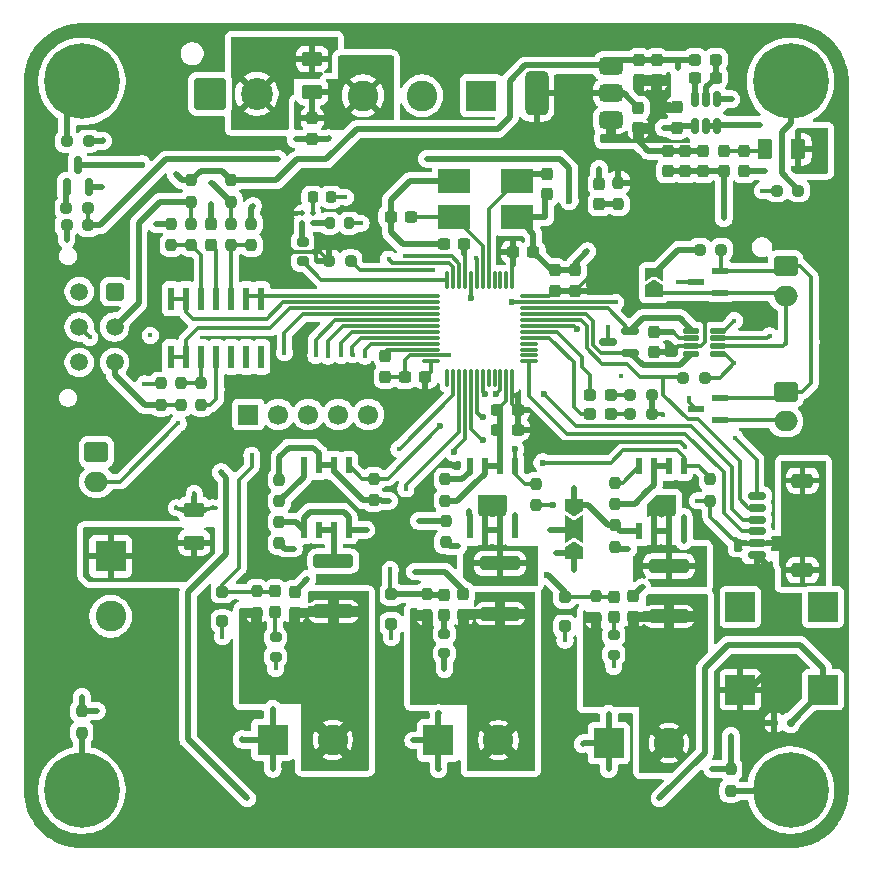
<source format=gtl>
G04 #@! TF.GenerationSoftware,KiCad,Pcbnew,9.0.1*
G04 #@! TF.CreationDate,2025-05-09T16:55:27+02:00*
G04 #@! TF.ProjectId,SIGURD,53494755-5244-42e6-9b69-6361645f7063,rev?*
G04 #@! TF.SameCoordinates,Original*
G04 #@! TF.FileFunction,Copper,L1,Top*
G04 #@! TF.FilePolarity,Positive*
%FSLAX46Y46*%
G04 Gerber Fmt 4.6, Leading zero omitted, Abs format (unit mm)*
G04 Created by KiCad (PCBNEW 9.0.1) date 2025-05-09 16:55:27*
%MOMM*%
%LPD*%
G01*
G04 APERTURE LIST*
G04 Aperture macros list*
%AMRoundRect*
0 Rectangle with rounded corners*
0 $1 Rounding radius*
0 $2 $3 $4 $5 $6 $7 $8 $9 X,Y pos of 4 corners*
0 Add a 4 corners polygon primitive as box body*
4,1,4,$2,$3,$4,$5,$6,$7,$8,$9,$2,$3,0*
0 Add four circle primitives for the rounded corners*
1,1,$1+$1,$2,$3*
1,1,$1+$1,$4,$5*
1,1,$1+$1,$6,$7*
1,1,$1+$1,$8,$9*
0 Add four rect primitives between the rounded corners*
20,1,$1+$1,$2,$3,$4,$5,0*
20,1,$1+$1,$4,$5,$6,$7,0*
20,1,$1+$1,$6,$7,$8,$9,0*
20,1,$1+$1,$8,$9,$2,$3,0*%
%AMFreePoly0*
4,1,6,1.000000,0.000000,0.500000,-0.750000,-0.500000,-0.750000,-0.500000,0.750000,0.500000,0.750000,1.000000,0.000000,1.000000,0.000000,$1*%
%AMFreePoly1*
4,1,6,0.500000,-0.750000,-0.650000,-0.750000,-0.150000,0.000000,-0.650000,0.750000,0.500000,0.750000,0.500000,-0.750000,0.500000,-0.750000,$1*%
%AMFreePoly2*
4,1,7,0.700000,0.000000,1.200000,-0.750000,-1.200000,-0.750000,-0.700000,0.000000,-1.200000,0.750000,1.200000,0.750000,0.700000,0.000000,0.700000,0.000000,$1*%
G04 Aperture macros list end*
G04 #@! TA.AperFunction,SMDPad,CuDef*
%ADD10RoundRect,0.237500X-0.237500X0.250000X-0.237500X-0.250000X0.237500X-0.250000X0.237500X0.250000X0*%
G04 #@! TD*
G04 #@! TA.AperFunction,SMDPad,CuDef*
%ADD11RoundRect,0.237500X0.300000X0.237500X-0.300000X0.237500X-0.300000X-0.237500X0.300000X-0.237500X0*%
G04 #@! TD*
G04 #@! TA.AperFunction,SMDPad,CuDef*
%ADD12RoundRect,0.237500X-0.237500X0.300000X-0.237500X-0.300000X0.237500X-0.300000X0.237500X0.300000X0*%
G04 #@! TD*
G04 #@! TA.AperFunction,ComponentPad*
%ADD13RoundRect,0.250000X-0.750000X0.600000X-0.750000X-0.600000X0.750000X-0.600000X0.750000X0.600000X0*%
G04 #@! TD*
G04 #@! TA.AperFunction,ComponentPad*
%ADD14O,2.000000X1.700000*%
G04 #@! TD*
G04 #@! TA.AperFunction,SMDPad,CuDef*
%ADD15R,1.320800X0.558800*%
G04 #@! TD*
G04 #@! TA.AperFunction,SMDPad,CuDef*
%ADD16RoundRect,0.237500X0.237500X-0.300000X0.237500X0.300000X-0.237500X0.300000X-0.237500X-0.300000X0*%
G04 #@! TD*
G04 #@! TA.AperFunction,SMDPad,CuDef*
%ADD17RoundRect,0.075000X-0.075000X0.662500X-0.075000X-0.662500X0.075000X-0.662500X0.075000X0.662500X0*%
G04 #@! TD*
G04 #@! TA.AperFunction,SMDPad,CuDef*
%ADD18RoundRect,0.075000X-0.662500X0.075000X-0.662500X-0.075000X0.662500X-0.075000X0.662500X0.075000X0*%
G04 #@! TD*
G04 #@! TA.AperFunction,SMDPad,CuDef*
%ADD19RoundRect,0.237500X0.237500X-0.287500X0.237500X0.287500X-0.237500X0.287500X-0.237500X-0.287500X0*%
G04 #@! TD*
G04 #@! TA.AperFunction,SMDPad,CuDef*
%ADD20RoundRect,0.112500X-0.112500X-0.112500X0.112500X-0.112500X0.112500X0.112500X-0.112500X0.112500X0*%
G04 #@! TD*
G04 #@! TA.AperFunction,SMDPad,CuDef*
%ADD21RoundRect,0.200000X0.200000X0.275000X-0.200000X0.275000X-0.200000X-0.275000X0.200000X-0.275000X0*%
G04 #@! TD*
G04 #@! TA.AperFunction,ComponentPad*
%ADD22R,2.600000X2.600000*%
G04 #@! TD*
G04 #@! TA.AperFunction,ComponentPad*
%ADD23C,2.600000*%
G04 #@! TD*
G04 #@! TA.AperFunction,SMDPad,CuDef*
%ADD24RoundRect,0.250000X0.375000X0.625000X-0.375000X0.625000X-0.375000X-0.625000X0.375000X-0.625000X0*%
G04 #@! TD*
G04 #@! TA.AperFunction,SMDPad,CuDef*
%ADD25FreePoly0,90.000000*%
G04 #@! TD*
G04 #@! TA.AperFunction,SMDPad,CuDef*
%ADD26FreePoly1,90.000000*%
G04 #@! TD*
G04 #@! TA.AperFunction,SMDPad,CuDef*
%ADD27RoundRect,0.237500X-0.250000X-0.237500X0.250000X-0.237500X0.250000X0.237500X-0.250000X0.237500X0*%
G04 #@! TD*
G04 #@! TA.AperFunction,ComponentPad*
%ADD28C,0.800000*%
G04 #@! TD*
G04 #@! TA.AperFunction,ComponentPad*
%ADD29C,6.400000*%
G04 #@! TD*
G04 #@! TA.AperFunction,SMDPad,CuDef*
%ADD30RoundRect,0.200000X-0.275000X0.200000X-0.275000X-0.200000X0.275000X-0.200000X0.275000X0.200000X0*%
G04 #@! TD*
G04 #@! TA.AperFunction,SMDPad,CuDef*
%ADD31R,0.533400X1.460500*%
G04 #@! TD*
G04 #@! TA.AperFunction,SMDPad,CuDef*
%ADD32RoundRect,0.150000X0.150000X0.200000X-0.150000X0.200000X-0.150000X-0.200000X0.150000X-0.200000X0*%
G04 #@! TD*
G04 #@! TA.AperFunction,SMDPad,CuDef*
%ADD33RoundRect,0.375000X0.625000X0.375000X-0.625000X0.375000X-0.625000X-0.375000X0.625000X-0.375000X0*%
G04 #@! TD*
G04 #@! TA.AperFunction,SMDPad,CuDef*
%ADD34RoundRect,0.500000X0.500000X1.400000X-0.500000X1.400000X-0.500000X-1.400000X0.500000X-1.400000X0*%
G04 #@! TD*
G04 #@! TA.AperFunction,SMDPad,CuDef*
%ADD35RoundRect,0.237500X0.250000X0.237500X-0.250000X0.237500X-0.250000X-0.237500X0.250000X-0.237500X0*%
G04 #@! TD*
G04 #@! TA.AperFunction,SMDPad,CuDef*
%ADD36RoundRect,0.237500X0.287500X0.237500X-0.287500X0.237500X-0.287500X-0.237500X0.287500X-0.237500X0*%
G04 #@! TD*
G04 #@! TA.AperFunction,SMDPad,CuDef*
%ADD37RoundRect,0.250000X-0.625000X0.375000X-0.625000X-0.375000X0.625000X-0.375000X0.625000X0.375000X0*%
G04 #@! TD*
G04 #@! TA.AperFunction,SMDPad,CuDef*
%ADD38RoundRect,0.237500X-0.237500X0.287500X-0.237500X-0.287500X0.237500X-0.287500X0.237500X0.287500X0*%
G04 #@! TD*
G04 #@! TA.AperFunction,ComponentPad*
%ADD39RoundRect,0.250001X-0.499999X0.499999X-0.499999X-0.499999X0.499999X-0.499999X0.499999X0.499999X0*%
G04 #@! TD*
G04 #@! TA.AperFunction,ComponentPad*
%ADD40C,1.500000*%
G04 #@! TD*
G04 #@! TA.AperFunction,SMDPad,CuDef*
%ADD41RoundRect,0.250000X1.450000X-0.312500X1.450000X0.312500X-1.450000X0.312500X-1.450000X-0.312500X0*%
G04 #@! TD*
G04 #@! TA.AperFunction,SMDPad,CuDef*
%ADD42RoundRect,0.250000X-0.250000X0.250000X-0.250000X-0.250000X0.250000X-0.250000X0.250000X0.250000X0*%
G04 #@! TD*
G04 #@! TA.AperFunction,SMDPad,CuDef*
%ADD43RoundRect,0.150000X0.625000X-0.150000X0.625000X0.150000X-0.625000X0.150000X-0.625000X-0.150000X0*%
G04 #@! TD*
G04 #@! TA.AperFunction,SMDPad,CuDef*
%ADD44RoundRect,0.250000X0.650000X-0.350000X0.650000X0.350000X-0.650000X0.350000X-0.650000X-0.350000X0*%
G04 #@! TD*
G04 #@! TA.AperFunction,SMDPad,CuDef*
%ADD45RoundRect,0.237500X0.237500X-0.250000X0.237500X0.250000X-0.237500X0.250000X-0.237500X-0.250000X0*%
G04 #@! TD*
G04 #@! TA.AperFunction,SMDPad,CuDef*
%ADD46RoundRect,0.200000X0.275000X-0.200000X0.275000X0.200000X-0.275000X0.200000X-0.275000X-0.200000X0*%
G04 #@! TD*
G04 #@! TA.AperFunction,SMDPad,CuDef*
%ADD47R,2.500000X2.500000*%
G04 #@! TD*
G04 #@! TA.AperFunction,SMDPad,CuDef*
%ADD48RoundRect,0.150000X0.150000X-0.512500X0.150000X0.512500X-0.150000X0.512500X-0.150000X-0.512500X0*%
G04 #@! TD*
G04 #@! TA.AperFunction,SMDPad,CuDef*
%ADD49R,0.558800X1.981200*%
G04 #@! TD*
G04 #@! TA.AperFunction,SMDPad,CuDef*
%ADD50FreePoly0,270.000000*%
G04 #@! TD*
G04 #@! TA.AperFunction,SMDPad,CuDef*
%ADD51FreePoly2,270.000000*%
G04 #@! TD*
G04 #@! TA.AperFunction,ComponentPad*
%ADD52RoundRect,0.250001X-1.099999X-1.099999X1.099999X-1.099999X1.099999X1.099999X-1.099999X1.099999X0*%
G04 #@! TD*
G04 #@! TA.AperFunction,ComponentPad*
%ADD53C,2.700000*%
G04 #@! TD*
G04 #@! TA.AperFunction,SMDPad,CuDef*
%ADD54RoundRect,0.150000X0.587500X0.150000X-0.587500X0.150000X-0.587500X-0.150000X0.587500X-0.150000X0*%
G04 #@! TD*
G04 #@! TA.AperFunction,SMDPad,CuDef*
%ADD55RoundRect,0.218750X0.218750X0.256250X-0.218750X0.256250X-0.218750X-0.256250X0.218750X-0.256250X0*%
G04 #@! TD*
G04 #@! TA.AperFunction,ComponentPad*
%ADD56R,1.700000X1.700000*%
G04 #@! TD*
G04 #@! TA.AperFunction,ComponentPad*
%ADD57C,1.700000*%
G04 #@! TD*
G04 #@! TA.AperFunction,SMDPad,CuDef*
%ADD58RoundRect,0.237500X-0.300000X-0.237500X0.300000X-0.237500X0.300000X0.237500X-0.300000X0.237500X0*%
G04 #@! TD*
G04 #@! TA.AperFunction,SMDPad,CuDef*
%ADD59R,2.700000X2.100000*%
G04 #@! TD*
G04 #@! TA.AperFunction,SMDPad,CuDef*
%ADD60RoundRect,0.125000X-0.537500X-0.125000X0.537500X-0.125000X0.537500X0.125000X-0.537500X0.125000X0*%
G04 #@! TD*
G04 #@! TA.AperFunction,SMDPad,CuDef*
%ADD61RoundRect,0.150000X0.150000X-0.587500X0.150000X0.587500X-0.150000X0.587500X-0.150000X-0.587500X0*%
G04 #@! TD*
G04 #@! TA.AperFunction,ViaPad*
%ADD62C,0.450000*%
G04 #@! TD*
G04 #@! TA.AperFunction,ViaPad*
%ADD63C,0.600000*%
G04 #@! TD*
G04 #@! TA.AperFunction,Conductor*
%ADD64C,0.300000*%
G04 #@! TD*
G04 #@! TA.AperFunction,Conductor*
%ADD65C,0.500000*%
G04 #@! TD*
G04 #@! TA.AperFunction,Conductor*
%ADD66C,2.000000*%
G04 #@! TD*
G04 APERTURE END LIST*
D10*
X87642518Y-87041501D03*
X87642518Y-88866501D03*
D11*
X102862501Y-86450000D03*
X101137499Y-86450000D03*
D12*
X122150000Y-73187500D03*
X122150000Y-74912500D03*
D13*
X134580767Y-90638751D03*
D14*
X134580767Y-93138751D03*
D15*
X129051767Y-92919752D03*
X129051767Y-91019750D03*
X127019767Y-91969751D03*
D10*
X128189517Y-108677501D03*
X128189517Y-110502501D03*
D16*
X100700000Y-99992501D03*
X100700000Y-98267499D03*
D17*
X111434517Y-91790001D03*
X110934517Y-91790001D03*
X110434517Y-91790001D03*
X109934516Y-91790001D03*
X109434517Y-91790001D03*
X108934517Y-91790001D03*
X108434517Y-91790001D03*
X107934517Y-91790001D03*
X107434518Y-91790001D03*
X106934517Y-91790001D03*
X106434517Y-91790001D03*
X105934517Y-91790001D03*
D18*
X104522017Y-93202501D03*
X104522017Y-93702501D03*
X104522017Y-94202501D03*
X104522017Y-94702502D03*
X104522017Y-95202501D03*
X104522017Y-95702501D03*
X104522017Y-96202501D03*
X104522017Y-96702501D03*
X104522017Y-97202500D03*
X104522017Y-97702501D03*
X104522017Y-98202501D03*
X104522017Y-98702501D03*
D17*
X105934517Y-100115001D03*
X106434517Y-100115001D03*
X106934517Y-100115001D03*
X107434518Y-100115001D03*
X107934517Y-100115001D03*
X108434517Y-100115001D03*
X108934517Y-100115001D03*
X109434517Y-100115001D03*
X109934516Y-100115001D03*
X110434517Y-100115001D03*
X110934517Y-100115001D03*
X111434517Y-100115001D03*
D18*
X112847017Y-98702501D03*
X112847017Y-98202501D03*
X112847017Y-97702501D03*
X112847017Y-97202500D03*
X112847017Y-96702501D03*
X112847017Y-96202501D03*
X112847017Y-95702501D03*
X112847017Y-95202501D03*
X112847017Y-94702502D03*
X112847017Y-94202501D03*
X112847017Y-93702501D03*
X112847017Y-93202501D03*
D19*
X91360483Y-119930000D03*
X91360483Y-118180000D03*
D20*
X93675000Y-86175000D03*
X94525000Y-86175000D03*
X94525000Y-87025000D03*
X93675000Y-87025000D03*
D21*
X97625000Y-87000000D03*
X95975000Y-87000000D03*
D22*
X91144517Y-130740001D03*
D23*
X96224517Y-130740001D03*
D24*
X135650000Y-80750000D03*
X132850000Y-80750000D03*
D11*
X128662500Y-74670098D03*
X126937500Y-74670098D03*
D25*
X123435767Y-92766251D03*
D26*
X123435767Y-91316251D03*
D27*
X121440000Y-103190000D03*
X123265000Y-103190000D03*
D22*
X105189517Y-130790001D03*
D23*
X110269517Y-130790001D03*
D28*
X72600000Y-135000000D03*
X73302944Y-133302944D03*
X73302944Y-136697056D03*
X75000000Y-132600000D03*
D29*
X75000000Y-135000000D03*
D28*
X75000000Y-137400000D03*
X76697056Y-133302944D03*
X76697056Y-136697056D03*
X77400000Y-135000000D03*
D30*
X105700000Y-121775000D03*
X105700000Y-123425000D03*
D28*
X132600000Y-75000000D03*
X133302944Y-73302944D03*
X133302944Y-76697056D03*
X135000000Y-72600000D03*
D29*
X135000000Y-75000000D03*
D28*
X135000000Y-77400000D03*
X136697056Y-73302944D03*
X136697056Y-76697056D03*
X137400000Y-75000000D03*
D31*
X111639517Y-107560851D03*
X110369517Y-107560851D03*
X109099517Y-107560851D03*
X107829517Y-107560851D03*
X107829517Y-113009151D03*
X109099517Y-113009151D03*
X110369517Y-113009151D03*
X111639517Y-113009151D03*
D10*
X81705613Y-100558315D03*
X81705613Y-102383315D03*
D22*
X77434517Y-115210001D03*
D23*
X77434517Y-120290001D03*
D32*
X133600000Y-129300000D03*
X135000000Y-129300000D03*
D13*
X76234517Y-106390001D03*
D14*
X76234517Y-108890001D03*
D10*
X120102017Y-108965001D03*
X120102017Y-110790001D03*
D33*
X119800000Y-78300000D03*
X119800000Y-76000000D03*
D34*
X113500000Y-76000000D03*
D33*
X119800000Y-73700000D03*
D35*
X129148267Y-89241251D03*
X127323267Y-89241251D03*
D12*
X122100000Y-77237500D03*
X122100000Y-78962500D03*
D36*
X119759998Y-101570000D03*
X118010000Y-101570000D03*
D37*
X84500000Y-111250000D03*
X84500000Y-114050000D03*
D12*
X126100000Y-80870098D03*
X126100000Y-82595098D03*
D38*
X121700000Y-118585001D03*
X121700000Y-120335001D03*
D16*
X115052017Y-92731290D03*
X115052017Y-91006288D03*
D19*
X94500000Y-79875000D03*
X94500000Y-78125000D03*
D39*
X77774517Y-92790001D03*
D40*
X77774517Y-95790001D03*
X77774517Y-98790001D03*
X74774517Y-92790001D03*
X74774517Y-95790001D03*
X74774517Y-98790001D03*
D41*
X110400000Y-120075000D03*
X110400000Y-115800000D03*
D42*
X115900000Y-118642501D03*
X115900000Y-121142501D03*
D43*
X132134517Y-115090001D03*
X132134517Y-114090001D03*
X132134517Y-113090001D03*
X132134517Y-112090001D03*
X132134517Y-111090001D03*
X132134517Y-110090001D03*
D44*
X136009517Y-116390001D03*
X136009517Y-108790001D03*
D38*
X107290000Y-118390001D03*
X107290000Y-120140001D03*
D12*
X123435767Y-96178751D03*
X123435767Y-97903751D03*
D27*
X133837500Y-84250000D03*
X135662500Y-84250000D03*
D16*
X125350000Y-78912500D03*
X125350000Y-77187500D03*
D22*
X119609517Y-131030001D03*
D23*
X124689517Y-131030001D03*
D30*
X120030000Y-121875000D03*
X120030000Y-123525000D03*
D45*
X89339574Y-88866501D03*
X89339574Y-87041501D03*
D46*
X93700000Y-90225000D03*
X93700000Y-88575000D03*
D37*
X94500000Y-73100000D03*
X94500000Y-75900000D03*
D47*
X130750000Y-126500000D03*
X137750000Y-126500000D03*
X137750000Y-119500000D03*
X130750000Y-119500000D03*
D12*
X85945462Y-87091500D03*
X85945462Y-88816502D03*
X114400000Y-82837499D03*
X114400000Y-84562501D03*
D36*
X128675000Y-73170098D03*
X126925000Y-73170098D03*
D12*
X127600000Y-80870098D03*
X127600000Y-82595098D03*
D11*
X111897018Y-104487058D03*
X110172016Y-104487058D03*
D10*
X84248405Y-87041501D03*
X84248405Y-88866501D03*
D45*
X118530000Y-120405000D03*
X118530000Y-118580000D03*
D10*
X84248405Y-83364546D03*
X84248405Y-85189546D03*
D35*
X75512500Y-85700000D03*
X73687500Y-85700000D03*
D27*
X73700000Y-87190001D03*
X75525000Y-87190001D03*
D41*
X96300000Y-119875000D03*
X96300000Y-115600000D03*
D36*
X119809516Y-103190001D03*
X118059518Y-103190001D03*
D10*
X120154517Y-112587500D03*
X120154517Y-114412500D03*
D13*
X134580767Y-101291251D03*
D14*
X134580767Y-103791251D03*
D10*
X87642518Y-83364546D03*
X87642518Y-85189546D03*
X113450000Y-109050000D03*
X113450000Y-110875000D03*
D28*
X72600000Y-75000000D03*
X73302944Y-73302944D03*
X73302944Y-76697056D03*
X75000000Y-72600000D03*
D29*
X75000000Y-75000000D03*
D28*
X75000000Y-77400000D03*
X76697056Y-73302944D03*
X76697056Y-76697056D03*
X77400000Y-75000000D03*
D48*
X126900000Y-78775000D03*
X127850000Y-78775000D03*
X128800000Y-78775000D03*
X128800000Y-76500000D03*
X127850000Y-76500000D03*
X126900000Y-76500000D03*
D12*
X124600000Y-80870098D03*
X124600000Y-82595098D03*
D38*
X118800000Y-83650000D03*
X118800000Y-85400000D03*
D19*
X120070000Y-120360000D03*
X120070000Y-118610000D03*
D49*
X90182518Y-93399147D03*
X88912518Y-93399147D03*
X87642518Y-93399147D03*
X86372518Y-93399147D03*
X85102518Y-93399147D03*
X83832518Y-93399147D03*
X82562518Y-93399147D03*
X82562518Y-98326747D03*
X83832518Y-98326747D03*
X85102518Y-98326747D03*
X86372518Y-98326747D03*
X87642518Y-98326747D03*
X88912518Y-98326747D03*
X90182518Y-98326747D03*
D10*
X91724517Y-112287500D03*
X91724517Y-114112500D03*
D50*
X116700000Y-110900000D03*
D51*
X116700000Y-112900000D03*
D25*
X116700000Y-114900000D03*
D38*
X93010483Y-118225000D03*
X93010483Y-119975000D03*
D11*
X111897018Y-102790001D03*
X110172016Y-102790001D03*
D19*
X129350000Y-82607598D03*
X129350000Y-80857598D03*
D52*
X85842500Y-76050000D03*
D53*
X89802500Y-76050000D03*
D45*
X104234517Y-120197501D03*
X104234517Y-118372501D03*
D30*
X91400000Y-122075000D03*
X91400000Y-123725000D03*
D31*
X125964517Y-107585001D03*
X124694517Y-107585001D03*
X123424517Y-107585001D03*
X122154517Y-107585001D03*
X122154517Y-113033301D03*
X123424517Y-113033301D03*
X124694517Y-113033301D03*
X125964517Y-113033301D03*
D11*
X107362501Y-88800000D03*
X105637499Y-88800000D03*
D54*
X121435767Y-97991251D03*
X121435767Y-96091251D03*
X119560767Y-97041251D03*
D19*
X105700000Y-120200000D03*
X105700000Y-118450000D03*
D31*
X97594517Y-107515851D03*
X96324517Y-107515851D03*
X95054517Y-107515851D03*
X93784517Y-107515851D03*
X93784517Y-112964151D03*
X95054517Y-112964151D03*
X96324517Y-112964151D03*
X97594517Y-112964151D03*
D10*
X129950000Y-133237500D03*
X129950000Y-135062500D03*
D27*
X125922017Y-100090001D03*
X127747017Y-100090001D03*
D10*
X105769517Y-108677501D03*
X105769517Y-110502501D03*
D42*
X101200000Y-118430001D03*
X101200000Y-120930001D03*
D10*
X99724517Y-108632501D03*
X99724517Y-110457501D03*
X75000000Y-128325000D03*
X75000000Y-130150000D03*
D45*
X82551349Y-88866501D03*
X82551349Y-87041501D03*
D55*
X96100000Y-84800000D03*
X94525000Y-84800000D03*
D56*
X89085000Y-103200000D03*
D57*
X91625000Y-103200000D03*
X94165000Y-103200000D03*
X96705000Y-103200000D03*
X99245000Y-103200000D03*
D16*
X116749073Y-92731290D03*
X116749073Y-91006288D03*
D42*
X86900000Y-118200000D03*
X86900000Y-120700000D03*
D58*
X111502507Y-89450654D03*
X113227509Y-89450654D03*
D59*
X111800000Y-83400000D03*
X106500002Y-83400000D03*
X106500002Y-86500000D03*
X111800000Y-86500000D03*
D35*
X97762500Y-90200000D03*
X95937500Y-90200000D03*
D22*
X108800000Y-76200000D03*
D23*
X103800000Y-76200000D03*
X98800000Y-76200000D03*
D10*
X105800000Y-112187500D03*
X105800000Y-114012500D03*
D45*
X89800000Y-119967500D03*
X89800000Y-118142500D03*
D28*
X132600000Y-135000000D03*
X133302944Y-133302944D03*
X133302944Y-136697056D03*
X135000000Y-132600000D03*
D29*
X135000000Y-135000000D03*
D28*
X135000000Y-137400000D03*
X136697056Y-133302944D03*
X136697056Y-136697056D03*
X137400000Y-135000000D03*
D60*
X126598267Y-96091251D03*
X126598267Y-96741251D03*
X126598267Y-97391251D03*
X126598267Y-98041251D03*
X128873267Y-98041251D03*
X128873267Y-97391251D03*
X128873267Y-96741251D03*
X128873267Y-96091251D03*
D41*
X124700000Y-120300000D03*
X124700000Y-116025000D03*
D27*
X121409517Y-101530000D03*
X123234517Y-101530000D03*
D16*
X131100000Y-82595098D03*
X131100000Y-80870098D03*
D10*
X120400000Y-83587500D03*
X120400000Y-85412500D03*
D12*
X123650000Y-73187500D03*
X123650000Y-74912500D03*
D35*
X75562500Y-80050000D03*
X73737500Y-80050000D03*
D15*
X129001767Y-103691253D03*
X129001767Y-101791251D03*
X126969767Y-102741252D03*
D45*
X83402670Y-102383315D03*
X83402670Y-100558315D03*
X91724517Y-110545001D03*
X91724517Y-108720001D03*
D10*
X85099726Y-100558315D03*
X85099726Y-102383315D03*
D61*
X73700000Y-83937500D03*
X75600000Y-83937500D03*
X74650000Y-82062500D03*
D11*
X104062501Y-100050000D03*
X102337499Y-100050000D03*
D62*
X110250000Y-89400000D03*
X133200000Y-107200000D03*
D63*
X127734517Y-94690001D03*
D62*
X133400000Y-121100000D03*
X126100000Y-105950000D03*
X107434518Y-89900000D03*
X132700000Y-125300000D03*
X125035767Y-97841251D03*
X118000000Y-91480363D03*
X123900000Y-135700000D03*
D63*
X80100000Y-82050000D03*
D62*
X80800000Y-96500000D03*
X89000000Y-135700000D03*
X86775000Y-108075000D03*
X105200000Y-128500000D03*
X127102501Y-110502501D03*
X115900000Y-122300000D03*
X125035767Y-96241251D03*
X102337499Y-98687499D03*
X81300000Y-87100000D03*
X86900000Y-122000000D03*
D63*
X114900000Y-110900000D03*
D62*
X120200000Y-93700000D03*
X126380000Y-101790000D03*
X101000000Y-110502501D03*
X91400000Y-124700000D03*
X101200000Y-122100000D03*
X119550000Y-95800000D03*
X122100000Y-80000000D03*
X76250000Y-128300000D03*
X76700000Y-83900000D03*
X132850000Y-82582598D03*
X117400000Y-131100000D03*
X95900000Y-79800000D03*
X75000000Y-127100000D03*
X117800000Y-89370000D03*
X123100000Y-79000000D03*
X130000000Y-76500000D03*
X88550000Y-130700000D03*
X122475000Y-117825000D03*
D63*
X119800000Y-79750000D03*
D62*
X132600000Y-84250000D03*
X136000000Y-114600000D03*
X108177298Y-109122702D03*
D63*
X107950000Y-93300000D03*
D62*
X119600000Y-133250000D03*
X120030000Y-124530000D03*
X91150000Y-133200000D03*
X94100000Y-117100000D03*
X128362500Y-133237500D03*
X91150000Y-128100000D03*
X122800000Y-109800000D03*
X103200000Y-116500000D03*
X130235767Y-98841251D03*
D63*
X111400000Y-93700000D03*
D62*
X91724517Y-106775483D03*
X119600000Y-128550000D03*
X85945462Y-85408417D03*
X76800000Y-80000000D03*
X103050000Y-130800000D03*
X73700000Y-88400000D03*
X130235767Y-95241251D03*
X106050000Y-98200000D03*
X125435767Y-91941251D03*
X122400000Y-76100000D03*
X114240000Y-86510000D03*
X124200000Y-77150000D03*
X105200000Y-133250000D03*
X89480996Y-85549838D03*
X123400000Y-76100000D03*
X124225000Y-103200000D03*
X86372518Y-101046551D03*
X93100000Y-79900000D03*
X118800000Y-82410000D03*
X102750000Y-83450000D03*
X105700000Y-124750000D03*
X136000000Y-110300000D03*
X129950000Y-130400000D03*
X75662258Y-96677742D03*
X82940000Y-82850000D03*
X86372518Y-91147056D03*
X125450000Y-73850000D03*
X80291400Y-100622287D03*
X124250000Y-78900000D03*
X134535767Y-97241251D03*
X133235767Y-96541251D03*
X136735767Y-97041251D03*
X124700000Y-118850000D03*
X121250000Y-114600000D03*
X125975000Y-111900000D03*
X116690000Y-109420000D03*
X135700000Y-79300000D03*
X137000000Y-80800000D03*
X135600000Y-82400000D03*
X92950000Y-114550000D03*
X96350000Y-118550000D03*
X99100000Y-112950000D03*
X114650000Y-112950000D03*
X110400000Y-118650000D03*
X106850000Y-114350000D03*
D63*
X106534517Y-106390001D03*
X114400000Y-116755484D03*
D62*
X98625000Y-87000000D03*
X100975000Y-90040000D03*
X97310000Y-84800000D03*
X102340000Y-89750000D03*
X102434517Y-109500000D03*
X101100000Y-116300000D03*
X89387500Y-106637500D03*
X101850000Y-106125000D03*
X111700000Y-111700000D03*
X115100000Y-114900000D03*
X107800000Y-111700000D03*
X83000000Y-111100000D03*
X116700000Y-116400000D03*
X86100000Y-111100000D03*
X84500000Y-109900000D03*
X103500000Y-112200000D03*
D63*
X94500000Y-71800000D03*
X94500000Y-74400000D03*
X95800000Y-73100000D03*
X92500000Y-73100000D03*
D62*
X108359517Y-89934517D03*
X104700000Y-91000000D03*
X120650000Y-99900000D03*
X130300000Y-105200000D03*
D63*
X114134517Y-101490001D03*
X110034517Y-101490001D03*
D62*
X85972385Y-83589347D03*
X83150000Y-103950000D03*
X92150000Y-97975000D03*
X104200000Y-81550000D03*
X91600000Y-81550000D03*
D63*
X116934517Y-95990001D03*
X116250000Y-85100000D03*
X108934517Y-105340001D03*
X114034517Y-107290001D03*
X111634517Y-106090001D03*
X108984517Y-103440001D03*
X105334517Y-104190001D03*
X109134517Y-101490001D03*
D62*
X95850000Y-98250000D03*
X98950000Y-98250000D03*
X97950000Y-98150000D03*
X94800000Y-98200000D03*
X96950000Y-98200000D03*
X132400000Y-78650000D03*
X129350000Y-86600000D03*
D64*
X111897018Y-104487058D02*
X113087058Y-104487058D01*
X95137500Y-89400000D02*
X92900000Y-89400000D01*
X92450000Y-88950000D02*
X92450000Y-86750000D01*
D65*
X123435767Y-97903751D02*
X124973267Y-97903751D01*
D64*
X92450000Y-86750000D02*
X93025000Y-86175000D01*
X126598267Y-97391251D02*
X127433267Y-97391251D01*
X111434518Y-89518643D02*
X111434518Y-91790001D01*
X110250000Y-89400000D02*
X111451853Y-89400000D01*
X92900000Y-89400000D02*
X92450000Y-88950000D01*
D65*
X133400000Y-121100000D02*
X133400000Y-116355484D01*
X119800000Y-76000000D02*
X113500000Y-76000000D01*
D64*
X107434518Y-91790001D02*
X107434518Y-89900000D01*
X104522017Y-98702501D02*
X104522017Y-99590484D01*
X107434518Y-89900000D02*
X107434518Y-88872017D01*
X111434517Y-102327500D02*
X111897018Y-102790001D01*
D65*
X132700000Y-125300000D02*
X131500000Y-126500000D01*
X124973267Y-97903751D02*
X125035767Y-97841251D01*
X133400000Y-116355484D02*
X132134517Y-115090001D01*
D64*
X127433267Y-97391251D02*
X127734517Y-97090001D01*
X126598267Y-97391251D02*
X125485767Y-97391251D01*
X93025000Y-86175000D02*
X93675000Y-86175000D01*
D65*
X120862500Y-76000000D02*
X122100000Y-77237500D01*
D64*
X127734517Y-97090001D02*
X127734517Y-94690001D01*
X111451853Y-89400000D02*
X111502507Y-89450654D01*
X125700000Y-105550000D02*
X126100000Y-105950000D01*
X95937500Y-90200000D02*
X95137500Y-89400000D01*
X104522017Y-99590484D02*
X104062501Y-100050000D01*
X113087058Y-104487058D02*
X114150000Y-105550000D01*
X115052017Y-92731290D02*
X114580806Y-93202500D01*
X107434518Y-88872017D02*
X107362501Y-88800000D01*
X111502507Y-89450654D02*
X111434518Y-89518643D01*
D65*
X131500000Y-126500000D02*
X130750000Y-126500000D01*
D64*
X115052017Y-92731290D02*
X116749073Y-92731290D01*
X118000000Y-91480363D02*
X116749073Y-92731290D01*
X114580806Y-93202500D02*
X112847017Y-93202500D01*
X111434517Y-100115001D02*
X111434517Y-102327500D01*
D65*
X119800000Y-76000000D02*
X120862500Y-76000000D01*
D64*
X125485767Y-97391251D02*
X125035767Y-97841251D01*
X111897018Y-104487058D02*
X111897018Y-102790001D01*
X114150000Y-105550000D02*
X125700000Y-105550000D01*
D65*
X137750000Y-126500000D02*
X137750000Y-126550000D01*
X87238517Y-108538517D02*
X87238517Y-115011483D01*
X74650000Y-82062500D02*
X80087500Y-82062500D01*
X84000000Y-118250000D02*
X84000000Y-130700000D01*
X127750000Y-124650000D02*
X129700000Y-122700000D01*
X84000000Y-130700000D02*
X89000000Y-135700000D01*
X86775000Y-108075000D02*
X87238517Y-108538517D01*
X80087500Y-82062500D02*
X80100000Y-82050000D01*
X87238517Y-115011483D02*
X84000000Y-118250000D01*
X127750000Y-131850000D02*
X127750000Y-124650000D01*
X129700000Y-122700000D02*
X135800000Y-122700000D01*
X123900000Y-135700000D02*
X127750000Y-131850000D01*
X137750000Y-126550000D02*
X135000000Y-129300000D01*
X135800000Y-122700000D02*
X137750000Y-124650000D01*
X137750000Y-124650000D02*
X137750000Y-126500000D01*
D64*
X130425996Y-114090001D02*
X128189517Y-111853522D01*
D65*
X131100000Y-82595098D02*
X132837500Y-82595098D01*
X116749073Y-91006288D02*
X115052017Y-91006288D01*
X91144517Y-128105483D02*
X91150000Y-128100000D01*
D64*
X129435767Y-98041251D02*
X130235767Y-98841251D01*
D65*
X94500000Y-79875000D02*
X93125000Y-79875000D01*
D64*
X117734517Y-93690001D02*
X115215144Y-93690001D01*
X114875000Y-110875000D02*
X114900000Y-110900000D01*
D65*
X123435767Y-96178751D02*
X124973267Y-96178751D01*
D64*
X127747017Y-100090001D02*
X128987017Y-100090001D01*
D65*
X96324517Y-107979401D02*
X98802617Y-110457501D01*
D64*
X115202644Y-93702501D02*
X112847017Y-93702501D01*
X107934517Y-93284517D02*
X107950000Y-93300000D01*
D65*
X117469999Y-131030001D02*
X117400000Y-131100000D01*
X114230000Y-86500000D02*
X114240000Y-86510000D01*
D64*
X104522017Y-98202501D02*
X106047499Y-98202501D01*
D65*
X107290000Y-118040000D02*
X107290000Y-118390001D01*
X101137499Y-87737499D02*
X101137499Y-86450000D01*
X122800000Y-109800000D02*
X123424517Y-109175483D01*
X89339574Y-87041501D02*
X89339574Y-85691260D01*
X100402501Y-110502501D02*
X101000000Y-110502501D01*
D64*
X124215001Y-103190001D02*
X124225000Y-103200000D01*
X128873267Y-96091251D02*
X129385767Y-96091251D01*
D65*
X103200000Y-116500000D02*
X105750000Y-116500000D01*
D64*
X119560767Y-95810767D02*
X119550000Y-95800000D01*
D65*
X85945462Y-87091500D02*
X85945462Y-85408417D01*
D64*
X128873267Y-98041251D02*
X129435767Y-98041251D01*
D65*
X99724517Y-110457501D02*
X100357501Y-110457501D01*
X73700000Y-88400000D02*
X73700000Y-87190001D01*
X132837500Y-82595098D02*
X132850000Y-82582598D01*
X121809999Y-110790001D02*
X122800000Y-109800000D01*
D64*
X120030000Y-123525000D02*
X120030000Y-124530000D01*
X86372518Y-101046551D02*
X86372518Y-101895079D01*
X102280000Y-99992501D02*
X102337499Y-100050000D01*
D65*
X122970098Y-80870098D02*
X122100000Y-80000000D01*
D64*
X91400000Y-123725000D02*
X91400000Y-124700000D01*
D65*
X108177298Y-109122702D02*
X106797499Y-110502501D01*
D64*
X129385767Y-96091251D02*
X130235767Y-95241251D01*
X123234517Y-103190001D02*
X124215001Y-103190001D01*
D65*
X116749073Y-91006288D02*
X116749073Y-90420927D01*
X76225000Y-128325000D02*
X76250000Y-128300000D01*
X111800000Y-86500000D02*
X112462501Y-86500000D01*
X125350000Y-77187500D02*
X124237500Y-77187500D01*
X88590001Y-130740001D02*
X88550000Y-130700000D01*
X98802617Y-110457501D02*
X99724517Y-110457501D01*
D64*
X117744516Y-93700000D02*
X117734517Y-93690001D01*
D65*
X94600000Y-106000000D02*
X92500000Y-106000000D01*
D64*
X119800000Y-78300000D02*
X119800000Y-79750000D01*
D65*
X91144517Y-133194517D02*
X91150000Y-133200000D01*
X128800000Y-76500000D02*
X130000000Y-76500000D01*
D64*
X127102501Y-110502501D02*
X128189517Y-110502501D01*
D65*
X93125000Y-79875000D02*
X93100000Y-79900000D01*
X124973267Y-96178751D02*
X125035767Y-96241251D01*
D64*
X126598267Y-96741251D02*
X125535767Y-96741251D01*
D65*
X119609517Y-131030001D02*
X119609517Y-133240483D01*
X91144517Y-130740001D02*
X88590001Y-130740001D01*
X95825000Y-79875000D02*
X95900000Y-79800000D01*
X81358499Y-87041501D02*
X81300000Y-87100000D01*
X122460001Y-117825000D02*
X121700000Y-118585001D01*
X75600000Y-83937500D02*
X76662500Y-83937500D01*
X75000000Y-128325000D02*
X76225000Y-128325000D01*
X119609517Y-133240483D02*
X119600000Y-133250000D01*
D64*
X107934517Y-91790001D02*
X107934517Y-93284517D01*
X112847017Y-93702501D02*
X111402501Y-93702501D01*
D65*
X119609517Y-131030001D02*
X119609517Y-128559517D01*
D64*
X110934517Y-100115001D02*
X110934517Y-102027500D01*
X128189517Y-111853522D02*
X128189517Y-110502501D01*
D65*
X118800000Y-83650000D02*
X118800000Y-82410000D01*
D64*
X85884282Y-102383315D02*
X85099726Y-102383315D01*
X120200000Y-93700000D02*
X117744516Y-93700000D01*
D65*
X124694517Y-107585001D02*
X123424517Y-107585001D01*
X121714999Y-118585001D02*
X121654517Y-118585001D01*
X95054517Y-107515851D02*
X96324517Y-107515851D01*
X106500002Y-83400000D02*
X102800000Y-83400000D01*
X111800000Y-86500000D02*
X114230000Y-86500000D01*
X114240000Y-86510000D02*
X114240000Y-84722501D01*
X128362500Y-133237500D02*
X129950000Y-133237500D01*
D64*
X125464267Y-91969751D02*
X125435767Y-91941251D01*
D65*
X109099517Y-108200483D02*
X109099517Y-107560851D01*
D64*
X100700000Y-99992501D02*
X102280000Y-99992501D01*
D65*
X95054517Y-107515851D02*
X95054517Y-106454517D01*
D64*
X113450000Y-110875000D02*
X114875000Y-110875000D01*
D65*
X76750000Y-80050000D02*
X76800000Y-80000000D01*
D64*
X111402501Y-93702501D02*
X111400000Y-93700000D01*
D65*
X101137499Y-85062501D02*
X101137499Y-86450000D01*
X116749073Y-90420927D02*
X117800000Y-89370000D01*
X114783143Y-91006288D02*
X113227509Y-89450654D01*
D64*
X93010483Y-118225000D02*
X93010483Y-118189517D01*
D65*
X110369517Y-107560851D02*
X110369517Y-102987502D01*
X100357501Y-110457501D02*
X100402501Y-110502501D01*
D64*
X128987017Y-100090001D02*
X130235767Y-98841251D01*
X102337499Y-98687499D02*
X102337499Y-100050000D01*
D65*
X123234517Y-103109239D02*
X123234517Y-101712752D01*
X129950000Y-133237500D02*
X129950000Y-130400000D01*
D64*
X133837500Y-84250000D02*
X132600000Y-84250000D01*
X102212497Y-100175002D02*
X102337499Y-100050000D01*
D65*
X75000000Y-128325000D02*
X75000000Y-127100000D01*
X105700000Y-123425000D02*
X105700000Y-124750000D01*
D64*
X115900000Y-121142501D02*
X115900000Y-122300000D01*
D65*
X89339574Y-85691260D02*
X89480996Y-85549838D01*
X95054517Y-106454517D02*
X94600000Y-106000000D01*
X115052017Y-91006288D02*
X114783143Y-91006288D01*
D64*
X126380000Y-102151485D02*
X126969767Y-102741252D01*
D65*
X105189517Y-130790001D02*
X105189517Y-128510483D01*
D64*
X102337499Y-98687499D02*
X102337499Y-98612501D01*
D65*
X94100000Y-117100000D02*
X94100000Y-117135483D01*
D64*
X110934517Y-102027500D02*
X110172016Y-102790001D01*
D65*
X91144517Y-130740001D02*
X91144517Y-128105483D01*
X76662500Y-83937500D02*
X76700000Y-83900000D01*
X82551349Y-87041501D02*
X81358499Y-87041501D01*
X92500000Y-106000000D02*
X91724517Y-106775483D01*
D64*
X106047499Y-98202501D02*
X106050000Y-98200000D01*
X127019767Y-91969751D02*
X125464267Y-91969751D01*
D65*
X102200000Y-88800000D02*
X101137499Y-87737499D01*
D64*
X102337499Y-98612501D02*
X102747500Y-98202500D01*
D65*
X103059999Y-130790001D02*
X103050000Y-130800000D01*
D64*
X125535767Y-96741251D02*
X125035767Y-96241251D01*
D65*
X113227509Y-87927509D02*
X111800000Y-86500000D01*
X106797499Y-110502501D02*
X105769517Y-110502501D01*
D64*
X86372518Y-98136340D02*
X86372518Y-101046551D01*
D65*
X91724517Y-106775483D02*
X91724517Y-108720001D01*
X124237500Y-77187500D02*
X124200000Y-77150000D01*
X110369517Y-102987502D02*
X110172016Y-102790001D01*
X105189517Y-130790001D02*
X103059999Y-130790001D01*
X124600000Y-80870098D02*
X122970098Y-80870098D01*
X94500000Y-79875000D02*
X95825000Y-79875000D01*
X124600000Y-80870098D02*
X127600000Y-80870098D01*
X119609517Y-128559517D02*
X119600000Y-128550000D01*
X108177298Y-109122702D02*
X109099517Y-108200483D01*
X123424517Y-109175483D02*
X123424517Y-107585001D01*
D64*
X86900000Y-120700000D02*
X86900000Y-122000000D01*
X102747500Y-98202500D02*
X104522017Y-98202500D01*
D65*
X119609517Y-131030001D02*
X117469999Y-131030001D01*
D64*
X86372518Y-101895079D02*
X85884282Y-102383315D01*
X101200000Y-120930001D02*
X101200000Y-122100000D01*
D65*
X96324517Y-107515851D02*
X96324517Y-107979401D01*
X122475000Y-117825000D02*
X122460001Y-117825000D01*
D64*
X126380000Y-101790000D02*
X126380000Y-102151485D01*
D65*
X94100000Y-117135483D02*
X93010483Y-118225000D01*
D64*
X119560767Y-97041251D02*
X119560767Y-95810767D01*
D65*
X102800000Y-83400000D02*
X102750000Y-83450000D01*
X105189517Y-133239517D02*
X105200000Y-133250000D01*
D64*
X115215144Y-93690001D02*
X115202644Y-93702501D01*
D65*
X120102017Y-110790001D02*
X121809999Y-110790001D01*
X109099517Y-107560851D02*
X110369517Y-107560851D01*
X105189517Y-130790001D02*
X105189517Y-133239517D01*
X105750000Y-116500000D02*
X107290000Y-118040000D01*
X113227509Y-89450654D02*
X113227509Y-87927509D01*
X75562500Y-80050000D02*
X76750000Y-80050000D01*
X105189517Y-128510483D02*
X105200000Y-128500000D01*
X102750000Y-83450000D02*
X101137499Y-85062501D01*
X114240000Y-84722501D02*
X114400000Y-84562501D01*
X91144517Y-130740001D02*
X91144517Y-133194517D01*
D64*
X132134517Y-114090001D02*
X130425996Y-114090001D01*
D65*
X105637499Y-88800000D02*
X102200000Y-88800000D01*
D64*
X132742402Y-80857598D02*
X132850000Y-80750000D01*
X129350000Y-80857598D02*
X132742402Y-80857598D01*
D65*
X120312500Y-73187500D02*
X119800000Y-73700000D01*
X125450000Y-73170098D02*
X122167402Y-73170098D01*
X91435454Y-83364546D02*
X87642518Y-83364546D01*
X126900000Y-78775000D02*
X125487500Y-78775000D01*
X124262500Y-78912500D02*
X124250000Y-78900000D01*
X126925000Y-73170098D02*
X125450000Y-73170098D01*
X112550000Y-73649000D02*
X111250000Y-74949000D01*
X119749000Y-73649000D02*
X112550000Y-73649000D01*
D64*
X81705613Y-100558315D02*
X81641641Y-100622287D01*
D65*
X111250000Y-74949000D02*
X111250000Y-78000000D01*
X125350000Y-78912500D02*
X124262500Y-78912500D01*
D64*
X81641641Y-100622287D02*
X80291400Y-100622287D01*
D65*
X86827972Y-82550000D02*
X87642518Y-83364546D01*
X83454546Y-83364546D02*
X82940000Y-82850000D01*
X122150000Y-73187500D02*
X120312500Y-73187500D01*
X125450000Y-73850000D02*
X125450000Y-73170098D01*
X122167402Y-73170098D02*
X122150000Y-73187500D01*
D64*
X85945462Y-88816502D02*
X86372518Y-89243558D01*
X75662258Y-96677742D02*
X74774517Y-95790001D01*
D65*
X84248405Y-83364546D02*
X85062951Y-82550000D01*
X85062951Y-82550000D02*
X86827972Y-82550000D01*
X125487500Y-78775000D02*
X125350000Y-78912500D01*
X98250000Y-79050000D02*
X95700000Y-81600000D01*
X84248405Y-83364546D02*
X83454546Y-83364546D01*
X93200000Y-81600000D02*
X91435454Y-83364546D01*
X119800000Y-73700000D02*
X119749000Y-73649000D01*
X95700000Y-81600000D02*
X93200000Y-81600000D01*
X110200000Y-79050000D02*
X98250000Y-79050000D01*
D64*
X86372518Y-93208739D02*
X86372518Y-91147056D01*
X86372518Y-89243558D02*
X86372518Y-91147056D01*
D65*
X111250000Y-78000000D02*
X110200000Y-79050000D01*
D64*
X100867499Y-97702501D02*
X100700000Y-97870000D01*
X104522017Y-97702501D02*
X100867499Y-97702501D01*
X100700000Y-97870000D02*
X100700000Y-98450000D01*
D65*
X112362501Y-82837499D02*
X111800000Y-83400000D01*
D64*
X109434517Y-85765483D02*
X111800000Y-83400000D01*
X109434517Y-91790001D02*
X109434517Y-85765483D01*
D65*
X114400000Y-82837499D02*
X112362501Y-82837499D01*
D64*
X108934517Y-88934515D02*
X106500002Y-86500000D01*
X102862501Y-86450000D02*
X106450002Y-86450000D01*
X106450002Y-86450000D02*
X106500002Y-86500000D01*
X108934517Y-91790001D02*
X108934517Y-88934515D01*
X129051767Y-92919752D02*
X134361768Y-92919752D01*
X134385767Y-97391251D02*
X134535767Y-97241251D01*
X134580767Y-93138751D02*
X134580767Y-97196251D01*
X129001767Y-103691253D02*
X134480769Y-103691253D01*
X134361768Y-92919752D02*
X134580767Y-93138751D01*
X134580767Y-97196251D02*
X134535767Y-97241251D01*
X129051767Y-92919752D02*
X123589268Y-92919752D01*
X128873267Y-97391251D02*
X134385767Y-97391251D01*
X123589268Y-92919752D02*
X123435767Y-92766251D01*
X134480769Y-103691253D02*
X134580767Y-103791251D01*
X129148267Y-89241251D02*
X129148267Y-90923250D01*
X134199768Y-91019750D02*
X134580767Y-90638751D01*
X134580767Y-90638751D02*
X135833267Y-90638751D01*
X129148267Y-90923250D02*
X129051767Y-91019750D01*
X136735767Y-91541251D02*
X136735767Y-97041251D01*
X135985767Y-101291251D02*
X134580767Y-101291251D01*
X134080767Y-101791251D02*
X134580767Y-101291251D01*
X135833267Y-90638751D02*
X136735767Y-91541251D01*
X136735767Y-97041251D02*
X136735767Y-100541251D01*
X133035767Y-96741251D02*
X128873267Y-96741251D01*
X136735767Y-100541251D02*
X135985767Y-101291251D01*
X129051767Y-91019750D02*
X134199768Y-91019750D01*
X133235767Y-96541251D02*
X133035767Y-96741251D01*
X129001767Y-101791251D02*
X134080767Y-101791251D01*
D65*
X121250000Y-114600000D02*
X120342017Y-114600000D01*
X120342017Y-114600000D02*
X120154517Y-114412500D01*
D64*
X121440000Y-103190000D02*
X119809516Y-103190001D01*
D65*
X125964517Y-113033301D02*
X125964517Y-111910483D01*
X125964517Y-111910483D02*
X125975000Y-111900000D01*
X119512500Y-112587500D02*
X120154517Y-112587500D01*
X120600318Y-113033301D02*
X120154517Y-112587500D01*
X122154517Y-113033301D02*
X120600318Y-113033301D01*
X116700000Y-110900000D02*
X116700000Y-109430000D01*
X116700000Y-110900000D02*
X117825000Y-110900000D01*
X116700000Y-109430000D02*
X116690000Y-109420000D01*
X125964517Y-113914517D02*
X125964517Y-113033301D01*
X117825000Y-110900000D02*
X119512500Y-112587500D01*
X92162017Y-114550000D02*
X91724517Y-114112500D01*
X92950000Y-114550000D02*
X92162017Y-114550000D01*
X99085849Y-112964151D02*
X99100000Y-112950000D01*
X114650000Y-112950000D02*
X116650000Y-112950000D01*
X94300000Y-111450000D02*
X97150000Y-111450000D01*
X116650000Y-112950000D02*
X116700000Y-112900000D01*
X97594517Y-112964151D02*
X99085849Y-112964151D01*
X93784517Y-111965483D02*
X94300000Y-111450000D01*
X97150000Y-111450000D02*
X97594517Y-111894517D01*
X97594517Y-111894517D02*
X97594517Y-112964151D01*
X93784517Y-112964151D02*
X93784517Y-111965483D01*
X91724517Y-112287500D02*
X93107866Y-112287500D01*
X93107866Y-112287500D02*
X93784517Y-112964151D01*
X106137500Y-114350000D02*
X105800000Y-114012500D01*
X106850000Y-114350000D02*
X106137500Y-114350000D01*
D64*
X106534517Y-106390001D02*
X106534517Y-106190001D01*
X107434517Y-105290001D02*
X107434517Y-103590003D01*
D65*
X114400000Y-116755484D02*
X114455484Y-116755484D01*
D64*
X120070000Y-118610000D02*
X115932501Y-118610000D01*
X107434517Y-103590003D02*
X107434518Y-103590002D01*
X107434518Y-103590002D02*
X107434518Y-100115001D01*
X115932501Y-118610000D02*
X115900000Y-118642501D01*
D65*
X115900000Y-118200000D02*
X115900000Y-118642501D01*
D64*
X106534517Y-106190001D02*
X107434517Y-105290001D01*
D65*
X114455484Y-116755484D02*
X115900000Y-118200000D01*
D64*
X118234517Y-97277590D02*
X118948178Y-97991251D01*
D65*
X121435767Y-97991251D02*
X122485767Y-99041251D01*
D64*
X117647018Y-94702502D02*
X118234517Y-95290001D01*
X118234517Y-95290001D02*
X118234517Y-97277590D01*
X112847017Y-94702502D02*
X117647018Y-94702502D01*
D65*
X125649267Y-99041251D02*
X126598267Y-98092251D01*
D64*
X118948178Y-97991251D02*
X121435767Y-97991251D01*
D65*
X122485767Y-99041251D02*
X125649267Y-99041251D01*
X125635767Y-95041251D02*
X126598267Y-96003751D01*
X126598267Y-96003751D02*
X126598267Y-96040251D01*
X121435767Y-96091251D02*
X122485767Y-95041251D01*
D64*
X119547017Y-94202501D02*
X121435767Y-96091251D01*
X112847017Y-94202501D02*
X119547017Y-94202501D01*
D65*
X122485767Y-95041251D02*
X125635767Y-95041251D01*
D64*
X106050000Y-90350000D02*
X106434517Y-90734517D01*
X106434517Y-90734517D02*
X106434517Y-91790001D01*
X100975000Y-90040000D02*
X101285000Y-90350000D01*
X97625000Y-87000000D02*
X98625000Y-87000000D01*
X101285000Y-90350000D02*
X106050000Y-90350000D01*
X95265001Y-91790001D02*
X105934517Y-91790001D01*
X93700000Y-90225000D02*
X95265001Y-91790001D01*
X96100000Y-84800000D02*
X97310000Y-84800000D01*
X106934517Y-90434517D02*
X106934517Y-91790001D01*
X102400000Y-89810000D02*
X106310000Y-89810000D01*
X102340000Y-89750000D02*
X102400000Y-89810000D01*
X106310000Y-89810000D02*
X106934517Y-90434517D01*
X119799998Y-101530000D02*
X119759998Y-101570000D01*
X121386766Y-101690001D02*
X121409517Y-101712752D01*
X121409517Y-101530000D02*
X119799998Y-101530000D01*
X114547017Y-96702501D02*
X112847017Y-96702501D01*
X118059518Y-103190001D02*
X117234517Y-103190001D01*
X116634517Y-102590001D02*
X116634517Y-98790001D01*
X116634517Y-98790001D02*
X114547017Y-96702501D01*
X117234517Y-103190001D02*
X116634517Y-102590001D01*
X117350000Y-99190000D02*
X117350000Y-98305484D01*
X118010000Y-101570000D02*
X118010000Y-99850000D01*
X115247017Y-96202501D02*
X112847017Y-96202501D01*
X118010000Y-99850000D02*
X117350000Y-99190000D01*
X117350000Y-98305484D02*
X115247017Y-96202501D01*
D65*
X118812500Y-85412500D02*
X118800000Y-85400000D01*
X120400000Y-85412500D02*
X118812500Y-85412500D01*
D64*
X118837500Y-85437500D02*
X118800000Y-85400000D01*
D65*
X101257500Y-118372501D02*
X101200000Y-118430001D01*
X105700000Y-118450000D02*
X104312016Y-118450000D01*
D64*
X106934517Y-104690001D02*
X106934517Y-100115001D01*
X101100000Y-116300000D02*
X101100000Y-118330001D01*
D65*
X104234517Y-118372501D02*
X101257500Y-118372501D01*
D64*
X102434517Y-109500000D02*
X102434517Y-109190001D01*
X101100000Y-118330001D02*
X101200000Y-118430001D01*
X102434517Y-109190001D02*
X106934517Y-104690001D01*
D65*
X104312016Y-118450000D02*
X104234517Y-118372501D01*
D64*
X86900000Y-117599942D02*
X86900000Y-118200000D01*
X88300000Y-108750058D02*
X88300000Y-116199942D01*
X86900000Y-118200000D02*
X91340483Y-118200000D01*
X101899518Y-106125000D02*
X106434517Y-101590001D01*
X89387500Y-106637500D02*
X89387500Y-107612500D01*
X88274971Y-108725029D02*
X88300000Y-108750058D01*
X88300000Y-116199942D02*
X86900000Y-117599942D01*
X89387500Y-107612500D02*
X88274971Y-108725029D01*
X106434517Y-101590001D02*
X106434517Y-100115001D01*
X91340483Y-118200000D02*
X91360483Y-118180000D01*
X101850000Y-106125000D02*
X101899518Y-106125000D01*
D65*
X111639517Y-113009151D02*
X111639517Y-111760483D01*
X107829517Y-113009151D02*
X107829517Y-111729517D01*
X103512500Y-112187500D02*
X103500000Y-112200000D01*
X105800000Y-112187500D02*
X103512500Y-112187500D01*
X111639517Y-111760483D02*
X111700000Y-111700000D01*
X116700000Y-114900000D02*
X115100000Y-114900000D01*
X116700000Y-114900000D02*
X116700000Y-116400000D01*
X107829517Y-111729517D02*
X107800000Y-111700000D01*
X107800000Y-111400000D02*
X107800000Y-111700000D01*
X96324517Y-115575483D02*
X96300000Y-115600000D01*
X95054517Y-112964151D02*
X96324517Y-112964151D01*
X96324517Y-112964151D02*
X96324517Y-115575483D01*
D64*
X120070000Y-121835000D02*
X120030000Y-121875000D01*
D65*
X120154517Y-121820483D02*
X120100000Y-121875000D01*
D64*
X120070000Y-120360000D02*
X120070000Y-121835000D01*
D65*
X105700000Y-120200000D02*
X105700000Y-121775000D01*
X73737500Y-76262500D02*
X73737500Y-80050000D01*
X75000000Y-75000000D02*
X73737500Y-76262500D01*
X75000000Y-135000000D02*
X75000000Y-130150000D01*
X134250000Y-82750000D02*
X135662500Y-84162500D01*
X135000000Y-78500000D02*
X134250000Y-79250000D01*
X135662500Y-84162500D02*
X135662500Y-84250000D01*
X135000000Y-75000000D02*
X135000000Y-78500000D01*
X134250000Y-79250000D02*
X134250000Y-82750000D01*
X134937500Y-135062500D02*
X135000000Y-135000000D01*
X129950000Y-135062500D02*
X134937500Y-135062500D01*
D64*
X132134517Y-107034517D02*
X130300000Y-105200000D01*
X98562500Y-91000000D02*
X97762500Y-90200000D01*
X108359517Y-89934517D02*
X108434517Y-90009517D01*
X108434517Y-90009517D02*
X108434517Y-91790001D01*
X132134517Y-110090001D02*
X132134517Y-107034517D01*
X104700000Y-91000000D02*
X98562500Y-91000000D01*
X114134517Y-101490001D02*
X116819516Y-104175000D01*
X110434517Y-101090001D02*
X110034517Y-101490001D01*
X130075000Y-107675000D02*
X130075000Y-111225000D01*
X130075000Y-111225000D02*
X130940001Y-112090001D01*
X110434517Y-100115001D02*
X110434517Y-101090001D01*
X126575000Y-104175000D02*
X130075000Y-107675000D01*
X116819516Y-104175000D02*
X126575000Y-104175000D01*
X130940001Y-112090001D02*
X132134517Y-112090001D01*
X130700000Y-110375000D02*
X130700000Y-107100000D01*
X124234517Y-101509517D02*
X124234517Y-99990001D01*
X117734517Y-97590001D02*
X119034517Y-98890001D01*
X121134517Y-98890001D02*
X122234517Y-99990001D01*
X122234517Y-99990001D02*
X124234517Y-99990001D01*
X117247017Y-95202501D02*
X117734517Y-95690001D01*
X125822017Y-99990001D02*
X125922017Y-100090001D01*
X132134517Y-111090001D02*
X131415001Y-111090001D01*
X124234517Y-99990001D02*
X125822017Y-99990001D01*
X112847017Y-95202501D02*
X117247017Y-95202501D01*
X127175000Y-103575000D02*
X126300000Y-103575000D01*
X119034517Y-98890001D02*
X121134517Y-98890001D01*
X130700000Y-107100000D02*
X127175000Y-103575000D01*
X117734517Y-95690001D02*
X117734517Y-97590001D01*
X131415001Y-111090001D02*
X130700000Y-110375000D01*
X126300000Y-103575000D02*
X124234517Y-101509517D01*
X116069516Y-104825000D02*
X126069516Y-104825000D01*
X129334517Y-111559517D02*
X130865001Y-113090001D01*
X129334517Y-108090001D02*
X129334517Y-111559517D01*
X126069516Y-104825000D02*
X129334517Y-108090001D01*
X130865001Y-113090001D02*
X132134517Y-113090001D01*
X112847017Y-101602501D02*
X116069516Y-104825000D01*
X112847017Y-98702501D02*
X112847017Y-101602501D01*
D65*
X85972385Y-83589347D02*
X86042319Y-83589347D01*
X86042319Y-83589347D02*
X87642518Y-85189546D01*
D64*
X87642518Y-87041501D02*
X87642518Y-85189546D01*
D65*
X77774517Y-98790001D02*
X77774517Y-99850661D01*
X77774517Y-99850661D02*
X80307171Y-102383315D01*
D64*
X81705613Y-102383315D02*
X83402670Y-102383315D01*
D65*
X80307171Y-102383315D02*
X81705613Y-102383315D01*
X81610454Y-85189546D02*
X84248405Y-85189546D01*
X77774517Y-95790001D02*
X79800000Y-93764518D01*
X79800000Y-93764518D02*
X79800000Y-87000000D01*
D64*
X84248405Y-87041501D02*
X84248405Y-85189546D01*
D65*
X79800000Y-87000000D02*
X81610454Y-85189546D01*
D64*
X91360483Y-119930000D02*
X91360483Y-122035483D01*
X91360483Y-122035483D02*
X91400000Y-122075000D01*
X92150000Y-97975000D02*
X92150000Y-96300000D01*
X92150000Y-96300000D02*
X93747498Y-94702502D01*
X78209999Y-108890001D02*
X83150000Y-103950000D01*
X93747498Y-94702502D02*
X104522017Y-94702502D01*
X76234517Y-108890001D02*
X78209999Y-108890001D01*
D65*
X73687500Y-85700000D02*
X73687500Y-83950000D01*
X73687500Y-83950000D02*
X73700000Y-83937500D01*
D64*
X75525000Y-87190001D02*
X75525000Y-85712500D01*
D65*
X75447017Y-87190001D02*
X76529999Y-87190001D01*
X115450000Y-81550000D02*
X104200000Y-81550000D01*
X82120000Y-81600000D02*
X91550000Y-81600000D01*
D64*
X116647017Y-95702501D02*
X112847017Y-95702501D01*
D65*
X116250000Y-82350000D02*
X115450000Y-81550000D01*
X116250000Y-85100000D02*
X116250000Y-82350000D01*
X91550000Y-81600000D02*
X91600000Y-81550000D01*
D64*
X75525000Y-85712500D02*
X75512500Y-85700000D01*
X116934517Y-95990001D02*
X116647017Y-95702501D01*
D65*
X76529999Y-87190001D02*
X82120000Y-81600000D01*
X123424517Y-113033301D02*
X124694517Y-113033301D01*
X124694517Y-116019517D02*
X124700000Y-116025000D01*
X124694517Y-113033301D02*
X124694517Y-116019517D01*
D64*
X85099726Y-100558315D02*
X83402670Y-100558315D01*
X85102518Y-98136339D02*
X85099726Y-98139131D01*
X85099726Y-98139131D02*
X85099726Y-100558315D01*
X85102518Y-93208740D02*
X85102518Y-89720614D01*
X82551349Y-88866502D02*
X84248405Y-88866502D01*
X85102518Y-89720614D02*
X84248405Y-88866502D01*
X87642518Y-93208740D02*
X87642518Y-88866502D01*
X89339574Y-88866502D02*
X87642518Y-88866502D01*
X87642518Y-93208740D02*
X87645310Y-93205947D01*
X125964517Y-107585001D02*
X127235001Y-107585001D01*
X128189517Y-108539517D02*
X128189517Y-108677501D01*
X108884517Y-105340001D02*
X107934517Y-104390001D01*
X125964517Y-106820001D02*
X125964517Y-107585001D01*
X119759999Y-107290001D02*
X120850000Y-106200000D01*
X107934517Y-104390001D02*
X107934517Y-100115001D01*
X108934517Y-105340001D02*
X108884517Y-105340001D01*
X120850000Y-106200000D02*
X125344516Y-106200000D01*
X127235001Y-107585001D02*
X128189517Y-108539517D01*
X125344516Y-106200000D02*
X125964517Y-106820001D01*
X114034517Y-107290001D02*
X119759999Y-107290001D01*
X112494516Y-109050000D02*
X113450000Y-109050000D01*
X111639517Y-107560851D02*
X111639517Y-108195001D01*
X111634517Y-106090001D02*
X111639517Y-106095001D01*
X111639517Y-106095001D02*
X111639517Y-107560851D01*
X108434517Y-103040001D02*
X108434517Y-100115001D01*
X108834517Y-103440001D02*
X108434517Y-103040001D01*
X111639517Y-108195001D02*
X112494516Y-109050000D01*
X108984517Y-103440001D02*
X108834517Y-103440001D01*
X105334517Y-104190001D02*
X100892017Y-108632501D01*
X108934517Y-100115001D02*
X108934517Y-101290001D01*
X99724517Y-108632501D02*
X98711167Y-108632501D01*
X108934517Y-101290001D02*
X109134517Y-101490001D01*
X100892017Y-108632501D02*
X99724517Y-108632501D01*
X98711167Y-108632501D02*
X97594517Y-107515851D01*
D65*
X110369517Y-113009151D02*
X109099517Y-113009151D01*
X125504864Y-89241251D02*
X123435767Y-91310348D01*
X127323267Y-89241251D02*
X125504864Y-89241251D01*
D64*
X83832518Y-94532518D02*
X83832518Y-93399147D01*
X90650000Y-95100000D02*
X84400000Y-95100000D01*
X84400000Y-95100000D02*
X83832518Y-94532518D01*
X104522017Y-93702501D02*
X92047499Y-93702501D01*
X92047499Y-93702501D02*
X90650000Y-95100000D01*
X82562518Y-93399147D02*
X83832518Y-93399147D01*
X89500000Y-93200000D02*
X89111665Y-93200000D01*
X89111665Y-93200000D02*
X88912518Y-93399147D01*
X104522017Y-93202501D02*
X89502501Y-93202501D01*
X89502501Y-93202501D02*
X89500000Y-93200000D01*
X90950000Y-95900000D02*
X84800000Y-95900000D01*
X104522017Y-94202501D02*
X92647499Y-94202501D01*
X84800000Y-95900000D02*
X83832518Y-96867482D01*
X83832518Y-96867482D02*
X83832518Y-98326747D01*
X92647499Y-94202501D02*
X90950000Y-95900000D01*
X82562518Y-98326747D02*
X83832518Y-98326747D01*
X120774517Y-108965001D02*
X122154517Y-107585001D01*
X120102017Y-108965001D02*
X120774517Y-108965001D01*
D65*
X107222499Y-108677501D02*
X105769517Y-108677501D01*
X107829517Y-108070483D02*
X107222499Y-108677501D01*
X107829517Y-107560851D02*
X107829517Y-108070483D01*
X91724517Y-110545001D02*
X93784517Y-108485001D01*
X93784517Y-108485001D02*
X93784517Y-107515851D01*
D66*
X77469518Y-115175000D02*
X77434517Y-115210001D01*
D65*
X95950000Y-87025000D02*
X95975000Y-87000000D01*
X94525000Y-87025000D02*
X95950000Y-87025000D01*
X93675000Y-87025000D02*
X93675000Y-88550000D01*
X93675000Y-88550000D02*
X93700000Y-88575000D01*
X94525000Y-84825000D02*
X94500000Y-84800000D01*
D64*
X94525000Y-86175000D02*
X94525000Y-84800000D01*
X104522017Y-95702501D02*
X97097499Y-95702501D01*
X95850000Y-98200000D02*
X95850000Y-98250000D01*
X95850000Y-96950000D02*
X95850000Y-98200000D01*
X97097499Y-95702501D02*
X95850000Y-96950000D01*
X98950000Y-97750000D02*
X98950000Y-98200000D01*
X99497500Y-97202500D02*
X98950000Y-97750000D01*
X98950000Y-98200000D02*
X98950000Y-98250000D01*
X104522017Y-97202500D02*
X99497500Y-97202500D01*
X97900000Y-97450000D02*
X97900000Y-98200000D01*
X104522017Y-96702501D02*
X98647499Y-96702501D01*
X97900000Y-98200000D02*
X97950000Y-98150000D01*
X98647499Y-96702501D02*
X97900000Y-97450000D01*
X89520000Y-103200000D02*
X89520000Y-102680000D01*
X96447499Y-95202501D02*
X94800000Y-96850000D01*
X94800000Y-96850000D02*
X94800000Y-98200000D01*
X104522017Y-95202501D02*
X96447499Y-95202501D01*
X97847499Y-96202501D02*
X96900000Y-97150000D01*
X96900000Y-98200000D02*
X96950000Y-98200000D01*
X104522017Y-96202501D02*
X97847499Y-96202501D01*
X96900000Y-97150000D02*
X96900000Y-98200000D01*
D65*
X124612500Y-82607598D02*
X124600000Y-82595098D01*
X132400000Y-78650000D02*
X128925000Y-78650000D01*
X129350000Y-86600000D02*
X129350000Y-82607598D01*
X127850000Y-78775000D02*
X128800000Y-78775000D01*
X128925000Y-78650000D02*
X128800000Y-78775000D01*
X129350000Y-82607598D02*
X124612500Y-82607598D01*
X132399998Y-78650002D02*
X132400000Y-78650000D01*
X126937500Y-74670098D02*
X126937500Y-76462500D01*
X126937500Y-76462500D02*
X126900000Y-76500000D01*
X128662500Y-73182598D02*
X128675000Y-73170098D01*
X128675000Y-74657598D02*
X128662500Y-74670098D01*
X128675000Y-73170098D02*
X128675000Y-74657598D01*
X128662500Y-74670098D02*
X127850000Y-75482598D01*
X127850000Y-75482598D02*
X127850000Y-76500000D01*
G04 #@! TA.AperFunction,Conductor*
G36*
X112161235Y-101105386D02*
G01*
X112193988Y-101167104D01*
X112196517Y-101192018D01*
X112196517Y-101666571D01*
X112200000Y-101684080D01*
X112193773Y-101753672D01*
X112166065Y-101795953D01*
X112147018Y-101815000D01*
X112147018Y-102540001D01*
X112813209Y-102540001D01*
X112880248Y-102559686D01*
X112900890Y-102576320D01*
X115654841Y-105330272D01*
X115654844Y-105330275D01*
X115743848Y-105389745D01*
X115743847Y-105389745D01*
X115761387Y-105401464D01*
X115761388Y-105401464D01*
X115761389Y-105401465D01*
X115879772Y-105450501D01*
X115879776Y-105450501D01*
X115879777Y-105450502D01*
X116005444Y-105475500D01*
X116005447Y-105475500D01*
X120355899Y-105475500D01*
X120422938Y-105495185D01*
X120468693Y-105547989D01*
X120478637Y-105617147D01*
X120449612Y-105680703D01*
X120439636Y-105690414D01*
X120439638Y-105690416D01*
X119526872Y-106603182D01*
X119465549Y-106636667D01*
X119439191Y-106639501D01*
X114539452Y-106639501D01*
X114472413Y-106619816D01*
X114470607Y-106618634D01*
X114413696Y-106580607D01*
X114413689Y-106580603D01*
X114268018Y-106520265D01*
X114268006Y-106520262D01*
X114113362Y-106489501D01*
X114113359Y-106489501D01*
X113955675Y-106489501D01*
X113955672Y-106489501D01*
X113801027Y-106520262D01*
X113801015Y-106520265D01*
X113655344Y-106580603D01*
X113655331Y-106580610D01*
X113524228Y-106668211D01*
X113524224Y-106668214D01*
X113412730Y-106779708D01*
X113412727Y-106779712D01*
X113325126Y-106910815D01*
X113325119Y-106910828D01*
X113264781Y-107056499D01*
X113264778Y-107056511D01*
X113234017Y-107211154D01*
X113234017Y-107368847D01*
X113264778Y-107523490D01*
X113264781Y-107523502D01*
X113325119Y-107669173D01*
X113325126Y-107669186D01*
X113412727Y-107800289D01*
X113412730Y-107800293D01*
X113462756Y-107850319D01*
X113496241Y-107911642D01*
X113491257Y-107981334D01*
X113449385Y-108037267D01*
X113383921Y-108061684D01*
X113375076Y-108062000D01*
X113163331Y-108062000D01*
X113163312Y-108062001D01*
X113062247Y-108072325D01*
X112898484Y-108126592D01*
X112898481Y-108126593D01*
X112751644Y-108217163D01*
X112745982Y-108221641D01*
X112745100Y-108220525D01*
X112740944Y-108226078D01*
X112716161Y-108235321D01*
X112692942Y-108247988D01*
X112683937Y-108247340D01*
X112675480Y-108250495D01*
X112649635Y-108244872D01*
X112623253Y-108242975D01*
X112614223Y-108237169D01*
X112607207Y-108235643D01*
X112578953Y-108214492D01*
X112443035Y-108078574D01*
X112409550Y-108017251D01*
X112406716Y-107990893D01*
X112406716Y-106782730D01*
X112406715Y-106782724D01*
X112406391Y-106779712D01*
X112400308Y-106723118D01*
X112396083Y-106711791D01*
X112350014Y-106588273D01*
X112350013Y-106588270D01*
X112350010Y-106588266D01*
X112346871Y-106582517D01*
X112332015Y-106514245D01*
X112343227Y-106475491D01*
X112341580Y-106474809D01*
X112397994Y-106338611D01*
X112404254Y-106323498D01*
X112435017Y-106168843D01*
X112435017Y-106011159D01*
X112435017Y-106011156D01*
X112435016Y-106011154D01*
X112404255Y-105856511D01*
X112404254Y-105856504D01*
X112373123Y-105781347D01*
X112343914Y-105710828D01*
X112343910Y-105710821D01*
X112339800Y-105704670D01*
X112293227Y-105634968D01*
X112272350Y-105568293D01*
X112290834Y-105500913D01*
X112342813Y-105454222D01*
X112357327Y-105448373D01*
X112510816Y-105397512D01*
X112510829Y-105397506D01*
X112657552Y-105307005D01*
X112657556Y-105307002D01*
X112779462Y-105185096D01*
X112779465Y-105185092D01*
X112869966Y-105038369D01*
X112869971Y-105038358D01*
X112924198Y-104874710D01*
X112934517Y-104773712D01*
X112934518Y-104773699D01*
X112934518Y-104737058D01*
X112021018Y-104737058D01*
X111953979Y-104717373D01*
X111908224Y-104664569D01*
X111897018Y-104613058D01*
X111897018Y-104487058D01*
X111771018Y-104487058D01*
X111703979Y-104467373D01*
X111658224Y-104414569D01*
X111647018Y-104363058D01*
X111647018Y-104237058D01*
X112147018Y-104237058D01*
X112934517Y-104237058D01*
X112934517Y-104200418D01*
X112934516Y-104200403D01*
X112924198Y-104099405D01*
X112869971Y-103935757D01*
X112869966Y-103935746D01*
X112779465Y-103789023D01*
X112779462Y-103789019D01*
X112716653Y-103726210D01*
X112683168Y-103664887D01*
X112688152Y-103595195D01*
X112716653Y-103550847D01*
X112779466Y-103488034D01*
X112869966Y-103341312D01*
X112869971Y-103341301D01*
X112924198Y-103177653D01*
X112934517Y-103076655D01*
X112934518Y-103076642D01*
X112934518Y-103040001D01*
X112147018Y-103040001D01*
X112147018Y-104237058D01*
X111647018Y-104237058D01*
X111647018Y-101815001D01*
X111621336Y-101789319D01*
X111587851Y-101727996D01*
X111585017Y-101701638D01*
X111585017Y-101451457D01*
X111604702Y-101384418D01*
X111657506Y-101338663D01*
X111661565Y-101336896D01*
X111799495Y-101279764D01*
X111919613Y-101187594D01*
X111974141Y-101116532D01*
X112030569Y-101075329D01*
X112100315Y-101071174D01*
X112161235Y-101105386D01*
G37*
G04 #@! TD.AperFunction*
G04 #@! TA.AperFunction,Conductor*
G36*
X124758383Y-96938690D02*
G01*
X124775865Y-96945931D01*
X124815813Y-96962478D01*
X124822482Y-96965240D01*
X124822124Y-96966104D01*
X124868422Y-96993852D01*
X125121092Y-97246523D01*
X125121099Y-97246529D01*
X125209087Y-97305320D01*
X125209088Y-97305320D01*
X125227640Y-97317716D01*
X125346023Y-97366752D01*
X125454486Y-97388327D01*
X125480648Y-97402012D01*
X125507950Y-97413271D01*
X125511262Y-97418026D01*
X125516397Y-97420712D01*
X125531007Y-97446370D01*
X125547888Y-97470601D01*
X125548103Y-97476392D01*
X125550971Y-97481427D01*
X125549390Y-97510912D01*
X125550491Y-97540422D01*
X125547408Y-97547896D01*
X125547232Y-97551197D01*
X125537036Y-97573051D01*
X125534681Y-97577034D01*
X125532714Y-97580359D01*
X125481653Y-97628048D01*
X125450630Y-97635404D01*
X125446240Y-97641251D01*
X125457719Y-97680761D01*
X125457719Y-97749947D01*
X125438059Y-97817620D01*
X125438057Y-97817630D01*
X125435267Y-97853080D01*
X125435267Y-98142519D01*
X125426622Y-98171959D01*
X125420100Y-98201944D01*
X125416344Y-98206960D01*
X125415582Y-98209558D01*
X125398950Y-98230198D01*
X125374719Y-98254430D01*
X125313397Y-98287917D01*
X125287036Y-98290751D01*
X124534767Y-98290751D01*
X124467728Y-98271066D01*
X124421973Y-98218262D01*
X124410767Y-98166751D01*
X124410767Y-98153751D01*
X123559767Y-98153751D01*
X123492728Y-98134066D01*
X123446973Y-98081262D01*
X123435767Y-98029751D01*
X123435767Y-97777751D01*
X123455452Y-97710712D01*
X123508256Y-97664957D01*
X123559767Y-97653751D01*
X124410766Y-97653751D01*
X124410766Y-97554611D01*
X124410765Y-97554596D01*
X124400447Y-97453598D01*
X124346220Y-97289950D01*
X124346215Y-97289939D01*
X124255714Y-97143216D01*
X124255711Y-97143212D01*
X124253431Y-97140932D01*
X124252365Y-97138981D01*
X124251234Y-97137550D01*
X124251478Y-97137356D01*
X124219946Y-97079609D01*
X124224930Y-97009917D01*
X124266802Y-96953984D01*
X124332266Y-96929567D01*
X124341112Y-96929251D01*
X124710931Y-96929251D01*
X124758383Y-96938690D01*
G37*
G04 #@! TD.AperFunction*
G04 #@! TA.AperFunction,Conductor*
G36*
X110252350Y-88010461D02*
G01*
X110342517Y-88044091D01*
X110342516Y-88044091D01*
X110349444Y-88044835D01*
X110402127Y-88050500D01*
X112237770Y-88050499D01*
X112267210Y-88059143D01*
X112297197Y-88065667D01*
X112302212Y-88069421D01*
X112304809Y-88070184D01*
X112325451Y-88086818D01*
X112440690Y-88202057D01*
X112474175Y-88263380D01*
X112477009Y-88289738D01*
X112477009Y-88545311D01*
X112457324Y-88612350D01*
X112404520Y-88658105D01*
X112335362Y-88668049D01*
X112271806Y-88639024D01*
X112265328Y-88632992D01*
X112263045Y-88630709D01*
X112263041Y-88630706D01*
X112116318Y-88540205D01*
X112116307Y-88540200D01*
X111952659Y-88485973D01*
X111851661Y-88475654D01*
X111752507Y-88475654D01*
X111752507Y-90438134D01*
X111732822Y-90505173D01*
X111712220Y-90529612D01*
X111544230Y-90683343D01*
X111526741Y-90691909D01*
X111512028Y-90704659D01*
X111496013Y-90706961D01*
X111481484Y-90714079D01*
X111462144Y-90711831D01*
X111442870Y-90714603D01*
X111426439Y-90707682D01*
X111412082Y-90706014D01*
X111401104Y-90697011D01*
X111385031Y-90690241D01*
X111333031Y-90650340D01*
X111291828Y-90593912D01*
X111284517Y-90551964D01*
X111284517Y-90550254D01*
X111257324Y-90507383D01*
X111252507Y-90473157D01*
X111252507Y-89700654D01*
X110465008Y-89700654D01*
X110465008Y-89737308D01*
X110475326Y-89838306D01*
X110529553Y-90001954D01*
X110529558Y-90001965D01*
X110620059Y-90148688D01*
X110620062Y-90148692D01*
X110741968Y-90270598D01*
X110741972Y-90270601D01*
X110835324Y-90328182D01*
X110854177Y-90349142D01*
X110875279Y-90367841D01*
X110877231Y-90374773D01*
X110882049Y-90380130D01*
X110886577Y-90407960D01*
X110894219Y-90435095D01*
X110892113Y-90441983D01*
X110893270Y-90449092D01*
X110882036Y-90474947D01*
X110873793Y-90501912D01*
X110868296Y-90506568D01*
X110865427Y-90513174D01*
X110841995Y-90528852D01*
X110820485Y-90547078D01*
X110810607Y-90549855D01*
X110807358Y-90552030D01*
X110786512Y-90556646D01*
X110786084Y-90556702D01*
X110709281Y-90566814D01*
X110709054Y-90566907D01*
X110700802Y-90568001D01*
X110680811Y-90564900D01*
X110668201Y-90564900D01*
X110667809Y-90567875D01*
X110659754Y-90566814D01*
X110659753Y-90566814D01*
X110630788Y-90563000D01*
X110547244Y-90552001D01*
X110547237Y-90552001D01*
X110321797Y-90552001D01*
X110321789Y-90552001D01*
X110238579Y-90562956D01*
X110225202Y-90564717D01*
X110156167Y-90553953D01*
X110103911Y-90507573D01*
X110085017Y-90441779D01*
X110085017Y-89163999D01*
X110465007Y-89163999D01*
X110465007Y-89200654D01*
X111252507Y-89200654D01*
X111252507Y-88475653D01*
X111153367Y-88475654D01*
X111153351Y-88475655D01*
X111052354Y-88485973D01*
X110888706Y-88540200D01*
X110888695Y-88540205D01*
X110741972Y-88630706D01*
X110741968Y-88630709D01*
X110620062Y-88752615D01*
X110620059Y-88752619D01*
X110529558Y-88899342D01*
X110529553Y-88899353D01*
X110475326Y-89063001D01*
X110465007Y-89163999D01*
X110085017Y-89163999D01*
X110085017Y-88126643D01*
X110104702Y-88059604D01*
X110157506Y-88013849D01*
X110226664Y-88003905D01*
X110252350Y-88010461D01*
G37*
G04 #@! TD.AperFunction*
G04 #@! TA.AperFunction,Conductor*
G36*
X107555540Y-88819685D02*
G01*
X107601295Y-88872489D01*
X107612501Y-88924000D01*
X107612501Y-89786628D01*
X107613573Y-89788591D01*
X107630231Y-89815229D01*
X107630635Y-89819839D01*
X107631998Y-89822334D01*
X107634823Y-89850223D01*
X107634707Y-89859591D01*
X107634017Y-89863062D01*
X107634017Y-89915509D01*
X107634008Y-89916239D01*
X107623954Y-89948976D01*
X107614332Y-89981747D01*
X107613731Y-89982267D01*
X107613497Y-89983030D01*
X107587333Y-90005141D01*
X107561528Y-90027502D01*
X107560741Y-90027615D01*
X107560132Y-90028130D01*
X107526185Y-90032583D01*
X107492370Y-90037446D01*
X107491645Y-90037115D01*
X107490856Y-90037219D01*
X107459938Y-90022635D01*
X107428814Y-90008421D01*
X107427796Y-90007473D01*
X107427664Y-90007411D01*
X107427572Y-90007265D01*
X107422336Y-90002389D01*
X107148820Y-89728873D01*
X107115335Y-89667550D01*
X107112501Y-89641192D01*
X107112501Y-88924000D01*
X107132186Y-88856961D01*
X107184990Y-88811206D01*
X107236501Y-88800000D01*
X107488501Y-88800000D01*
X107555540Y-88819685D01*
G37*
G04 #@! TD.AperFunction*
G04 #@! TA.AperFunction,Conductor*
G36*
X135002702Y-70075618D02*
G01*
X135016221Y-70076208D01*
X135423810Y-70094003D01*
X135434547Y-70094943D01*
X135849771Y-70149608D01*
X135860397Y-70151481D01*
X136269286Y-70242130D01*
X136279698Y-70244919D01*
X136679132Y-70370861D01*
X136689267Y-70374550D01*
X137076191Y-70534819D01*
X137085982Y-70539385D01*
X137457442Y-70732755D01*
X137466809Y-70738162D01*
X137487567Y-70751387D01*
X137820014Y-70963179D01*
X137828875Y-70969384D01*
X138161115Y-71224320D01*
X138169402Y-71231274D01*
X138478155Y-71514195D01*
X138485804Y-71521844D01*
X138768725Y-71830597D01*
X138775679Y-71838884D01*
X139030615Y-72171124D01*
X139036820Y-72179985D01*
X139261836Y-72533189D01*
X139267244Y-72542557D01*
X139460611Y-72914010D01*
X139465183Y-72923814D01*
X139625443Y-73310717D01*
X139629142Y-73320880D01*
X139713369Y-73588013D01*
X139755074Y-73720282D01*
X139757874Y-73730732D01*
X139848515Y-74139589D01*
X139850393Y-74150242D01*
X139905054Y-74565432D01*
X139905997Y-74576208D01*
X139924382Y-74997297D01*
X139924500Y-75002706D01*
X139924500Y-134997293D01*
X139924382Y-135002702D01*
X139905997Y-135423791D01*
X139905054Y-135434567D01*
X139850393Y-135849757D01*
X139848515Y-135860410D01*
X139757874Y-136269267D01*
X139755074Y-136279717D01*
X139629143Y-136679117D01*
X139625443Y-136689282D01*
X139465183Y-137076185D01*
X139460611Y-137085989D01*
X139267244Y-137457442D01*
X139261836Y-137466810D01*
X139036820Y-137820014D01*
X139030615Y-137828875D01*
X138775679Y-138161115D01*
X138768725Y-138169402D01*
X138485804Y-138478155D01*
X138478155Y-138485804D01*
X138169402Y-138768725D01*
X138161115Y-138775679D01*
X137828875Y-139030615D01*
X137820014Y-139036820D01*
X137466810Y-139261836D01*
X137457442Y-139267244D01*
X137085989Y-139460611D01*
X137076185Y-139465183D01*
X136689282Y-139625443D01*
X136679117Y-139629143D01*
X136279717Y-139755074D01*
X136269267Y-139757874D01*
X135860410Y-139848515D01*
X135849757Y-139850393D01*
X135434567Y-139905054D01*
X135423791Y-139905997D01*
X135002703Y-139924382D01*
X134997294Y-139924500D01*
X75002706Y-139924500D01*
X74997297Y-139924382D01*
X74576208Y-139905997D01*
X74565432Y-139905054D01*
X74150242Y-139850393D01*
X74139589Y-139848515D01*
X73872531Y-139789310D01*
X73730729Y-139757873D01*
X73720286Y-139755075D01*
X73320880Y-139629142D01*
X73310717Y-139625443D01*
X72923814Y-139465183D01*
X72914010Y-139460611D01*
X72542557Y-139267244D01*
X72533189Y-139261836D01*
X72179985Y-139036820D01*
X72171124Y-139030615D01*
X71838884Y-138775679D01*
X71830597Y-138768725D01*
X71521844Y-138485804D01*
X71514195Y-138478155D01*
X71231274Y-138169402D01*
X71224320Y-138161115D01*
X70969384Y-137828875D01*
X70963179Y-137820014D01*
X70738163Y-137466810D01*
X70732755Y-137457442D01*
X70539388Y-137085989D01*
X70534816Y-137076185D01*
X70463801Y-136904738D01*
X70374550Y-136689267D01*
X70370861Y-136679132D01*
X70244919Y-136279698D01*
X70242130Y-136269286D01*
X70151481Y-135860397D01*
X70149608Y-135849771D01*
X70094943Y-135434547D01*
X70094003Y-135423810D01*
X70075618Y-135002701D01*
X70075500Y-134997293D01*
X70075500Y-134818206D01*
X71299500Y-134818206D01*
X71299500Y-135181794D01*
X71303419Y-135221584D01*
X71335137Y-135543630D01*
X71406064Y-135900212D01*
X71406067Y-135900223D01*
X71511614Y-136248165D01*
X71650754Y-136584078D01*
X71650756Y-136584083D01*
X71822140Y-136904720D01*
X71822151Y-136904738D01*
X72024140Y-137207035D01*
X72024150Y-137207049D01*
X72254807Y-137488106D01*
X72511893Y-137745192D01*
X72511898Y-137745196D01*
X72511899Y-137745197D01*
X72792956Y-137975854D01*
X73095268Y-138177853D01*
X73095277Y-138177858D01*
X73095279Y-138177859D01*
X73415916Y-138349243D01*
X73415918Y-138349243D01*
X73415924Y-138349247D01*
X73751836Y-138488386D01*
X74099767Y-138593930D01*
X74099773Y-138593931D01*
X74099776Y-138593932D01*
X74099787Y-138593935D01*
X74456369Y-138664862D01*
X74818206Y-138700500D01*
X74818209Y-138700500D01*
X75181791Y-138700500D01*
X75181794Y-138700500D01*
X75543631Y-138664862D01*
X75613045Y-138651054D01*
X75900212Y-138593935D01*
X75900223Y-138593932D01*
X75900223Y-138593931D01*
X75900233Y-138593930D01*
X76248164Y-138488386D01*
X76584076Y-138349247D01*
X76904732Y-138177853D01*
X77207044Y-137975854D01*
X77488101Y-137745197D01*
X77745197Y-137488101D01*
X77975854Y-137207044D01*
X78177853Y-136904732D01*
X78349247Y-136584076D01*
X78488386Y-136248164D01*
X78593930Y-135900233D01*
X78593932Y-135900223D01*
X78593935Y-135900212D01*
X78664862Y-135543630D01*
X78684474Y-135344506D01*
X78700500Y-135181794D01*
X78700500Y-134818206D01*
X78664862Y-134456369D01*
X78593935Y-134099787D01*
X78593932Y-134099776D01*
X78593931Y-134099772D01*
X78593930Y-134099767D01*
X78488386Y-133751836D01*
X78349247Y-133415924D01*
X78345234Y-133408417D01*
X78177859Y-133095279D01*
X78177858Y-133095277D01*
X78177853Y-133095268D01*
X77975854Y-132792956D01*
X77745197Y-132511899D01*
X77745196Y-132511898D01*
X77745192Y-132511893D01*
X77488106Y-132254807D01*
X77207049Y-132024150D01*
X77207048Y-132024149D01*
X77207044Y-132024146D01*
X76904732Y-131822147D01*
X76904727Y-131822144D01*
X76904720Y-131822140D01*
X76584083Y-131650756D01*
X76584078Y-131650754D01*
X76248165Y-131511614D01*
X76094779Y-131465085D01*
X75900233Y-131406070D01*
X75895281Y-131405085D01*
X75850308Y-131396139D01*
X75788397Y-131363753D01*
X75753823Y-131303037D01*
X75750500Y-131274522D01*
X75750500Y-130982052D01*
X75770185Y-130915013D01*
X75786819Y-130894371D01*
X75800103Y-130881087D01*
X75820340Y-130860850D01*
X75910908Y-130714016D01*
X75965174Y-130550253D01*
X75975500Y-130449177D01*
X75975499Y-129850824D01*
X75966261Y-129760393D01*
X75965174Y-129749747D01*
X75960258Y-129734912D01*
X75910908Y-129585984D01*
X75820340Y-129439150D01*
X75706371Y-129325181D01*
X75702032Y-129317235D01*
X75694785Y-129311810D01*
X75685550Y-129287050D01*
X75672886Y-129263858D01*
X75673531Y-129254828D01*
X75670368Y-129246346D01*
X75675984Y-129220525D01*
X75677870Y-129194166D01*
X75683688Y-129185112D01*
X75685220Y-129178073D01*
X75706371Y-129149819D01*
X75744371Y-129111819D01*
X75805694Y-129078334D01*
X75832052Y-129075500D01*
X76298920Y-129075500D01*
X76396462Y-129056096D01*
X76443913Y-129046658D01*
X76562567Y-128997510D01*
X76580493Y-128990085D01*
X76580493Y-128990084D01*
X76580495Y-128990084D01*
X76639737Y-128950500D01*
X76639737Y-128950499D01*
X76639739Y-128950499D01*
X76689856Y-128917012D01*
X76703416Y-128907952D01*
X76832951Y-128778416D01*
X76915084Y-128655495D01*
X76920374Y-128642725D01*
X76937494Y-128601393D01*
X76971658Y-128518913D01*
X76985119Y-128451242D01*
X77000500Y-128373920D01*
X77000500Y-128226080D01*
X76971659Y-128081093D01*
X76971658Y-128081092D01*
X76971658Y-128081088D01*
X76971656Y-128081083D01*
X76915087Y-127944512D01*
X76915080Y-127944499D01*
X76832951Y-127821585D01*
X76832948Y-127821581D01*
X76728418Y-127717051D01*
X76728414Y-127717048D01*
X76605500Y-127634919D01*
X76605487Y-127634912D01*
X76468916Y-127578343D01*
X76468906Y-127578340D01*
X76323919Y-127549500D01*
X76323917Y-127549500D01*
X76176082Y-127549500D01*
X76176080Y-127549500D01*
X76062382Y-127572117D01*
X76038190Y-127574500D01*
X75874500Y-127574500D01*
X75807461Y-127554815D01*
X75761706Y-127502011D01*
X75750500Y-127450500D01*
X75750500Y-127026079D01*
X75721659Y-126881092D01*
X75721658Y-126881091D01*
X75721658Y-126881087D01*
X75721656Y-126881082D01*
X75665087Y-126744511D01*
X75665080Y-126744498D01*
X75582951Y-126621584D01*
X75582948Y-126621580D01*
X75478419Y-126517051D01*
X75478415Y-126517048D01*
X75355501Y-126434919D01*
X75355488Y-126434912D01*
X75218917Y-126378343D01*
X75218907Y-126378340D01*
X75073920Y-126349500D01*
X75073918Y-126349500D01*
X74926082Y-126349500D01*
X74926080Y-126349500D01*
X74781092Y-126378340D01*
X74781082Y-126378343D01*
X74644511Y-126434912D01*
X74644498Y-126434919D01*
X74521584Y-126517048D01*
X74521580Y-126517051D01*
X74417051Y-126621580D01*
X74417048Y-126621584D01*
X74334919Y-126744498D01*
X74334912Y-126744511D01*
X74278343Y-126881082D01*
X74278340Y-126881092D01*
X74249500Y-127026079D01*
X74249500Y-127492948D01*
X74229815Y-127559987D01*
X74213181Y-127580629D01*
X74179661Y-127614148D01*
X74089093Y-127760981D01*
X74089091Y-127760986D01*
X74076883Y-127797827D01*
X74034826Y-127924747D01*
X74034826Y-127924748D01*
X74034825Y-127924748D01*
X74024500Y-128025815D01*
X74024500Y-128624169D01*
X74024501Y-128624187D01*
X74034825Y-128725252D01*
X74064731Y-128815501D01*
X74089092Y-128889016D01*
X74143521Y-128977260D01*
X74179661Y-129035851D01*
X74293629Y-129149819D01*
X74327114Y-129211142D01*
X74322130Y-129280834D01*
X74293629Y-129325181D01*
X74179661Y-129439148D01*
X74089093Y-129585981D01*
X74089091Y-129585986D01*
X74083596Y-129602569D01*
X74034826Y-129749747D01*
X74034826Y-129749748D01*
X74034825Y-129749748D01*
X74024500Y-129850815D01*
X74024500Y-130449169D01*
X74024501Y-130449187D01*
X74034825Y-130550252D01*
X74045045Y-130581093D01*
X74089092Y-130714016D01*
X74126040Y-130773919D01*
X74179661Y-130860851D01*
X74213181Y-130894371D01*
X74246666Y-130955694D01*
X74249500Y-130982052D01*
X74249500Y-131274522D01*
X74229815Y-131341561D01*
X74177011Y-131387316D01*
X74149692Y-131396139D01*
X74099771Y-131406069D01*
X74099769Y-131406069D01*
X74099767Y-131406070D01*
X74009236Y-131433532D01*
X73751834Y-131511614D01*
X73415921Y-131650754D01*
X73415916Y-131650756D01*
X73095279Y-131822140D01*
X73095261Y-131822151D01*
X72792964Y-132024140D01*
X72792950Y-132024150D01*
X72511893Y-132254807D01*
X72254807Y-132511893D01*
X72024150Y-132792950D01*
X72024140Y-132792964D01*
X71822151Y-133095261D01*
X71822140Y-133095279D01*
X71650756Y-133415916D01*
X71650754Y-133415921D01*
X71511614Y-133751834D01*
X71406067Y-134099776D01*
X71406064Y-134099787D01*
X71335137Y-134456369D01*
X71307628Y-134735679D01*
X71299500Y-134818206D01*
X70075500Y-134818206D01*
X70075500Y-120171996D01*
X75634017Y-120171996D01*
X75634017Y-120408005D01*
X75634018Y-120408021D01*
X75655759Y-120573164D01*
X75664824Y-120642015D01*
X75691000Y-120739704D01*
X75725911Y-120869994D01*
X75816231Y-121088046D01*
X75816236Y-121088057D01*
X75877284Y-121193793D01*
X75934244Y-121292451D01*
X75934246Y-121292454D01*
X75934247Y-121292455D01*
X76077923Y-121479698D01*
X76077929Y-121479705D01*
X76244812Y-121646588D01*
X76244819Y-121646594D01*
X76315196Y-121700596D01*
X76432067Y-121790274D01*
X76553423Y-121860339D01*
X76636460Y-121908281D01*
X76636465Y-121908283D01*
X76636468Y-121908285D01*
X76854524Y-121998607D01*
X77082503Y-122059694D01*
X77316506Y-122090501D01*
X77316513Y-122090501D01*
X77552521Y-122090501D01*
X77552528Y-122090501D01*
X77786531Y-122059694D01*
X78014510Y-121998607D01*
X78232566Y-121908285D01*
X78436967Y-121790274D01*
X78624216Y-121646593D01*
X78791109Y-121479700D01*
X78934790Y-121292451D01*
X79052801Y-121088050D01*
X79143123Y-120869994D01*
X79204210Y-120642015D01*
X79235017Y-120408012D01*
X79235017Y-120171990D01*
X79204210Y-119937987D01*
X79143123Y-119710008D01*
X79052801Y-119491952D01*
X79052799Y-119491949D01*
X79052797Y-119491944D01*
X78994892Y-119391651D01*
X78934790Y-119287551D01*
X78851535Y-119179051D01*
X78791110Y-119100303D01*
X78791104Y-119100296D01*
X78624221Y-118933413D01*
X78624214Y-118933407D01*
X78436971Y-118789731D01*
X78436970Y-118789730D01*
X78436967Y-118789728D01*
X78333519Y-118730002D01*
X78232573Y-118671720D01*
X78232562Y-118671715D01*
X78014510Y-118581395D01*
X77937899Y-118560867D01*
X77786531Y-118520308D01*
X77786530Y-118520307D01*
X77786527Y-118520307D01*
X77552537Y-118489502D01*
X77552534Y-118489501D01*
X77552528Y-118489501D01*
X77316506Y-118489501D01*
X77316500Y-118489501D01*
X77316496Y-118489502D01*
X77082506Y-118520307D01*
X76854523Y-118581395D01*
X76636471Y-118671715D01*
X76636460Y-118671720D01*
X76432062Y-118789731D01*
X76244819Y-118933407D01*
X76244812Y-118933413D01*
X76077929Y-119100296D01*
X76077923Y-119100303D01*
X75934247Y-119287546D01*
X75816236Y-119491944D01*
X75816231Y-119491955D01*
X75725911Y-119710007D01*
X75664823Y-119937990D01*
X75634018Y-120171980D01*
X75634017Y-120171996D01*
X70075500Y-120171996D01*
X70075500Y-101715093D01*
X73074017Y-101715093D01*
X73074017Y-101864908D01*
X73103240Y-102011823D01*
X73103242Y-102011831D01*
X73160568Y-102150230D01*
X73160573Y-102150239D01*
X73243797Y-102274791D01*
X73243800Y-102274795D01*
X73349722Y-102380717D01*
X73349726Y-102380720D01*
X73474278Y-102463944D01*
X73474284Y-102463947D01*
X73474285Y-102463948D01*
X73612687Y-102521276D01*
X73759609Y-102550500D01*
X73759613Y-102550501D01*
X73759614Y-102550501D01*
X73909421Y-102550501D01*
X73909422Y-102550500D01*
X74056347Y-102521276D01*
X74194749Y-102463948D01*
X74319308Y-102380720D01*
X74425236Y-102274792D01*
X74508464Y-102150233D01*
X74565792Y-102011831D01*
X74595017Y-101864904D01*
X74595017Y-101715098D01*
X74565792Y-101568171D01*
X74518288Y-101453486D01*
X74508465Y-101429771D01*
X74508460Y-101429762D01*
X74425236Y-101305210D01*
X74425233Y-101305206D01*
X74319311Y-101199284D01*
X74319307Y-101199281D01*
X74194755Y-101116057D01*
X74194746Y-101116052D01*
X74056347Y-101058726D01*
X74056339Y-101058724D01*
X73909424Y-101029501D01*
X73909420Y-101029501D01*
X73759614Y-101029501D01*
X73759609Y-101029501D01*
X73612694Y-101058724D01*
X73612686Y-101058726D01*
X73474287Y-101116052D01*
X73474278Y-101116057D01*
X73349726Y-101199281D01*
X73349722Y-101199284D01*
X73243800Y-101305206D01*
X73243797Y-101305210D01*
X73160573Y-101429762D01*
X73160568Y-101429771D01*
X73103242Y-101568170D01*
X73103240Y-101568178D01*
X73074017Y-101715093D01*
X70075500Y-101715093D01*
X70075500Y-98691578D01*
X73524017Y-98691578D01*
X73524017Y-98888423D01*
X73554807Y-99082827D01*
X73615634Y-99270030D01*
X73697264Y-99430237D01*
X73704993Y-99445406D01*
X73820689Y-99604647D01*
X73959871Y-99743829D01*
X74119112Y-99859525D01*
X74185133Y-99893164D01*
X74294487Y-99948883D01*
X74294489Y-99948883D01*
X74294492Y-99948885D01*
X74335927Y-99962348D01*
X74481690Y-100009710D01*
X74676095Y-100040501D01*
X74676100Y-100040501D01*
X74872939Y-100040501D01*
X75067343Y-100009710D01*
X75077419Y-100006436D01*
X75254542Y-99948885D01*
X75429922Y-99859525D01*
X75589163Y-99743829D01*
X75728345Y-99604647D01*
X75844041Y-99445406D01*
X75933401Y-99270026D01*
X75994226Y-99082827D01*
X76025017Y-98888423D01*
X76025017Y-98691578D01*
X75994226Y-98497174D01*
X75944145Y-98343043D01*
X75933401Y-98309976D01*
X75933399Y-98309973D01*
X75933399Y-98309971D01*
X75876511Y-98198322D01*
X75844041Y-98134596D01*
X75728345Y-97975355D01*
X75589163Y-97836173D01*
X75429922Y-97720477D01*
X75397052Y-97703729D01*
X75254546Y-97631118D01*
X75067343Y-97570291D01*
X74872939Y-97539501D01*
X74872934Y-97539501D01*
X74676100Y-97539501D01*
X74676095Y-97539501D01*
X74481690Y-97570291D01*
X74294487Y-97631118D01*
X74119111Y-97720477D01*
X74028258Y-97786486D01*
X73959871Y-97836173D01*
X73959869Y-97836175D01*
X73959868Y-97836175D01*
X73820691Y-97975352D01*
X73820691Y-97975353D01*
X73820689Y-97975355D01*
X73781168Y-98029751D01*
X73704993Y-98134595D01*
X73615634Y-98309971D01*
X73554807Y-98497174D01*
X73524017Y-98691578D01*
X70075500Y-98691578D01*
X70075500Y-95691578D01*
X73524017Y-95691578D01*
X73524017Y-95888423D01*
X73554807Y-96082827D01*
X73615634Y-96270030D01*
X73699860Y-96435331D01*
X73704993Y-96445406D01*
X73820689Y-96604647D01*
X73959871Y-96743829D01*
X74119112Y-96859525D01*
X74183533Y-96892349D01*
X74294487Y-96948883D01*
X74294489Y-96948883D01*
X74294492Y-96948885D01*
X74358840Y-96969793D01*
X74481690Y-97009710D01*
X74676095Y-97040501D01*
X74676100Y-97040501D01*
X74872931Y-97040501D01*
X74872934Y-97040501D01*
X74938464Y-97030121D01*
X75007754Y-97039075D01*
X75060961Y-97083703D01*
X75067716Y-97093811D01*
X75098727Y-97140223D01*
X75199775Y-97241271D01*
X75199779Y-97241274D01*
X75318598Y-97320667D01*
X75318604Y-97320670D01*
X75318605Y-97320671D01*
X75450638Y-97375361D01*
X75450642Y-97375361D01*
X75450643Y-97375362D01*
X75590800Y-97403242D01*
X75590803Y-97403242D01*
X75733715Y-97403242D01*
X75828009Y-97384484D01*
X75873878Y-97375361D01*
X76005911Y-97320671D01*
X76124737Y-97241274D01*
X76225790Y-97140221D01*
X76305187Y-97021395D01*
X76359877Y-96889362D01*
X76373723Y-96819756D01*
X76387758Y-96749199D01*
X76387758Y-96606284D01*
X76359878Y-96466127D01*
X76359877Y-96466126D01*
X76359877Y-96466122D01*
X76305187Y-96334089D01*
X76305186Y-96334088D01*
X76305183Y-96334082D01*
X76225790Y-96215263D01*
X76225787Y-96215259D01*
X76124739Y-96114211D01*
X76088161Y-96089771D01*
X76068219Y-96076445D01*
X76023414Y-96022835D01*
X76014637Y-95953948D01*
X76025017Y-95888418D01*
X76025017Y-95691584D01*
X76025017Y-95691578D01*
X75994226Y-95497174D01*
X75947381Y-95353002D01*
X75933401Y-95309976D01*
X75933399Y-95309973D01*
X75933399Y-95309971D01*
X75861976Y-95169796D01*
X75844041Y-95134596D01*
X75728345Y-94975355D01*
X75589163Y-94836173D01*
X75429922Y-94720477D01*
X75254546Y-94631118D01*
X75067343Y-94570291D01*
X74872939Y-94539501D01*
X74872934Y-94539501D01*
X74676100Y-94539501D01*
X74676095Y-94539501D01*
X74481690Y-94570291D01*
X74294487Y-94631118D01*
X74119111Y-94720477D01*
X74080199Y-94748749D01*
X73959871Y-94836173D01*
X73959869Y-94836175D01*
X73959868Y-94836175D01*
X73820691Y-94975352D01*
X73820691Y-94975353D01*
X73820689Y-94975355D01*
X73781864Y-95028793D01*
X73704993Y-95134595D01*
X73615634Y-95309971D01*
X73554807Y-95497174D01*
X73524017Y-95691578D01*
X70075500Y-95691578D01*
X70075500Y-92691578D01*
X73524017Y-92691578D01*
X73524017Y-92888423D01*
X73554807Y-93082827D01*
X73615634Y-93270030D01*
X73659615Y-93356347D01*
X73704993Y-93445406D01*
X73820689Y-93604647D01*
X73959871Y-93743829D01*
X74119112Y-93859525D01*
X74201972Y-93901744D01*
X74294487Y-93948883D01*
X74294489Y-93948883D01*
X74294492Y-93948885D01*
X74374290Y-93974813D01*
X74481690Y-94009710D01*
X74676095Y-94040501D01*
X74676100Y-94040501D01*
X74872939Y-94040501D01*
X75067343Y-94009710D01*
X75074812Y-94007283D01*
X75254542Y-93948885D01*
X75429922Y-93859525D01*
X75589163Y-93743829D01*
X75728345Y-93604647D01*
X75844041Y-93445406D01*
X75933401Y-93270026D01*
X75994226Y-93082827D01*
X75995952Y-93071929D01*
X76025017Y-92888423D01*
X76025017Y-92691578D01*
X75994226Y-92497174D01*
X75949876Y-92360682D01*
X75933401Y-92309976D01*
X75933399Y-92309973D01*
X75933399Y-92309971D01*
X75875610Y-92196554D01*
X75844041Y-92134596D01*
X75728345Y-91975355D01*
X75589163Y-91836173D01*
X75429922Y-91720477D01*
X75402626Y-91706569D01*
X75254546Y-91631118D01*
X75067343Y-91570291D01*
X74872939Y-91539501D01*
X74872934Y-91539501D01*
X74676100Y-91539501D01*
X74676095Y-91539501D01*
X74481690Y-91570291D01*
X74294487Y-91631118D01*
X74119111Y-91720477D01*
X74049167Y-91771295D01*
X73959871Y-91836173D01*
X73959869Y-91836175D01*
X73959868Y-91836175D01*
X73820691Y-91975352D01*
X73820691Y-91975353D01*
X73820689Y-91975355D01*
X73800256Y-92003479D01*
X73704993Y-92134595D01*
X73615634Y-92309971D01*
X73554807Y-92497174D01*
X73524017Y-92691578D01*
X70075500Y-92691578D01*
X70075500Y-75002706D01*
X70075618Y-74997297D01*
X70079867Y-74899984D01*
X70083437Y-74818206D01*
X71299500Y-74818206D01*
X71299500Y-75181794D01*
X71301052Y-75197550D01*
X71335137Y-75543630D01*
X71406064Y-75900212D01*
X71406067Y-75900223D01*
X71511614Y-76248165D01*
X71540549Y-76318020D01*
X71646545Y-76573918D01*
X71650754Y-76584078D01*
X71650756Y-76584083D01*
X71822140Y-76904720D01*
X71822151Y-76904738D01*
X72024140Y-77207035D01*
X72024150Y-77207049D01*
X72254807Y-77488106D01*
X72511893Y-77745192D01*
X72511898Y-77745196D01*
X72511899Y-77745197D01*
X72792956Y-77975854D01*
X72792963Y-77975859D01*
X72792973Y-77975866D01*
X72931890Y-78068687D01*
X72976696Y-78122299D01*
X72987000Y-78171789D01*
X72987000Y-79217948D01*
X72967315Y-79284987D01*
X72950681Y-79305629D01*
X72904661Y-79351648D01*
X72814093Y-79498481D01*
X72814092Y-79498484D01*
X72759826Y-79662247D01*
X72759826Y-79662248D01*
X72759825Y-79662248D01*
X72749500Y-79763315D01*
X72749500Y-80336669D01*
X72749501Y-80336687D01*
X72759825Y-80437752D01*
X72814092Y-80601515D01*
X72814093Y-80601518D01*
X72826515Y-80621657D01*
X72904660Y-80748350D01*
X73026650Y-80870340D01*
X73173484Y-80960908D01*
X73337247Y-81015174D01*
X73438323Y-81025500D01*
X73792697Y-81025499D01*
X73859735Y-81045183D01*
X73905490Y-81097987D01*
X73915434Y-81167146D01*
X73901263Y-81207407D01*
X73901353Y-81207446D01*
X73900801Y-81208720D01*
X73899430Y-81212617D01*
X73898255Y-81214602D01*
X73898254Y-81214606D01*
X73852402Y-81372426D01*
X73852401Y-81372432D01*
X73849500Y-81409298D01*
X73849500Y-82575500D01*
X73829815Y-82642539D01*
X73777011Y-82688294D01*
X73725500Y-82699500D01*
X73484298Y-82699500D01*
X73447432Y-82702401D01*
X73447426Y-82702402D01*
X73289606Y-82748254D01*
X73289603Y-82748255D01*
X73148137Y-82831917D01*
X73148129Y-82831923D01*
X73031923Y-82948129D01*
X73031917Y-82948137D01*
X72948255Y-83089603D01*
X72948254Y-83089606D01*
X72902402Y-83247426D01*
X72902401Y-83247432D01*
X72899500Y-83284298D01*
X72899500Y-84590701D01*
X72902401Y-84627567D01*
X72902402Y-84627569D01*
X72932076Y-84729707D01*
X72937000Y-84764300D01*
X72937000Y-84867948D01*
X72917315Y-84934987D01*
X72900681Y-84955629D01*
X72854661Y-85001648D01*
X72764093Y-85148481D01*
X72764091Y-85148486D01*
X72744480Y-85207669D01*
X72709826Y-85312247D01*
X72709826Y-85312248D01*
X72709825Y-85312248D01*
X72699500Y-85413315D01*
X72699500Y-85986669D01*
X72699501Y-85986687D01*
X72709825Y-86087752D01*
X72736924Y-86169528D01*
X72762045Y-86245340D01*
X72764092Y-86251515D01*
X72764093Y-86251518D01*
X72849532Y-86390036D01*
X72867972Y-86457429D01*
X72849532Y-86520229D01*
X72776595Y-86638478D01*
X72776591Y-86638487D01*
X72764850Y-86673920D01*
X72722326Y-86802248D01*
X72722326Y-86802249D01*
X72722325Y-86802249D01*
X72712000Y-86903316D01*
X72712000Y-87476670D01*
X72712001Y-87476688D01*
X72722325Y-87577753D01*
X72747057Y-87652388D01*
X72776457Y-87741111D01*
X72776592Y-87741516D01*
X72776593Y-87741519D01*
X72791126Y-87765081D01*
X72864996Y-87884843D01*
X72867161Y-87888352D01*
X72913181Y-87934372D01*
X72946666Y-87995695D01*
X72949500Y-88022053D01*
X72949500Y-88473918D01*
X72949500Y-88473920D01*
X72949499Y-88473920D01*
X72978340Y-88618907D01*
X72978343Y-88618917D01*
X73034912Y-88755488D01*
X73034919Y-88755501D01*
X73117048Y-88878415D01*
X73117051Y-88878419D01*
X73221580Y-88982948D01*
X73221584Y-88982951D01*
X73302449Y-89036984D01*
X73347254Y-89090596D01*
X73355961Y-89159921D01*
X73325806Y-89222949D01*
X73321240Y-89227767D01*
X73243797Y-89305210D01*
X73160573Y-89429762D01*
X73160568Y-89429771D01*
X73103242Y-89568170D01*
X73103240Y-89568178D01*
X73074017Y-89715093D01*
X73074017Y-89864908D01*
X73103240Y-90011823D01*
X73103242Y-90011831D01*
X73160568Y-90150230D01*
X73160573Y-90150239D01*
X73243797Y-90274791D01*
X73243800Y-90274795D01*
X73349722Y-90380717D01*
X73349726Y-90380720D01*
X73474278Y-90463944D01*
X73474284Y-90463947D01*
X73474285Y-90463948D01*
X73612687Y-90521276D01*
X73742405Y-90547078D01*
X73759609Y-90550500D01*
X73759613Y-90550501D01*
X73759614Y-90550501D01*
X73909421Y-90550501D01*
X73909422Y-90550500D01*
X74056347Y-90521276D01*
X74194749Y-90463948D01*
X74319308Y-90380720D01*
X74425236Y-90274792D01*
X74508464Y-90150233D01*
X74565792Y-90011831D01*
X74595017Y-89864904D01*
X74595017Y-89715098D01*
X74565792Y-89568171D01*
X74508774Y-89430517D01*
X74508465Y-89429771D01*
X74508460Y-89429762D01*
X74425236Y-89305210D01*
X74425233Y-89305206D01*
X74319311Y-89199284D01*
X74319307Y-89199281D01*
X74230799Y-89140141D01*
X74185994Y-89086528D01*
X74177287Y-89017203D01*
X74207442Y-88954176D01*
X74211990Y-88949376D01*
X74282951Y-88878416D01*
X74365084Y-88755495D01*
X74421658Y-88618913D01*
X74436778Y-88542901D01*
X74450500Y-88473920D01*
X74450500Y-88022053D01*
X74459144Y-87992612D01*
X74465668Y-87962626D01*
X74469422Y-87957610D01*
X74470185Y-87955014D01*
X74486819Y-87934372D01*
X74524819Y-87896372D01*
X74586142Y-87862887D01*
X74655834Y-87867871D01*
X74700181Y-87896372D01*
X74814150Y-88010341D01*
X74960984Y-88100909D01*
X75124747Y-88155175D01*
X75225823Y-88165501D01*
X75824176Y-88165500D01*
X75824184Y-88165499D01*
X75824187Y-88165499D01*
X75879530Y-88159845D01*
X75925253Y-88155175D01*
X76089016Y-88100909D01*
X76235850Y-88010341D01*
X76269371Y-87976820D01*
X76330694Y-87943335D01*
X76357052Y-87940501D01*
X76603919Y-87940501D01*
X76723811Y-87916652D01*
X76748912Y-87911659D01*
X76885494Y-87855085D01*
X76944734Y-87815502D01*
X77008415Y-87772953D01*
X81977819Y-82803546D01*
X82039142Y-82770062D01*
X82108834Y-82775046D01*
X82164767Y-82816918D01*
X82189184Y-82882382D01*
X82189500Y-82891228D01*
X82189500Y-82923917D01*
X82189500Y-82923919D01*
X82189499Y-82923919D01*
X82218340Y-83068906D01*
X82218342Y-83068912D01*
X82267255Y-83187000D01*
X82274916Y-83205494D01*
X82357048Y-83328416D01*
X82357052Y-83328420D01*
X82357052Y-83328421D01*
X82976130Y-83947498D01*
X82976135Y-83947502D01*
X83034763Y-83986675D01*
X83034765Y-83986676D01*
X83034767Y-83986677D01*
X83099051Y-84029630D01*
X83099052Y-84029630D01*
X83099053Y-84029631D01*
X83209540Y-84075396D01*
X83235633Y-84086204D01*
X83235637Y-84086204D01*
X83235638Y-84086205D01*
X83380625Y-84115046D01*
X83380628Y-84115046D01*
X83380629Y-84115046D01*
X83416353Y-84115046D01*
X83445793Y-84123690D01*
X83475780Y-84130214D01*
X83480795Y-84133968D01*
X83483392Y-84134731D01*
X83504034Y-84151365D01*
X83542034Y-84189365D01*
X83575519Y-84250688D01*
X83570535Y-84320380D01*
X83542034Y-84364727D01*
X83504034Y-84402727D01*
X83442711Y-84436212D01*
X83416353Y-84439046D01*
X81536536Y-84439046D01*
X81509087Y-84444506D01*
X81391542Y-84467887D01*
X81319153Y-84497872D01*
X81312479Y-84500636D01*
X81312470Y-84500639D01*
X81254965Y-84524458D01*
X81254953Y-84524465D01*
X81204577Y-84558126D01*
X81132036Y-84606595D01*
X79217048Y-86521583D01*
X79204841Y-86539853D01*
X79175399Y-86583918D01*
X79155157Y-86614211D01*
X79134916Y-86644504D01*
X79134912Y-86644511D01*
X79078343Y-86781082D01*
X79078340Y-86781092D01*
X79049500Y-86926079D01*
X79049500Y-91704256D01*
X79029815Y-91771295D01*
X78977011Y-91817050D01*
X78907853Y-91826994D01*
X78844297Y-91797969D01*
X78837819Y-91791937D01*
X78743172Y-91697290D01*
X78743168Y-91697287D01*
X78593854Y-91605188D01*
X78593852Y-91605187D01*
X78488542Y-91570291D01*
X78427314Y-91550002D01*
X78427312Y-91550001D01*
X78324532Y-91539501D01*
X78324525Y-91539501D01*
X77224509Y-91539501D01*
X77224501Y-91539501D01*
X77121721Y-91550001D01*
X77121720Y-91550002D01*
X76955181Y-91605187D01*
X76955179Y-91605188D01*
X76805865Y-91697287D01*
X76805861Y-91697290D01*
X76681806Y-91821345D01*
X76681803Y-91821349D01*
X76589704Y-91970663D01*
X76589703Y-91970665D01*
X76534518Y-92137204D01*
X76534517Y-92137205D01*
X76524017Y-92239985D01*
X76524017Y-93340016D01*
X76534517Y-93442796D01*
X76534518Y-93442798D01*
X76549624Y-93488385D01*
X76589703Y-93609336D01*
X76589704Y-93609338D01*
X76681803Y-93758652D01*
X76681806Y-93758656D01*
X76805861Y-93882711D01*
X76805865Y-93882714D01*
X76955179Y-93974813D01*
X76955181Y-93974814D01*
X76955183Y-93974815D01*
X77121720Y-94030000D01*
X77224509Y-94040501D01*
X77224514Y-94040501D01*
X78163286Y-94040501D01*
X78230325Y-94060186D01*
X78276080Y-94112990D01*
X78286024Y-94182148D01*
X78256999Y-94245704D01*
X78250967Y-94252182D01*
X77995921Y-94507228D01*
X77934598Y-94540713D01*
X77888841Y-94542020D01*
X77872937Y-94539501D01*
X77872934Y-94539501D01*
X77676100Y-94539501D01*
X77676095Y-94539501D01*
X77481690Y-94570291D01*
X77294487Y-94631118D01*
X77119111Y-94720477D01*
X77080199Y-94748749D01*
X76959871Y-94836173D01*
X76959869Y-94836175D01*
X76959868Y-94836175D01*
X76820691Y-94975352D01*
X76820691Y-94975353D01*
X76820689Y-94975355D01*
X76781864Y-95028793D01*
X76704993Y-95134595D01*
X76615634Y-95309971D01*
X76554807Y-95497174D01*
X76524017Y-95691578D01*
X76524017Y-95888423D01*
X76554807Y-96082827D01*
X76615634Y-96270030D01*
X76699860Y-96435331D01*
X76704993Y-96445406D01*
X76820689Y-96604647D01*
X76959871Y-96743829D01*
X77119112Y-96859525D01*
X77183533Y-96892349D01*
X77294487Y-96948883D01*
X77294489Y-96948883D01*
X77294492Y-96948885D01*
X77358840Y-96969793D01*
X77481690Y-97009710D01*
X77676095Y-97040501D01*
X77676100Y-97040501D01*
X77872939Y-97040501D01*
X78067343Y-97009710D01*
X78076410Y-97006764D01*
X78254542Y-96948885D01*
X78429922Y-96859525D01*
X78589163Y-96743829D01*
X78728345Y-96604647D01*
X78752459Y-96571457D01*
X80074499Y-96571457D01*
X80102379Y-96711614D01*
X80102381Y-96711620D01*
X80157069Y-96843650D01*
X80157074Y-96843659D01*
X80236467Y-96962478D01*
X80236470Y-96962482D01*
X80337517Y-97063529D01*
X80337521Y-97063532D01*
X80456340Y-97142925D01*
X80456349Y-97142930D01*
X80478630Y-97152159D01*
X80588380Y-97197619D01*
X80588384Y-97197619D01*
X80588385Y-97197620D01*
X80728542Y-97225500D01*
X80728545Y-97225500D01*
X80871457Y-97225500D01*
X80984126Y-97203088D01*
X81011620Y-97197619D01*
X81143653Y-97142929D01*
X81262479Y-97063532D01*
X81363532Y-96962479D01*
X81442929Y-96843653D01*
X81497619Y-96711620D01*
X81515683Y-96620808D01*
X81525500Y-96571457D01*
X81525500Y-96428542D01*
X81497620Y-96288385D01*
X81497619Y-96288384D01*
X81497619Y-96288380D01*
X81442929Y-96156347D01*
X81442928Y-96156346D01*
X81442925Y-96156340D01*
X81363532Y-96037521D01*
X81363529Y-96037517D01*
X81262482Y-95936470D01*
X81262478Y-95936467D01*
X81143659Y-95857074D01*
X81143650Y-95857069D01*
X81011620Y-95802381D01*
X81011614Y-95802379D01*
X80871457Y-95774500D01*
X80871455Y-95774500D01*
X80728545Y-95774500D01*
X80728543Y-95774500D01*
X80588385Y-95802379D01*
X80588379Y-95802381D01*
X80456349Y-95857069D01*
X80456340Y-95857074D01*
X80337521Y-95936467D01*
X80337517Y-95936470D01*
X80236470Y-96037517D01*
X80236467Y-96037521D01*
X80157074Y-96156340D01*
X80157069Y-96156349D01*
X80102381Y-96288379D01*
X80102379Y-96288385D01*
X80074500Y-96428542D01*
X80074500Y-96428545D01*
X80074500Y-96571455D01*
X80074500Y-96571457D01*
X80074499Y-96571457D01*
X78752459Y-96571457D01*
X78844041Y-96445406D01*
X78884421Y-96366156D01*
X78933398Y-96270033D01*
X78933398Y-96270029D01*
X78933401Y-96270026D01*
X78994226Y-96082827D01*
X78994868Y-96078772D01*
X79025017Y-95888423D01*
X79025017Y-95691585D01*
X79025016Y-95691578D01*
X79022497Y-95675676D01*
X79031448Y-95606386D01*
X79057285Y-95568598D01*
X80382952Y-94242933D01*
X80436709Y-94162479D01*
X80465084Y-94120013D01*
X80493255Y-94052002D01*
X80496714Y-94043653D01*
X80510773Y-94009710D01*
X80521659Y-93983430D01*
X80540101Y-93890713D01*
X80546305Y-93859526D01*
X80546305Y-93859523D01*
X80547603Y-93853001D01*
X80550500Y-93838436D01*
X80550500Y-87711231D01*
X80570185Y-87644192D01*
X80622989Y-87598437D01*
X80692147Y-87588493D01*
X80755703Y-87617518D01*
X80762181Y-87623550D01*
X80821578Y-87682947D01*
X80821581Y-87682949D01*
X80821584Y-87682952D01*
X80944506Y-87765084D01*
X81081088Y-87821658D01*
X81081092Y-87821658D01*
X81081093Y-87821659D01*
X81226080Y-87850500D01*
X81226083Y-87850500D01*
X81373919Y-87850500D01*
X81478875Y-87829622D01*
X81518912Y-87821658D01*
X81567722Y-87801439D01*
X81575899Y-87799813D01*
X81580240Y-87797024D01*
X81615175Y-87792001D01*
X81719297Y-87792001D01*
X81786336Y-87811686D01*
X81806978Y-87828320D01*
X81844978Y-87866320D01*
X81878463Y-87927643D01*
X81873479Y-87997335D01*
X81844978Y-88041682D01*
X81731010Y-88155649D01*
X81640442Y-88302482D01*
X81640440Y-88302487D01*
X81631209Y-88330344D01*
X81586175Y-88466248D01*
X81586175Y-88466249D01*
X81586174Y-88466249D01*
X81575849Y-88567316D01*
X81575849Y-89165670D01*
X81575850Y-89165688D01*
X81586174Y-89266753D01*
X81607289Y-89330472D01*
X81631084Y-89402281D01*
X81640441Y-89430516D01*
X81640442Y-89430519D01*
X81648707Y-89443918D01*
X81731009Y-89577351D01*
X81852999Y-89699341D01*
X81999833Y-89789909D01*
X82163596Y-89844175D01*
X82264672Y-89854501D01*
X82838025Y-89854500D01*
X82838033Y-89854499D01*
X82838036Y-89854499D01*
X82897555Y-89848419D01*
X82939102Y-89844175D01*
X83102865Y-89789909D01*
X83249699Y-89699341D01*
X83312196Y-89636844D01*
X83373519Y-89603359D01*
X83443211Y-89608343D01*
X83487558Y-89636844D01*
X83550055Y-89699341D01*
X83696889Y-89789909D01*
X83860652Y-89844175D01*
X83961728Y-89854501D01*
X84265095Y-89854500D01*
X84294537Y-89863144D01*
X84324521Y-89869667D01*
X84329536Y-89873421D01*
X84332134Y-89874184D01*
X84352776Y-89890818D01*
X84415699Y-89953740D01*
X84449184Y-90015063D01*
X84452018Y-90041422D01*
X84452018Y-91822623D01*
X84432333Y-91889662D01*
X84379529Y-91935417D01*
X84310371Y-91945361D01*
X84284685Y-91938805D01*
X84219404Y-91914457D01*
X84219403Y-91914456D01*
X84219401Y-91914456D01*
X84159791Y-91908047D01*
X84159781Y-91908047D01*
X83505247Y-91908047D01*
X83505241Y-91908048D01*
X83445634Y-91914455D01*
X83310789Y-91964749D01*
X83310787Y-91964750D01*
X83271828Y-91993915D01*
X83206363Y-92018331D01*
X83138090Y-92003479D01*
X83123208Y-91993915D01*
X83084248Y-91964750D01*
X83084246Y-91964749D01*
X82949404Y-91914457D01*
X82949403Y-91914456D01*
X82949401Y-91914456D01*
X82889791Y-91908047D01*
X82889781Y-91908047D01*
X82235247Y-91908047D01*
X82235241Y-91908048D01*
X82175634Y-91914455D01*
X82040789Y-91964749D01*
X82040782Y-91964753D01*
X81925573Y-92050999D01*
X81925570Y-92051002D01*
X81839324Y-92166211D01*
X81839320Y-92166218D01*
X81789026Y-92301064D01*
X81786580Y-92323819D01*
X81782619Y-92360670D01*
X81782618Y-92360682D01*
X81782618Y-94437617D01*
X81782619Y-94437623D01*
X81789026Y-94497230D01*
X81839320Y-94632075D01*
X81839324Y-94632082D01*
X81925570Y-94747291D01*
X81925573Y-94747294D01*
X82040782Y-94833540D01*
X82040789Y-94833544D01*
X82059828Y-94840645D01*
X82175635Y-94883838D01*
X82235245Y-94890247D01*
X82889790Y-94890246D01*
X82949401Y-94883838D01*
X83084249Y-94833543D01*
X83090874Y-94828583D01*
X83156335Y-94804164D01*
X83224609Y-94819013D01*
X83268288Y-94858957D01*
X83327242Y-94947189D01*
X83989638Y-95609585D01*
X83988371Y-95610851D01*
X84022955Y-95661611D01*
X84024833Y-95731455D01*
X83992641Y-95787411D01*
X83327243Y-96452810D01*
X83327242Y-96452811D01*
X83311437Y-96476466D01*
X83283241Y-96518666D01*
X83279344Y-96524498D01*
X83279342Y-96524500D01*
X83256057Y-96559346D01*
X83256051Y-96559357D01*
X83207017Y-96677737D01*
X83207015Y-96677742D01*
X83187222Y-96777246D01*
X83154836Y-96839156D01*
X83094120Y-96873730D01*
X83024350Y-96869989D01*
X83022272Y-96869235D01*
X82949404Y-96842057D01*
X82949403Y-96842056D01*
X82949401Y-96842056D01*
X82889791Y-96835647D01*
X82889781Y-96835647D01*
X82235247Y-96835647D01*
X82235241Y-96835648D01*
X82175634Y-96842055D01*
X82040789Y-96892349D01*
X82040782Y-96892353D01*
X81925573Y-96978599D01*
X81925570Y-96978602D01*
X81839324Y-97093811D01*
X81839320Y-97093818D01*
X81789026Y-97228664D01*
X81783590Y-97279233D01*
X81782619Y-97288270D01*
X81782618Y-97288282D01*
X81782618Y-99365217D01*
X81782619Y-99365223D01*
X81789856Y-99432543D01*
X81786578Y-99432895D01*
X81783576Y-99487705D01*
X81742643Y-99544329D01*
X81677595Y-99569834D01*
X81666688Y-99570315D01*
X81418944Y-99570315D01*
X81418925Y-99570316D01*
X81317860Y-99580640D01*
X81154097Y-99634907D01*
X81154094Y-99634908D01*
X81007261Y-99725476D01*
X80885273Y-99847464D01*
X80885272Y-99847466D01*
X80844923Y-99912883D01*
X80837336Y-99919706D01*
X80833097Y-99928990D01*
X80811796Y-99942678D01*
X80792975Y-99959608D01*
X80781339Y-99962252D01*
X80774319Y-99966764D01*
X80739384Y-99971787D01*
X80641440Y-99971787D01*
X80593987Y-99962348D01*
X80593755Y-99962252D01*
X80503020Y-99924668D01*
X80503014Y-99924666D01*
X80362857Y-99896787D01*
X80362855Y-99896787D01*
X80219945Y-99896787D01*
X80219943Y-99896787D01*
X80079785Y-99924666D01*
X80079779Y-99924668D01*
X79947749Y-99979356D01*
X79947740Y-99979361D01*
X79828921Y-100058754D01*
X79828917Y-100058757D01*
X79727870Y-100159804D01*
X79727867Y-100159808D01*
X79648474Y-100278627D01*
X79648469Y-100278637D01*
X79606838Y-100379144D01*
X79562997Y-100433547D01*
X79496703Y-100455612D01*
X79429003Y-100438333D01*
X79404596Y-100419372D01*
X78744960Y-99759737D01*
X78711475Y-99698414D01*
X78716459Y-99628723D01*
X78732319Y-99599176D01*
X78844041Y-99445406D01*
X78933401Y-99270026D01*
X78994226Y-99082827D01*
X79025017Y-98888423D01*
X79025017Y-98691578D01*
X78994226Y-98497174D01*
X78944145Y-98343043D01*
X78933401Y-98309976D01*
X78933399Y-98309973D01*
X78933399Y-98309971D01*
X78876511Y-98198322D01*
X78844041Y-98134596D01*
X78728345Y-97975355D01*
X78589163Y-97836173D01*
X78429922Y-97720477D01*
X78397052Y-97703729D01*
X78254546Y-97631118D01*
X78067343Y-97570291D01*
X77872939Y-97539501D01*
X77872934Y-97539501D01*
X77676100Y-97539501D01*
X77676095Y-97539501D01*
X77481690Y-97570291D01*
X77294487Y-97631118D01*
X77119111Y-97720477D01*
X77028258Y-97786486D01*
X76959871Y-97836173D01*
X76959869Y-97836175D01*
X76959868Y-97836175D01*
X76820691Y-97975352D01*
X76820691Y-97975353D01*
X76820689Y-97975355D01*
X76781168Y-98029751D01*
X76704993Y-98134595D01*
X76615634Y-98309971D01*
X76554807Y-98497174D01*
X76524017Y-98691578D01*
X76524017Y-98888423D01*
X76554807Y-99082827D01*
X76615634Y-99270030D01*
X76697264Y-99430237D01*
X76704993Y-99445406D01*
X76820689Y-99604647D01*
X76959871Y-99743829D01*
X76972902Y-99753296D01*
X77015567Y-99808623D01*
X77024017Y-99853614D01*
X77024017Y-99924579D01*
X77024017Y-99924581D01*
X77024016Y-99924581D01*
X77052857Y-100069568D01*
X77052860Y-100069578D01*
X77109430Y-100206151D01*
X77109432Y-100206154D01*
X77109433Y-100206156D01*
X77127646Y-100233413D01*
X77127648Y-100233416D01*
X77191560Y-100329071D01*
X77191564Y-100329076D01*
X77191565Y-100329077D01*
X79724220Y-102861731D01*
X79828755Y-102966266D01*
X79828758Y-102966268D01*
X79828759Y-102966269D01*
X79951671Y-103048396D01*
X79951672Y-103048396D01*
X79951676Y-103048399D01*
X79981668Y-103060822D01*
X80088259Y-103104974D01*
X80193618Y-103125931D01*
X80218971Y-103130974D01*
X80233252Y-103133815D01*
X80233253Y-103133815D01*
X80233254Y-103133815D01*
X80381089Y-103133815D01*
X80873561Y-103133815D01*
X80940600Y-103153500D01*
X80961242Y-103170134D01*
X81007263Y-103216155D01*
X81154097Y-103306723D01*
X81317860Y-103360989D01*
X81418936Y-103371315D01*
X81992289Y-103371314D01*
X81992297Y-103371313D01*
X81992300Y-103371313D01*
X82047643Y-103365659D01*
X82093366Y-103360989D01*
X82257129Y-103306723D01*
X82403963Y-103216155D01*
X82466463Y-103153654D01*
X82474406Y-103149317D01*
X82479831Y-103142071D01*
X82504587Y-103132837D01*
X82527782Y-103120172D01*
X82536812Y-103120817D01*
X82545295Y-103117654D01*
X82571115Y-103123270D01*
X82597474Y-103125156D01*
X82606527Y-103130974D01*
X82613568Y-103132506D01*
X82641822Y-103153657D01*
X82693549Y-103205384D01*
X82727034Y-103266707D01*
X82722050Y-103336399D01*
X82690399Y-103380731D01*
X82691828Y-103382160D01*
X82586470Y-103487517D01*
X82586467Y-103487521D01*
X82507074Y-103606340D01*
X82507071Y-103606347D01*
X82469390Y-103697315D01*
X82442510Y-103737542D01*
X77976872Y-108203182D01*
X77949944Y-108217885D01*
X77924126Y-108234478D01*
X77917925Y-108235369D01*
X77915549Y-108236667D01*
X77889191Y-108239501D01*
X77644135Y-108239501D01*
X77577096Y-108219816D01*
X77543417Y-108185409D01*
X77542432Y-108186126D01*
X77414626Y-108010214D01*
X77275811Y-107871399D01*
X77242326Y-107810076D01*
X77247310Y-107740384D01*
X77289182Y-107684451D01*
X77298396Y-107678179D01*
X77303848Y-107674815D01*
X77303851Y-107674815D01*
X77453173Y-107582713D01*
X77577229Y-107458657D01*
X77669331Y-107309335D01*
X77724516Y-107142798D01*
X77735017Y-107040010D01*
X77735016Y-105739993D01*
X77729951Y-105690414D01*
X77724516Y-105637204D01*
X77724515Y-105637201D01*
X77723776Y-105634971D01*
X77669331Y-105470667D01*
X77577229Y-105321345D01*
X77453173Y-105197289D01*
X77360405Y-105140070D01*
X77303853Y-105105188D01*
X77303848Y-105105186D01*
X77302379Y-105104699D01*
X77137314Y-105050002D01*
X77137312Y-105050001D01*
X77034527Y-105039501D01*
X75434515Y-105039501D01*
X75434498Y-105039502D01*
X75331720Y-105050001D01*
X75331717Y-105050002D01*
X75165185Y-105105186D01*
X75165180Y-105105188D01*
X75015859Y-105197290D01*
X74891806Y-105321343D01*
X74799704Y-105470664D01*
X74799702Y-105470669D01*
X74789680Y-105500913D01*
X74744518Y-105637204D01*
X74744518Y-105637205D01*
X74744517Y-105637205D01*
X74734017Y-105739984D01*
X74734017Y-107040002D01*
X74734018Y-107040019D01*
X74744517Y-107142797D01*
X74744518Y-107142800D01*
X74799702Y-107309332D01*
X74799704Y-107309337D01*
X74809057Y-107324500D01*
X74891805Y-107458657D01*
X75015861Y-107582713D01*
X75132775Y-107654826D01*
X75170637Y-107678179D01*
X75217362Y-107730127D01*
X75228585Y-107799089D01*
X75200741Y-107863172D01*
X75193223Y-107871399D01*
X75054406Y-108010216D01*
X74929468Y-108182180D01*
X74832961Y-108371586D01*
X74767270Y-108573761D01*
X74734017Y-108783714D01*
X74734017Y-108996287D01*
X74766658Y-109202379D01*
X74767271Y-109206244D01*
X74828692Y-109395279D01*
X74832961Y-109408415D01*
X74929468Y-109597821D01*
X75054407Y-109769787D01*
X75204730Y-109920110D01*
X75376696Y-110045049D01*
X75376698Y-110045050D01*
X75376701Y-110045052D01*
X75566105Y-110141558D01*
X75768274Y-110207247D01*
X75978230Y-110240501D01*
X75978231Y-110240501D01*
X76490803Y-110240501D01*
X76490804Y-110240501D01*
X76700760Y-110207247D01*
X76902929Y-110141558D01*
X77092333Y-110045052D01*
X77131581Y-110016537D01*
X77264303Y-109920110D01*
X77264305Y-109920107D01*
X77264309Y-109920105D01*
X77414621Y-109769793D01*
X77414623Y-109769789D01*
X77414626Y-109769787D01*
X77542432Y-109593876D01*
X77543776Y-109594852D01*
X77590222Y-109552835D01*
X77644135Y-109540501D01*
X78274070Y-109540501D01*
X78358614Y-109523683D01*
X78399743Y-109515502D01*
X78518126Y-109466466D01*
X78533270Y-109456347D01*
X78624668Y-109395278D01*
X83362459Y-104657485D01*
X83402681Y-104630609D01*
X83493653Y-104592929D01*
X83612479Y-104513532D01*
X83713532Y-104412479D01*
X83792929Y-104293653D01*
X83847619Y-104161620D01*
X83860299Y-104097873D01*
X83875500Y-104021457D01*
X83875500Y-103878542D01*
X83847620Y-103738385D01*
X83847619Y-103738384D01*
X83847619Y-103738380D01*
X83792929Y-103606347D01*
X83792928Y-103606346D01*
X83792925Y-103606340D01*
X83748710Y-103540168D01*
X83727832Y-103473491D01*
X83746316Y-103406110D01*
X83798295Y-103359420D01*
X83812803Y-103353572D01*
X83954186Y-103306723D01*
X84101020Y-103216155D01*
X84163517Y-103153658D01*
X84224840Y-103120173D01*
X84294532Y-103125157D01*
X84338879Y-103153658D01*
X84401376Y-103216155D01*
X84548210Y-103306723D01*
X84711973Y-103360989D01*
X84813049Y-103371315D01*
X85386402Y-103371314D01*
X85386410Y-103371313D01*
X85386413Y-103371313D01*
X85441756Y-103365659D01*
X85487479Y-103360989D01*
X85651242Y-103306723D01*
X85798076Y-103216155D01*
X85920066Y-103094165D01*
X85930180Y-103077767D01*
X85982124Y-103031045D01*
X86011519Y-103021249D01*
X86074026Y-103008816D01*
X86192409Y-102959780D01*
X86207796Y-102949499D01*
X86298951Y-102888592D01*
X86877795Y-102309748D01*
X86882882Y-102302135D01*
X87734500Y-102302135D01*
X87734500Y-104097870D01*
X87734501Y-104097876D01*
X87740908Y-104157483D01*
X87791202Y-104292328D01*
X87791206Y-104292335D01*
X87877452Y-104407544D01*
X87877455Y-104407547D01*
X87992664Y-104493793D01*
X87992671Y-104493797D01*
X88127517Y-104544091D01*
X88127516Y-104544091D01*
X88134444Y-104544835D01*
X88187127Y-104550500D01*
X89982872Y-104550499D01*
X90042483Y-104544091D01*
X90177331Y-104493796D01*
X90292546Y-104407546D01*
X90378796Y-104292331D01*
X90427810Y-104160916D01*
X90469681Y-104104984D01*
X90535145Y-104080566D01*
X90603418Y-104095417D01*
X90631673Y-104116569D01*
X90745213Y-104230109D01*
X90917179Y-104355048D01*
X90917181Y-104355049D01*
X90917184Y-104355051D01*
X91106588Y-104451557D01*
X91308757Y-104517246D01*
X91518713Y-104550500D01*
X91518714Y-104550500D01*
X91731286Y-104550500D01*
X91731287Y-104550500D01*
X91941243Y-104517246D01*
X92143412Y-104451557D01*
X92332816Y-104355051D01*
X92395288Y-104309663D01*
X92504786Y-104230109D01*
X92504788Y-104230106D01*
X92504792Y-104230104D01*
X92655104Y-104079792D01*
X92655106Y-104079788D01*
X92655109Y-104079786D01*
X92780048Y-103907820D01*
X92780047Y-103907820D01*
X92780051Y-103907816D01*
X92784514Y-103899054D01*
X92832488Y-103848259D01*
X92900308Y-103831463D01*
X92966444Y-103853999D01*
X93005486Y-103899056D01*
X93009951Y-103907820D01*
X93134890Y-104079786D01*
X93285213Y-104230109D01*
X93457179Y-104355048D01*
X93457181Y-104355049D01*
X93457184Y-104355051D01*
X93646588Y-104451557D01*
X93848757Y-104517246D01*
X94058713Y-104550500D01*
X94058714Y-104550500D01*
X94271286Y-104550500D01*
X94271287Y-104550500D01*
X94481243Y-104517246D01*
X94683412Y-104451557D01*
X94872816Y-104355051D01*
X94935288Y-104309663D01*
X95044786Y-104230109D01*
X95044788Y-104230106D01*
X95044792Y-104230104D01*
X95195104Y-104079792D01*
X95195106Y-104079788D01*
X95195109Y-104079786D01*
X95320048Y-103907820D01*
X95320047Y-103907820D01*
X95320051Y-103907816D01*
X95324514Y-103899054D01*
X95372488Y-103848259D01*
X95440308Y-103831463D01*
X95506444Y-103853999D01*
X95545486Y-103899056D01*
X95549951Y-103907820D01*
X95674890Y-104079786D01*
X95825213Y-104230109D01*
X95997179Y-104355048D01*
X95997181Y-104355049D01*
X95997184Y-104355051D01*
X96186588Y-104451557D01*
X96388757Y-104517246D01*
X96598713Y-104550500D01*
X96598714Y-104550500D01*
X96811286Y-104550500D01*
X96811287Y-104550500D01*
X97021243Y-104517246D01*
X97223412Y-104451557D01*
X97412816Y-104355051D01*
X97475288Y-104309663D01*
X97584786Y-104230109D01*
X97584788Y-104230106D01*
X97584792Y-104230104D01*
X97735104Y-104079792D01*
X97735106Y-104079788D01*
X97735109Y-104079786D01*
X97860048Y-103907820D01*
X97860047Y-103907820D01*
X97860051Y-103907816D01*
X97864514Y-103899054D01*
X97912488Y-103848259D01*
X97980308Y-103831463D01*
X98046444Y-103853999D01*
X98085486Y-103899056D01*
X98089951Y-103907820D01*
X98214890Y-104079786D01*
X98365213Y-104230109D01*
X98537179Y-104355048D01*
X98537181Y-104355049D01*
X98537184Y-104355051D01*
X98726588Y-104451557D01*
X98928757Y-104517246D01*
X99138713Y-104550500D01*
X99138714Y-104550500D01*
X99351286Y-104550500D01*
X99351287Y-104550500D01*
X99561243Y-104517246D01*
X99763412Y-104451557D01*
X99952816Y-104355051D01*
X100015288Y-104309663D01*
X100124786Y-104230109D01*
X100124788Y-104230106D01*
X100124792Y-104230104D01*
X100275104Y-104079792D01*
X100275106Y-104079788D01*
X100275109Y-104079786D01*
X100400048Y-103907820D01*
X100400047Y-103907820D01*
X100400051Y-103907816D01*
X100496557Y-103718412D01*
X100562246Y-103516243D01*
X100595500Y-103306287D01*
X100595500Y-103093713D01*
X100562246Y-102883757D01*
X100496557Y-102681588D01*
X100400051Y-102492184D01*
X100400049Y-102492181D01*
X100400048Y-102492179D01*
X100275109Y-102320213D01*
X100124786Y-102169890D01*
X99952820Y-102044951D01*
X99763414Y-101948444D01*
X99763413Y-101948443D01*
X99763412Y-101948443D01*
X99561243Y-101882754D01*
X99561241Y-101882753D01*
X99561240Y-101882753D01*
X99399957Y-101857208D01*
X99351287Y-101849500D01*
X99138713Y-101849500D01*
X99090042Y-101857208D01*
X98928760Y-101882753D01*
X98726585Y-101948444D01*
X98537179Y-102044951D01*
X98365213Y-102169890D01*
X98214890Y-102320213D01*
X98089949Y-102492182D01*
X98085484Y-102500946D01*
X98037509Y-102551742D01*
X97969688Y-102568536D01*
X97903553Y-102545998D01*
X97864516Y-102500946D01*
X97860050Y-102492182D01*
X97735109Y-102320213D01*
X97584786Y-102169890D01*
X97412820Y-102044951D01*
X97223414Y-101948444D01*
X97223413Y-101948443D01*
X97223412Y-101948443D01*
X97021243Y-101882754D01*
X97021241Y-101882753D01*
X97021240Y-101882753D01*
X96859957Y-101857208D01*
X96811287Y-101849500D01*
X96598713Y-101849500D01*
X96550042Y-101857208D01*
X96388760Y-101882753D01*
X96186585Y-101948444D01*
X95997179Y-102044951D01*
X95825213Y-102169890D01*
X95674890Y-102320213D01*
X95549949Y-102492182D01*
X95545484Y-102500946D01*
X95497509Y-102551742D01*
X95429688Y-102568536D01*
X95363553Y-102545998D01*
X95324516Y-102500946D01*
X95320050Y-102492182D01*
X95195109Y-102320213D01*
X95044786Y-102169890D01*
X94872820Y-102044951D01*
X94683414Y-101948444D01*
X94683413Y-101948443D01*
X94683412Y-101948443D01*
X94481243Y-101882754D01*
X94481241Y-101882753D01*
X94481240Y-101882753D01*
X94319957Y-101857208D01*
X94271287Y-101849500D01*
X94058713Y-101849500D01*
X94010042Y-101857208D01*
X93848760Y-101882753D01*
X93646585Y-101948444D01*
X93457179Y-102044951D01*
X93285213Y-102169890D01*
X93134890Y-102320213D01*
X93009949Y-102492182D01*
X93005484Y-102500946D01*
X92957509Y-102551742D01*
X92889688Y-102568536D01*
X92823553Y-102545998D01*
X92784516Y-102500946D01*
X92780050Y-102492182D01*
X92655109Y-102320213D01*
X92504786Y-102169890D01*
X92332820Y-102044951D01*
X92143414Y-101948444D01*
X92143413Y-101948443D01*
X92143412Y-101948443D01*
X91941243Y-101882754D01*
X91941241Y-101882753D01*
X91941240Y-101882753D01*
X91779957Y-101857208D01*
X91731287Y-101849500D01*
X91518713Y-101849500D01*
X91470042Y-101857208D01*
X91308760Y-101882753D01*
X91106585Y-101948444D01*
X90917179Y-102044951D01*
X90745215Y-102169889D01*
X90631673Y-102283431D01*
X90570350Y-102316915D01*
X90500658Y-102311931D01*
X90444725Y-102270059D01*
X90427810Y-102239082D01*
X90378797Y-102107671D01*
X90378793Y-102107664D01*
X90292547Y-101992455D01*
X90292544Y-101992452D01*
X90177335Y-101906206D01*
X90177328Y-101906202D01*
X90042482Y-101855908D01*
X90042483Y-101855908D01*
X89982883Y-101849501D01*
X89982881Y-101849500D01*
X89982873Y-101849500D01*
X89982864Y-101849500D01*
X88187129Y-101849500D01*
X88187123Y-101849501D01*
X88127516Y-101855908D01*
X87992671Y-101906202D01*
X87992664Y-101906206D01*
X87877455Y-101992452D01*
X87877452Y-101992455D01*
X87791206Y-102107664D01*
X87791202Y-102107671D01*
X87740908Y-102242517D01*
X87734501Y-102302116D01*
X87734500Y-102302135D01*
X86882882Y-102302135D01*
X86900892Y-102275180D01*
X86925047Y-102239030D01*
X86925047Y-102239027D01*
X86948983Y-102203206D01*
X86998019Y-102084823D01*
X86999918Y-102075276D01*
X87022033Y-101964102D01*
X87023018Y-101959150D01*
X87023018Y-101396591D01*
X87032457Y-101349138D01*
X87037528Y-101336896D01*
X87070137Y-101258171D01*
X87093494Y-101140751D01*
X87098018Y-101118008D01*
X87098018Y-100975093D01*
X87070138Y-100834936D01*
X87070137Y-100834935D01*
X87070137Y-100834931D01*
X87068610Y-100831245D01*
X87032457Y-100743961D01*
X87023018Y-100696509D01*
X87023018Y-99903270D01*
X87042703Y-99836231D01*
X87095507Y-99790476D01*
X87164665Y-99780532D01*
X87190343Y-99787085D01*
X87255635Y-99811438D01*
X87315245Y-99817847D01*
X87969790Y-99817846D01*
X88029401Y-99811438D01*
X88164249Y-99761143D01*
X88203210Y-99731976D01*
X88268670Y-99707560D01*
X88336943Y-99722411D01*
X88351815Y-99731968D01*
X88390787Y-99761143D01*
X88525635Y-99811438D01*
X88585245Y-99817847D01*
X89239790Y-99817846D01*
X89299401Y-99811438D01*
X89434249Y-99761143D01*
X89473210Y-99731976D01*
X89538670Y-99707560D01*
X89606943Y-99722411D01*
X89621815Y-99731968D01*
X89660787Y-99761143D01*
X89795635Y-99811438D01*
X89855245Y-99817847D01*
X90509790Y-99817846D01*
X90569401Y-99811438D01*
X90704249Y-99761143D01*
X90819464Y-99674893D01*
X90905714Y-99559678D01*
X90956009Y-99424830D01*
X90962418Y-99365220D01*
X90962417Y-97288275D01*
X90956009Y-97228664D01*
X90951565Y-97216750D01*
X90905715Y-97093818D01*
X90905711Y-97093811D01*
X90819465Y-96978602D01*
X90819462Y-96978599D01*
X90704253Y-96892353D01*
X90704246Y-96892349D01*
X90569404Y-96842057D01*
X90569403Y-96842056D01*
X90569401Y-96842056D01*
X90509791Y-96835647D01*
X90509781Y-96835647D01*
X89855247Y-96835647D01*
X89855241Y-96835648D01*
X89795634Y-96842055D01*
X89660789Y-96892349D01*
X89660787Y-96892350D01*
X89621828Y-96921515D01*
X89556363Y-96945931D01*
X89488090Y-96931079D01*
X89473208Y-96921515D01*
X89434248Y-96892350D01*
X89434246Y-96892349D01*
X89299404Y-96842057D01*
X89299403Y-96842056D01*
X89299401Y-96842056D01*
X89239791Y-96835647D01*
X89239781Y-96835647D01*
X88585247Y-96835647D01*
X88585241Y-96835648D01*
X88525634Y-96842055D01*
X88390789Y-96892349D01*
X88390787Y-96892350D01*
X88351828Y-96921515D01*
X88286363Y-96945931D01*
X88218090Y-96931079D01*
X88203208Y-96921515D01*
X88164248Y-96892350D01*
X88164246Y-96892349D01*
X88029404Y-96842057D01*
X88029403Y-96842056D01*
X88029401Y-96842056D01*
X87969791Y-96835647D01*
X87969781Y-96835647D01*
X87315247Y-96835647D01*
X87315241Y-96835648D01*
X87255634Y-96842055D01*
X87120789Y-96892349D01*
X87120787Y-96892350D01*
X87081828Y-96921515D01*
X87016363Y-96945931D01*
X86948090Y-96931079D01*
X86933208Y-96921515D01*
X86894248Y-96892350D01*
X86894246Y-96892349D01*
X86759404Y-96842057D01*
X86759403Y-96842056D01*
X86759401Y-96842056D01*
X86699791Y-96835647D01*
X86699781Y-96835647D01*
X86045247Y-96835647D01*
X86045241Y-96835648D01*
X85985634Y-96842055D01*
X85850789Y-96892349D01*
X85850787Y-96892350D01*
X85811828Y-96921515D01*
X85746363Y-96945931D01*
X85678090Y-96931079D01*
X85663208Y-96921515D01*
X85624248Y-96892350D01*
X85624246Y-96892349D01*
X85489400Y-96842055D01*
X85489401Y-96842055D01*
X85429801Y-96835648D01*
X85429799Y-96835647D01*
X85429791Y-96835647D01*
X85429783Y-96835647D01*
X85083660Y-96835647D01*
X85062414Y-96829408D01*
X85040326Y-96827829D01*
X85029542Y-96819756D01*
X85016621Y-96815962D01*
X85002121Y-96799228D01*
X84984393Y-96785957D01*
X84979685Y-96773336D01*
X84970866Y-96763158D01*
X84967714Y-96741240D01*
X84959976Y-96720493D01*
X84962838Y-96707332D01*
X84960922Y-96694000D01*
X84970121Y-96673856D01*
X84974828Y-96652220D01*
X84988096Y-96634494D01*
X84989947Y-96630444D01*
X84995979Y-96623966D01*
X85033126Y-96586819D01*
X85094449Y-96553334D01*
X85120807Y-96550500D01*
X91014071Y-96550500D01*
X91098615Y-96533682D01*
X91139744Y-96525501D01*
X91258127Y-96476465D01*
X91272830Y-96466641D01*
X91306610Y-96444069D01*
X91373284Y-96423192D01*
X91440665Y-96441675D01*
X91487356Y-96493653D01*
X91499500Y-96547172D01*
X91499500Y-97624958D01*
X91490061Y-97672410D01*
X91452382Y-97763375D01*
X91452379Y-97763385D01*
X91424500Y-97903542D01*
X91424500Y-97903545D01*
X91424500Y-98046455D01*
X91424500Y-98046457D01*
X91424499Y-98046457D01*
X91452379Y-98186614D01*
X91452381Y-98186620D01*
X91507069Y-98318650D01*
X91507074Y-98318659D01*
X91586467Y-98437478D01*
X91586470Y-98437482D01*
X91687517Y-98538529D01*
X91687521Y-98538532D01*
X91806340Y-98617925D01*
X91806346Y-98617928D01*
X91806347Y-98617929D01*
X91938380Y-98672619D01*
X91938384Y-98672619D01*
X91938385Y-98672620D01*
X92078542Y-98700500D01*
X92078545Y-98700500D01*
X92221457Y-98700500D01*
X92322131Y-98680474D01*
X92361620Y-98672619D01*
X92493653Y-98617929D01*
X92612479Y-98538532D01*
X92713532Y-98437479D01*
X92792929Y-98318653D01*
X92847619Y-98186620D01*
X92866882Y-98089781D01*
X92875500Y-98046457D01*
X92875500Y-97903542D01*
X92847620Y-97763385D01*
X92847619Y-97763384D01*
X92847619Y-97763380D01*
X92842055Y-97749947D01*
X92809939Y-97672410D01*
X92800500Y-97624958D01*
X92800500Y-96620808D01*
X92820185Y-96553769D01*
X92836819Y-96533127D01*
X93980625Y-95389321D01*
X94041948Y-95355836D01*
X94068306Y-95353002D01*
X95077690Y-95353002D01*
X95144729Y-95372687D01*
X95190484Y-95425491D01*
X95200428Y-95494649D01*
X95171403Y-95558205D01*
X95165371Y-95564683D01*
X94294725Y-96435328D01*
X94294724Y-96435329D01*
X94283042Y-96452813D01*
X94255755Y-96493653D01*
X94239042Y-96518666D01*
X94239041Y-96518667D01*
X94223534Y-96541874D01*
X94174499Y-96660255D01*
X94174497Y-96660261D01*
X94149500Y-96785928D01*
X94149500Y-97849958D01*
X94140061Y-97897410D01*
X94102382Y-97988375D01*
X94102379Y-97988385D01*
X94074500Y-98128542D01*
X94074500Y-98128545D01*
X94074500Y-98271455D01*
X94074500Y-98271457D01*
X94074499Y-98271457D01*
X94102379Y-98411614D01*
X94102381Y-98411620D01*
X94157069Y-98543650D01*
X94157074Y-98543659D01*
X94236467Y-98662478D01*
X94236470Y-98662482D01*
X94337517Y-98763529D01*
X94337521Y-98763532D01*
X94456340Y-98842925D01*
X94456349Y-98842930D01*
X94467672Y-98847620D01*
X94588380Y-98897619D01*
X94588384Y-98897619D01*
X94588385Y-98897620D01*
X94728542Y-98925500D01*
X94728545Y-98925500D01*
X94871457Y-98925500D01*
X94965751Y-98906742D01*
X95011620Y-98897619D01*
X95143653Y-98842929D01*
X95165893Y-98828069D01*
X95222849Y-98790012D01*
X95289526Y-98769134D01*
X95356906Y-98787618D01*
X95379421Y-98805433D01*
X95387517Y-98813529D01*
X95387521Y-98813532D01*
X95506340Y-98892925D01*
X95506349Y-98892930D01*
X95517672Y-98897620D01*
X95638380Y-98947619D01*
X95638384Y-98947619D01*
X95638385Y-98947620D01*
X95778542Y-98975500D01*
X95778545Y-98975500D01*
X95921457Y-98975500D01*
X96050640Y-98949803D01*
X96061620Y-98947619D01*
X96193653Y-98892929D01*
X96312479Y-98813532D01*
X96340606Y-98785404D01*
X96401924Y-98751921D01*
X96471616Y-98756903D01*
X96497177Y-98769984D01*
X96606340Y-98842925D01*
X96606349Y-98842930D01*
X96617672Y-98847620D01*
X96738380Y-98897619D01*
X96738384Y-98897619D01*
X96738385Y-98897620D01*
X96878542Y-98925500D01*
X96878545Y-98925500D01*
X97021457Y-98925500D01*
X97115751Y-98906742D01*
X97161620Y-98897619D01*
X97293653Y-98842929D01*
X97315893Y-98828069D01*
X97417544Y-98760148D01*
X97418980Y-98762297D01*
X97472907Y-98739368D01*
X97541780Y-98751130D01*
X97556205Y-98759426D01*
X97606340Y-98792925D01*
X97606349Y-98792930D01*
X97630714Y-98803022D01*
X97738380Y-98847619D01*
X97738384Y-98847619D01*
X97738385Y-98847620D01*
X97878542Y-98875500D01*
X97878545Y-98875500D01*
X98021457Y-98875500D01*
X98134568Y-98853000D01*
X98161620Y-98847619D01*
X98293653Y-98792929D01*
X98312903Y-98780065D01*
X98379580Y-98759188D01*
X98446960Y-98777672D01*
X98469475Y-98795487D01*
X98487517Y-98813529D01*
X98487521Y-98813532D01*
X98606340Y-98892925D01*
X98606349Y-98892930D01*
X98617672Y-98897620D01*
X98738380Y-98947619D01*
X98738384Y-98947619D01*
X98738385Y-98947620D01*
X98878542Y-98975500D01*
X98878545Y-98975500D01*
X99021457Y-98975500D01*
X99150640Y-98949803D01*
X99161620Y-98947619D01*
X99293653Y-98892929D01*
X99412479Y-98813532D01*
X99513532Y-98712479D01*
X99519308Y-98703833D01*
X99572919Y-98659029D01*
X99642244Y-98650320D01*
X99705272Y-98680474D01*
X99740116Y-98733718D01*
X99788261Y-98879008D01*
X99789092Y-98881514D01*
X99789093Y-98881517D01*
X99799950Y-98899119D01*
X99864290Y-99003431D01*
X99879661Y-99028350D01*
X99893630Y-99042319D01*
X99927115Y-99103642D01*
X99922131Y-99173334D01*
X99893630Y-99217681D01*
X99879661Y-99231649D01*
X99789093Y-99378482D01*
X99789091Y-99378487D01*
X99771943Y-99430237D01*
X99734826Y-99542248D01*
X99734826Y-99542249D01*
X99734825Y-99542249D01*
X99724500Y-99643316D01*
X99724500Y-100341670D01*
X99724501Y-100341688D01*
X99734825Y-100442753D01*
X99768021Y-100542929D01*
X99788695Y-100605320D01*
X99789092Y-100606516D01*
X99789093Y-100606519D01*
X99821521Y-100659092D01*
X99879660Y-100753351D01*
X100001650Y-100875341D01*
X100148484Y-100965909D01*
X100312247Y-101020175D01*
X100413323Y-101030501D01*
X100986676Y-101030500D01*
X100986684Y-101030499D01*
X100986687Y-101030499D01*
X101042030Y-101024845D01*
X101087753Y-101020175D01*
X101251516Y-100965909D01*
X101398350Y-100875341D01*
X101402319Y-100871372D01*
X101463642Y-100837887D01*
X101533334Y-100842871D01*
X101570353Y-100866662D01*
X101570986Y-100865862D01*
X101576646Y-100870338D01*
X101576648Y-100870339D01*
X101576649Y-100870340D01*
X101723483Y-100960908D01*
X101887246Y-101015174D01*
X101988322Y-101025500D01*
X102686675Y-101025499D01*
X102686683Y-101025498D01*
X102686686Y-101025498D01*
X102762446Y-101017759D01*
X102787752Y-101015174D01*
X102951515Y-100960908D01*
X103098349Y-100870340D01*
X103112671Y-100856017D01*
X103173989Y-100822532D01*
X103243681Y-100827513D01*
X103288034Y-100856016D01*
X103301962Y-100869944D01*
X103301966Y-100869947D01*
X103448689Y-100960448D01*
X103448700Y-100960453D01*
X103612348Y-101014680D01*
X103713352Y-101024999D01*
X103812501Y-101024998D01*
X103812501Y-100174000D01*
X103832186Y-100106961D01*
X103884990Y-100061206D01*
X103936501Y-100050000D01*
X104188501Y-100050000D01*
X104255540Y-100069685D01*
X104301295Y-100122489D01*
X104312501Y-100174000D01*
X104312501Y-101024999D01*
X104411641Y-101024999D01*
X104411655Y-101024998D01*
X104512653Y-101014680D01*
X104676301Y-100960453D01*
X104676312Y-100960448D01*
X104823035Y-100869947D01*
X104823039Y-100869944D01*
X104944945Y-100748038D01*
X104944948Y-100748034D01*
X105035449Y-100601311D01*
X105035455Y-100601298D01*
X105042311Y-100580609D01*
X105082083Y-100523164D01*
X105146599Y-100496340D01*
X105215375Y-100508655D01*
X105266575Y-100556197D01*
X105284017Y-100619612D01*
X105284017Y-100815228D01*
X105298830Y-100927736D01*
X105298830Y-100927737D01*
X105355893Y-101065500D01*
X105356819Y-101067734D01*
X105449066Y-101187952D01*
X105569284Y-101280199D01*
X105578200Y-101283892D01*
X105632606Y-101327730D01*
X105654674Y-101394023D01*
X105637398Y-101461723D01*
X105618434Y-101486136D01*
X101713424Y-105391146D01*
X101652101Y-105424631D01*
X101649940Y-105425081D01*
X101638382Y-105427380D01*
X101638379Y-105427381D01*
X101506349Y-105482069D01*
X101506340Y-105482074D01*
X101387521Y-105561467D01*
X101387517Y-105561470D01*
X101286470Y-105662517D01*
X101286467Y-105662521D01*
X101207074Y-105781340D01*
X101207069Y-105781349D01*
X101152381Y-105913379D01*
X101152379Y-105913385D01*
X101124500Y-106053542D01*
X101124500Y-106053545D01*
X101124500Y-106196455D01*
X101124500Y-106196457D01*
X101124499Y-106196457D01*
X101152379Y-106336614D01*
X101152381Y-106336620D01*
X101207069Y-106468650D01*
X101207074Y-106468659D01*
X101286467Y-106587478D01*
X101286470Y-106587482D01*
X101387517Y-106688529D01*
X101387521Y-106688532D01*
X101506340Y-106767925D01*
X101506353Y-106767932D01*
X101568447Y-106793652D01*
X101622851Y-106837493D01*
X101644916Y-106903787D01*
X101627637Y-106971486D01*
X101608676Y-106995894D01*
X100701569Y-107903001D01*
X100640246Y-107936486D01*
X100570554Y-107931502D01*
X100526207Y-107903001D01*
X100422868Y-107799662D01*
X100422867Y-107799661D01*
X100276033Y-107709093D01*
X100112270Y-107654827D01*
X100112268Y-107654826D01*
X100011195Y-107644501D01*
X99437847Y-107644501D01*
X99437829Y-107644502D01*
X99336764Y-107654826D01*
X99173001Y-107709093D01*
X99172998Y-107709094D01*
X99026165Y-107799662D01*
X98999901Y-107825927D01*
X98938578Y-107859412D01*
X98868886Y-107854428D01*
X98824539Y-107825927D01*
X98398035Y-107399423D01*
X98364550Y-107338100D01*
X98361716Y-107311742D01*
X98361716Y-106737730D01*
X98361715Y-106737724D01*
X98358927Y-106711790D01*
X98355308Y-106678118D01*
X98351613Y-106668212D01*
X98305014Y-106543272D01*
X98305010Y-106543265D01*
X98218764Y-106428056D01*
X98218761Y-106428053D01*
X98103552Y-106341807D01*
X98103545Y-106341803D01*
X97968703Y-106291511D01*
X97968702Y-106291510D01*
X97968700Y-106291510D01*
X97909090Y-106285101D01*
X97909080Y-106285101D01*
X97279946Y-106285101D01*
X97279940Y-106285102D01*
X97220333Y-106291509D01*
X97085488Y-106341803D01*
X97085485Y-106341805D01*
X97033828Y-106380476D01*
X96968363Y-106404893D01*
X96900090Y-106390041D01*
X96885206Y-106380476D01*
X96833548Y-106341805D01*
X96833545Y-106341803D01*
X96698703Y-106291511D01*
X96698702Y-106291510D01*
X96698700Y-106291510D01*
X96639090Y-106285101D01*
X96639080Y-106285101D01*
X96009946Y-106285101D01*
X96009940Y-106285102D01*
X95950332Y-106291510D01*
X95931641Y-106298481D01*
X95861949Y-106303463D01*
X95800627Y-106269977D01*
X95773750Y-106229750D01*
X95719604Y-106099028D01*
X95719597Y-106099015D01*
X95637469Y-105976102D01*
X95601246Y-105939879D01*
X95532933Y-105871566D01*
X95442707Y-105781340D01*
X95078421Y-105417052D01*
X95078414Y-105417046D01*
X94984161Y-105354069D01*
X94984160Y-105354069D01*
X94955500Y-105334919D01*
X94955488Y-105334912D01*
X94818917Y-105278343D01*
X94818907Y-105278340D01*
X94673920Y-105249500D01*
X94673918Y-105249500D01*
X92426082Y-105249500D01*
X92426076Y-105249500D01*
X92397242Y-105255234D01*
X92397243Y-105255235D01*
X92281093Y-105278339D01*
X92281089Y-105278340D01*
X92217330Y-105304750D01*
X92217324Y-105304752D01*
X92210939Y-105307398D01*
X92144505Y-105334916D01*
X92062813Y-105389501D01*
X92058448Y-105392417D01*
X92058438Y-105392423D01*
X92021586Y-105417047D01*
X92021582Y-105417050D01*
X91141565Y-106297066D01*
X91120198Y-106329045D01*
X91098972Y-106360814D01*
X91085834Y-106380476D01*
X91059433Y-106419987D01*
X91059429Y-106419994D01*
X91002860Y-106556565D01*
X91002857Y-106556575D01*
X90974017Y-106701562D01*
X90974017Y-107887949D01*
X90954332Y-107954988D01*
X90937698Y-107975630D01*
X90904178Y-108009149D01*
X90813610Y-108155982D01*
X90813608Y-108155987D01*
X90787304Y-108235369D01*
X90759343Y-108319748D01*
X90759343Y-108319749D01*
X90759342Y-108319749D01*
X90749017Y-108420816D01*
X90749017Y-109019170D01*
X90749018Y-109019188D01*
X90759342Y-109120253D01*
X90795626Y-109229750D01*
X90813272Y-109283001D01*
X90813609Y-109284016D01*
X90813610Y-109284019D01*
X90845960Y-109336467D01*
X90898724Y-109422011D01*
X90904178Y-109430852D01*
X91018146Y-109544820D01*
X91051631Y-109606143D01*
X91046647Y-109675835D01*
X91018146Y-109720182D01*
X90904178Y-109834149D01*
X90813610Y-109980982D01*
X90813608Y-109980987D01*
X90794219Y-110039501D01*
X90759343Y-110144748D01*
X90759343Y-110144749D01*
X90759342Y-110144749D01*
X90749017Y-110245816D01*
X90749017Y-110844170D01*
X90749018Y-110844188D01*
X90759342Y-110945253D01*
X90785934Y-111025500D01*
X90799526Y-111066519D01*
X90813609Y-111109016D01*
X90813610Y-111109019D01*
X90836066Y-111145426D01*
X90904167Y-111255835D01*
X90904178Y-111255852D01*
X90976895Y-111328569D01*
X91010380Y-111389892D01*
X91005396Y-111459584D01*
X90976896Y-111503931D01*
X90904176Y-111576651D01*
X90813610Y-111723481D01*
X90813608Y-111723486D01*
X90787409Y-111802551D01*
X90759343Y-111887247D01*
X90759343Y-111887248D01*
X90759342Y-111887248D01*
X90749017Y-111988315D01*
X90749017Y-112586669D01*
X90749018Y-112586687D01*
X90759342Y-112687752D01*
X90790887Y-112782947D01*
X90808942Y-112837433D01*
X90813609Y-112851515D01*
X90813610Y-112851518D01*
X90830675Y-112879185D01*
X90901802Y-112994500D01*
X90904178Y-112998351D01*
X91018146Y-113112319D01*
X91051631Y-113173642D01*
X91046647Y-113243334D01*
X91018146Y-113287681D01*
X90904178Y-113401648D01*
X90813610Y-113548481D01*
X90813608Y-113548486D01*
X90796704Y-113599500D01*
X90759343Y-113712247D01*
X90759343Y-113712248D01*
X90759342Y-113712248D01*
X90749017Y-113813315D01*
X90749017Y-114411669D01*
X90749018Y-114411687D01*
X90759342Y-114512752D01*
X90789144Y-114602685D01*
X90813329Y-114675672D01*
X90813609Y-114676515D01*
X90813610Y-114676518D01*
X90835296Y-114711676D01*
X90904177Y-114823350D01*
X91026167Y-114945340D01*
X91173001Y-115035908D01*
X91336764Y-115090174D01*
X91437840Y-115100500D01*
X91599785Y-115100499D01*
X91666825Y-115120183D01*
X91678485Y-115129580D01*
X91678891Y-115129086D01*
X91683601Y-115132951D01*
X91806515Y-115215080D01*
X91806528Y-115215087D01*
X91943099Y-115271656D01*
X91943104Y-115271658D01*
X91943108Y-115271658D01*
X91943109Y-115271659D01*
X92088096Y-115300500D01*
X92088099Y-115300500D01*
X93023920Y-115300500D01*
X93125463Y-115280301D01*
X93168913Y-115271658D01*
X93305495Y-115215084D01*
X93428416Y-115132951D01*
X93532951Y-115028416D01*
X93615084Y-114905495D01*
X93671658Y-114768913D01*
X93690037Y-114676518D01*
X93700500Y-114623920D01*
X93700500Y-114476079D01*
X93674046Y-114343092D01*
X93680273Y-114273501D01*
X93723135Y-114218323D01*
X93789025Y-114195078D01*
X93795663Y-114194900D01*
X94099088Y-114194900D01*
X94099089Y-114194900D01*
X94158700Y-114188492D01*
X94293548Y-114138197D01*
X94345206Y-114099525D01*
X94410669Y-114075108D01*
X94478942Y-114089959D01*
X94493823Y-114099522D01*
X94512259Y-114113323D01*
X94545485Y-114138196D01*
X94545488Y-114138198D01*
X94575791Y-114149500D01*
X94680334Y-114188492D01*
X94739944Y-114194901D01*
X95369089Y-114194900D01*
X95428700Y-114188492D01*
X95428699Y-114188492D01*
X95436413Y-114187663D01*
X95436773Y-114191015D01*
X95491252Y-114193927D01*
X95547930Y-114234785D01*
X95573522Y-114299799D01*
X95574017Y-114310870D01*
X95574017Y-114413000D01*
X95554332Y-114480039D01*
X95501528Y-114525794D01*
X95450017Y-114537000D01*
X94799998Y-114537000D01*
X94799980Y-114537001D01*
X94697203Y-114547500D01*
X94697200Y-114547501D01*
X94530668Y-114602685D01*
X94530663Y-114602687D01*
X94381342Y-114694789D01*
X94257289Y-114818842D01*
X94165187Y-114968163D01*
X94165185Y-114968168D01*
X94145221Y-115028415D01*
X94110001Y-115134703D01*
X94110001Y-115134704D01*
X94110000Y-115134704D01*
X94099500Y-115237483D01*
X94099500Y-115962501D01*
X94099501Y-115962519D01*
X94110000Y-116065296D01*
X94127286Y-116117460D01*
X94150163Y-116186497D01*
X94152565Y-116256324D01*
X94116834Y-116316366D01*
X94054313Y-116347559D01*
X94032457Y-116349500D01*
X94026080Y-116349500D01*
X93881092Y-116378340D01*
X93881082Y-116378343D01*
X93744511Y-116434912D01*
X93744498Y-116434919D01*
X93621584Y-116517048D01*
X93621580Y-116517051D01*
X93517051Y-116621580D01*
X93517048Y-116621584D01*
X93452384Y-116718360D01*
X93436963Y-116737150D01*
X93010932Y-117163181D01*
X92949609Y-117196666D01*
X92923252Y-117199500D01*
X92723814Y-117199500D01*
X92723795Y-117199501D01*
X92622730Y-117209825D01*
X92458967Y-117264092D01*
X92458964Y-117264093D01*
X92312131Y-117354661D01*
X92295662Y-117371130D01*
X92234338Y-117404614D01*
X92164647Y-117399628D01*
X92120302Y-117371129D01*
X92093346Y-117344173D01*
X92058833Y-117309660D01*
X91976958Y-117259159D01*
X91912001Y-117219093D01*
X91911996Y-117219091D01*
X91884033Y-117209825D01*
X91748236Y-117164826D01*
X91748234Y-117164825D01*
X91647161Y-117154500D01*
X91073813Y-117154500D01*
X91073795Y-117154501D01*
X90972730Y-117164825D01*
X90808967Y-117219092D01*
X90808964Y-117219093D01*
X90662122Y-117309666D01*
X90657137Y-117313608D01*
X90592338Y-117339739D01*
X90523698Y-117326689D01*
X90503329Y-117313597D01*
X90498352Y-117309662D01*
X90498350Y-117309660D01*
X90351516Y-117219092D01*
X90187753Y-117164826D01*
X90187751Y-117164825D01*
X90086678Y-117154500D01*
X89513330Y-117154500D01*
X89513312Y-117154501D01*
X89412247Y-117164825D01*
X89248484Y-117219092D01*
X89248481Y-117219093D01*
X89101648Y-117309661D01*
X88979659Y-117431650D01*
X88958937Y-117465247D01*
X88944230Y-117489092D01*
X88943302Y-117490596D01*
X88891354Y-117537321D01*
X88837763Y-117549500D01*
X88169750Y-117549500D01*
X88102711Y-117529815D01*
X88056956Y-117477011D01*
X88047012Y-117407853D01*
X88076037Y-117344297D01*
X88082069Y-117337819D01*
X88805273Y-116614615D01*
X88805277Y-116614611D01*
X88876465Y-116508069D01*
X88877649Y-116505212D01*
X88906766Y-116434916D01*
X88925501Y-116389686D01*
X88925606Y-116389155D01*
X88925936Y-116387501D01*
X88925936Y-116387497D01*
X88950500Y-116264011D01*
X88950500Y-109020808D01*
X88970185Y-108953769D01*
X88986819Y-108933127D01*
X89892772Y-108027174D01*
X89892777Y-108027169D01*
X89963966Y-107920626D01*
X89990698Y-107856087D01*
X90003997Y-107823981D01*
X90003999Y-107823976D01*
X90012999Y-107802249D01*
X90013002Y-107802239D01*
X90038000Y-107676571D01*
X90038000Y-106987540D01*
X90047439Y-106940087D01*
X90054521Y-106922989D01*
X90085119Y-106849120D01*
X90099878Y-106774923D01*
X90113000Y-106708957D01*
X90113000Y-106566042D01*
X90085120Y-106425885D01*
X90085119Y-106425884D01*
X90085119Y-106425880D01*
X90034412Y-106303463D01*
X90030430Y-106293849D01*
X90030425Y-106293840D01*
X89951032Y-106175021D01*
X89951029Y-106175017D01*
X89849982Y-106073970D01*
X89849978Y-106073967D01*
X89731159Y-105994574D01*
X89731150Y-105994569D01*
X89599120Y-105939881D01*
X89599114Y-105939879D01*
X89458957Y-105912000D01*
X89458955Y-105912000D01*
X89316045Y-105912000D01*
X89316043Y-105912000D01*
X89175885Y-105939879D01*
X89175879Y-105939881D01*
X89043849Y-105994569D01*
X89043840Y-105994574D01*
X88925021Y-106073967D01*
X88925017Y-106073970D01*
X88823970Y-106175017D01*
X88823967Y-106175021D01*
X88744574Y-106293840D01*
X88744569Y-106293849D01*
X88689881Y-106425879D01*
X88689879Y-106425885D01*
X88662000Y-106566042D01*
X88662000Y-106566045D01*
X88662000Y-106708955D01*
X88662000Y-106708957D01*
X88661999Y-106708957D01*
X88689879Y-106849114D01*
X88689881Y-106849120D01*
X88705496Y-106886819D01*
X88727561Y-106940087D01*
X88737000Y-106987540D01*
X88737000Y-107291691D01*
X88717315Y-107358730D01*
X88700681Y-107379372D01*
X88007677Y-108072375D01*
X87946354Y-108105860D01*
X87876662Y-108100876D01*
X87824141Y-108063356D01*
X87821469Y-108060100D01*
X87253421Y-107492052D01*
X87253417Y-107492049D01*
X87253416Y-107492048D01*
X87130494Y-107409916D01*
X87130492Y-107409915D01*
X87130490Y-107409914D01*
X86993912Y-107353342D01*
X86993906Y-107353340D01*
X86848919Y-107324500D01*
X86848917Y-107324500D01*
X86701083Y-107324500D01*
X86701081Y-107324500D01*
X86556093Y-107353340D01*
X86556087Y-107353342D01*
X86419509Y-107409914D01*
X86419502Y-107409918D01*
X86386074Y-107432254D01*
X86296584Y-107492048D01*
X86296582Y-107492049D01*
X86296579Y-107492052D01*
X86296578Y-107492052D01*
X86192052Y-107596578D01*
X86192052Y-107596579D01*
X86192049Y-107596582D01*
X86192048Y-107596584D01*
X86160032Y-107644501D01*
X86109918Y-107719502D01*
X86109914Y-107719509D01*
X86053342Y-107856087D01*
X86053340Y-107856093D01*
X86024500Y-108001080D01*
X86024500Y-108001083D01*
X86024500Y-108148917D01*
X86024500Y-108148919D01*
X86024499Y-108148919D01*
X86053340Y-108293906D01*
X86053342Y-108293912D01*
X86106701Y-108422734D01*
X86109916Y-108430494D01*
X86192048Y-108553416D01*
X86192052Y-108553420D01*
X86192052Y-108553421D01*
X86451698Y-108813066D01*
X86485183Y-108874389D01*
X86488017Y-108900747D01*
X86488017Y-110289868D01*
X86468332Y-110356907D01*
X86415528Y-110402662D01*
X86346370Y-110412606D01*
X86316565Y-110404429D01*
X86311624Y-110402382D01*
X86311614Y-110402379D01*
X86171457Y-110374500D01*
X86171455Y-110374500D01*
X86028545Y-110374500D01*
X86028543Y-110374500D01*
X85888385Y-110402379D01*
X85888380Y-110402381D01*
X85841442Y-110421823D01*
X85771973Y-110429291D01*
X85709494Y-110398015D01*
X85706310Y-110394942D01*
X85593657Y-110282289D01*
X85593656Y-110282288D01*
X85475245Y-110209252D01*
X85444336Y-110190187D01*
X85444331Y-110190185D01*
X85408585Y-110178340D01*
X85302197Y-110143086D01*
X85244753Y-110103314D01*
X85217930Y-110038798D01*
X85219584Y-110001192D01*
X85225500Y-109971455D01*
X85225500Y-109828545D01*
X85225500Y-109828542D01*
X85197620Y-109688385D01*
X85197619Y-109688384D01*
X85197619Y-109688380D01*
X85153205Y-109581156D01*
X85142930Y-109556349D01*
X85142925Y-109556340D01*
X85063532Y-109437521D01*
X85063529Y-109437517D01*
X84962482Y-109336470D01*
X84962478Y-109336467D01*
X84843659Y-109257074D01*
X84843650Y-109257069D01*
X84711620Y-109202381D01*
X84711614Y-109202379D01*
X84571457Y-109174500D01*
X84571455Y-109174500D01*
X84428545Y-109174500D01*
X84428543Y-109174500D01*
X84288385Y-109202379D01*
X84288379Y-109202381D01*
X84156349Y-109257069D01*
X84156340Y-109257074D01*
X84037521Y-109336467D01*
X84037517Y-109336470D01*
X83936470Y-109437517D01*
X83936467Y-109437521D01*
X83857074Y-109556340D01*
X83857069Y-109556349D01*
X83802381Y-109688379D01*
X83802379Y-109688385D01*
X83774500Y-109828542D01*
X83774500Y-109828545D01*
X83774500Y-109971455D01*
X83774500Y-109971457D01*
X83774499Y-109971457D01*
X83780414Y-110001188D01*
X83774187Y-110070780D01*
X83731324Y-110125957D01*
X83697802Y-110143086D01*
X83555666Y-110190186D01*
X83555663Y-110190187D01*
X83406345Y-110282287D01*
X83320735Y-110367897D01*
X83259411Y-110401381D01*
X83208862Y-110401832D01*
X83071457Y-110374500D01*
X83071455Y-110374500D01*
X82928545Y-110374500D01*
X82928543Y-110374500D01*
X82788385Y-110402379D01*
X82788379Y-110402381D01*
X82656349Y-110457069D01*
X82656340Y-110457074D01*
X82537521Y-110536467D01*
X82537517Y-110536470D01*
X82436472Y-110637516D01*
X82436467Y-110637521D01*
X82357074Y-110756340D01*
X82357069Y-110756349D01*
X82302381Y-110888379D01*
X82302379Y-110888385D01*
X82274500Y-111028542D01*
X82274500Y-111028545D01*
X82274500Y-111171455D01*
X82274500Y-111171457D01*
X82274499Y-111171457D01*
X82302379Y-111311614D01*
X82302381Y-111311620D01*
X82357069Y-111443650D01*
X82357074Y-111443659D01*
X82436467Y-111562478D01*
X82436470Y-111562482D01*
X82537517Y-111663529D01*
X82537521Y-111663532D01*
X82656340Y-111742925D01*
X82656346Y-111742928D01*
X82656347Y-111742929D01*
X82788380Y-111797619D01*
X82788384Y-111797619D01*
X82788385Y-111797620D01*
X82928542Y-111825500D01*
X83061268Y-111825500D01*
X83128307Y-111845185D01*
X83170497Y-111890806D01*
X83175588Y-111900280D01*
X83190186Y-111944334D01*
X83260633Y-112058547D01*
X83262384Y-112061806D01*
X83268849Y-112092516D01*
X83277134Y-112122796D01*
X83275990Y-112126439D01*
X83276777Y-112130177D01*
X83265608Y-112159518D01*
X83256211Y-112189459D01*
X83253280Y-112191904D01*
X83251921Y-112195476D01*
X83226662Y-112214120D01*
X83202569Y-112234229D01*
X83198186Y-112235139D01*
X83195707Y-112236970D01*
X83186518Y-112237565D01*
X83153155Y-112244500D01*
X75199000Y-112244500D01*
X75198991Y-112244500D01*
X75198990Y-112244501D01*
X75091549Y-112256052D01*
X75091537Y-112256054D01*
X75040027Y-112267260D01*
X74937502Y-112301383D01*
X74937496Y-112301386D01*
X74816462Y-112379171D01*
X74816451Y-112379179D01*
X74763659Y-112424923D01*
X74669433Y-112533664D01*
X74669430Y-112533668D01*
X74609664Y-112664534D01*
X74589976Y-112731582D01*
X74580377Y-112798348D01*
X74572662Y-112852011D01*
X74569500Y-112874001D01*
X74569500Y-116773640D01*
X74572397Y-116827688D01*
X74572397Y-116827689D01*
X74575229Y-116854022D01*
X74575232Y-116854049D01*
X74583885Y-116907445D01*
X74583885Y-116907447D01*
X74628134Y-117026079D01*
X74634168Y-117042257D01*
X74667653Y-117103580D01*
X74753877Y-117218761D01*
X74753879Y-117218763D01*
X74753886Y-117218771D01*
X75000363Y-117465247D01*
X75231239Y-117696123D01*
X75231255Y-117696137D01*
X75231262Y-117696144D01*
X75271480Y-117732271D01*
X75271492Y-117732281D01*
X75271500Y-117732288D01*
X75280650Y-117739661D01*
X75292143Y-117748923D01*
X75301830Y-117755908D01*
X75336026Y-117780567D01*
X75466903Y-117840338D01*
X75533942Y-117860023D01*
X75533946Y-117860024D01*
X75676362Y-117880500D01*
X83157201Y-117880500D01*
X83224240Y-117900185D01*
X83269995Y-117952989D01*
X83279939Y-118022147D01*
X83278818Y-118028692D01*
X83249500Y-118176079D01*
X83249500Y-118176082D01*
X83249500Y-130773918D01*
X83249500Y-130773920D01*
X83249499Y-130773920D01*
X83278340Y-130918907D01*
X83278343Y-130918917D01*
X83334913Y-131055489D01*
X83334914Y-131055490D01*
X83334916Y-131055495D01*
X83346884Y-131073407D01*
X83346885Y-131073410D01*
X83417046Y-131178414D01*
X83417052Y-131178421D01*
X88521578Y-136282947D01*
X88521581Y-136282949D01*
X88521584Y-136282952D01*
X88644506Y-136365084D01*
X88781088Y-136421658D01*
X88781092Y-136421658D01*
X88781093Y-136421659D01*
X88926080Y-136450500D01*
X88926083Y-136450500D01*
X89073920Y-136450500D01*
X89171462Y-136431096D01*
X89218913Y-136421658D01*
X89287204Y-136393371D01*
X89355491Y-136365086D01*
X89355492Y-136365085D01*
X89355495Y-136365084D01*
X89478416Y-136282952D01*
X89582952Y-136178416D01*
X89665084Y-136055495D01*
X89667154Y-136050499D01*
X89721656Y-135918917D01*
X89721658Y-135918913D01*
X89735414Y-135849757D01*
X89750500Y-135773920D01*
X89750500Y-135626080D01*
X89721659Y-135481093D01*
X89721658Y-135481092D01*
X89721658Y-135481088D01*
X89665084Y-135344506D01*
X89582952Y-135221584D01*
X89582947Y-135221579D01*
X89582947Y-135221578D01*
X84786819Y-130425450D01*
X84753334Y-130364127D01*
X84750500Y-130337769D01*
X84750500Y-118612229D01*
X84770185Y-118545190D01*
X84786819Y-118524548D01*
X85260696Y-118050671D01*
X85736217Y-117575149D01*
X85797538Y-117541666D01*
X85867229Y-117546650D01*
X85923163Y-117588522D01*
X85947580Y-117653986D01*
X85941602Y-117701835D01*
X85910001Y-117797200D01*
X85910000Y-117797204D01*
X85899500Y-117899983D01*
X85899500Y-118500001D01*
X85899501Y-118500019D01*
X85910000Y-118602796D01*
X85910001Y-118602799D01*
X85965185Y-118769331D01*
X85965186Y-118769334D01*
X86057288Y-118918656D01*
X86181344Y-119042712D01*
X86330666Y-119134814D01*
X86497203Y-119189999D01*
X86599991Y-119200500D01*
X87200008Y-119200499D01*
X87200016Y-119200498D01*
X87200019Y-119200498D01*
X87256302Y-119194748D01*
X87302797Y-119189999D01*
X87469334Y-119134814D01*
X87618656Y-119042712D01*
X87742712Y-118918656D01*
X87748420Y-118909402D01*
X87800368Y-118862678D01*
X87853958Y-118850500D01*
X88160572Y-118850500D01*
X88227611Y-118870185D01*
X88273366Y-118922989D01*
X88283310Y-118992147D01*
X88254285Y-119055703D01*
X88199732Y-119092154D01*
X88187016Y-119096386D01*
X88187013Y-119096387D01*
X88065979Y-119174172D01*
X88065968Y-119174180D01*
X88013176Y-119219924D01*
X87918950Y-119328665D01*
X87918947Y-119328669D01*
X87859181Y-119459535D01*
X87839493Y-119526583D01*
X87832199Y-119577315D01*
X87822756Y-119642999D01*
X87819017Y-119669002D01*
X87819017Y-119759587D01*
X87799332Y-119826626D01*
X87746528Y-119872381D01*
X87677370Y-119882325D01*
X87625460Y-119860014D01*
X87624803Y-119861080D01*
X87618657Y-119857289D01*
X87618656Y-119857288D01*
X87517364Y-119794811D01*
X87469336Y-119765187D01*
X87469331Y-119765185D01*
X87452437Y-119759587D01*
X87302797Y-119710001D01*
X87302795Y-119710000D01*
X87200010Y-119699500D01*
X86599998Y-119699500D01*
X86599980Y-119699501D01*
X86497203Y-119710000D01*
X86497200Y-119710001D01*
X86330668Y-119765185D01*
X86330663Y-119765187D01*
X86181342Y-119857289D01*
X86057289Y-119981342D01*
X85965187Y-120130663D01*
X85965185Y-120130668D01*
X85941707Y-120201522D01*
X85910001Y-120297203D01*
X85910001Y-120297204D01*
X85910000Y-120297204D01*
X85899500Y-120399983D01*
X85899500Y-121000001D01*
X85899501Y-121000019D01*
X85910000Y-121102796D01*
X85910001Y-121102799D01*
X85965185Y-121269331D01*
X85965187Y-121269336D01*
X85979447Y-121292455D01*
X86057288Y-121418656D01*
X86181344Y-121542712D01*
X86185535Y-121545297D01*
X86189277Y-121547605D01*
X86236001Y-121599553D01*
X86247224Y-121668516D01*
X86238741Y-121700596D01*
X86202381Y-121788380D01*
X86202380Y-121788383D01*
X86202380Y-121788384D01*
X86202379Y-121788385D01*
X86174500Y-121928542D01*
X86174500Y-121928545D01*
X86174500Y-122071455D01*
X86174500Y-122071457D01*
X86174499Y-122071457D01*
X86202379Y-122211614D01*
X86202381Y-122211620D01*
X86257069Y-122343650D01*
X86257074Y-122343659D01*
X86336467Y-122462478D01*
X86336470Y-122462482D01*
X86437517Y-122563529D01*
X86437521Y-122563532D01*
X86556340Y-122642925D01*
X86556349Y-122642930D01*
X86558109Y-122643659D01*
X86688380Y-122697619D01*
X86688384Y-122697619D01*
X86688385Y-122697620D01*
X86828542Y-122725500D01*
X86828545Y-122725500D01*
X86971457Y-122725500D01*
X87065751Y-122706742D01*
X87111620Y-122697619D01*
X87243653Y-122642929D01*
X87362479Y-122563532D01*
X87463532Y-122462479D01*
X87542929Y-122343653D01*
X87580456Y-122253054D01*
X87624297Y-122198651D01*
X87690591Y-122176586D01*
X87758290Y-122193865D01*
X87805901Y-122245002D01*
X87819017Y-122300507D01*
X87819017Y-127621001D01*
X87819018Y-127621010D01*
X87830569Y-127728451D01*
X87830571Y-127728463D01*
X87841777Y-127779973D01*
X87875900Y-127882498D01*
X87875903Y-127882504D01*
X87953688Y-128003538D01*
X87953696Y-128003549D01*
X87999440Y-128056341D01*
X87999443Y-128056344D01*
X87999447Y-128056348D01*
X88108181Y-128150568D01*
X88108184Y-128150569D01*
X88108185Y-128150570D01*
X88206714Y-128195568D01*
X88239058Y-128210339D01*
X88306097Y-128230024D01*
X88306101Y-128230025D01*
X88448517Y-128250501D01*
X90270017Y-128250501D01*
X90337056Y-128270186D01*
X90382811Y-128322990D01*
X90394017Y-128374501D01*
X90394017Y-128815501D01*
X90374332Y-128882540D01*
X90321528Y-128928295D01*
X90270017Y-128939501D01*
X89796646Y-128939501D01*
X89796640Y-128939502D01*
X89737033Y-128945909D01*
X89602188Y-128996203D01*
X89602181Y-128996207D01*
X89486972Y-129082453D01*
X89486969Y-129082456D01*
X89400723Y-129197665D01*
X89400719Y-129197672D01*
X89350425Y-129332518D01*
X89344018Y-129392117D01*
X89344017Y-129392136D01*
X89344017Y-129865501D01*
X89324332Y-129932540D01*
X89271528Y-129978295D01*
X89220017Y-129989501D01*
X88820517Y-129989501D01*
X88773064Y-129980062D01*
X88768912Y-129978342D01*
X88768906Y-129978340D01*
X88623919Y-129949500D01*
X88623917Y-129949500D01*
X88476083Y-129949500D01*
X88476081Y-129949500D01*
X88331093Y-129978340D01*
X88331087Y-129978342D01*
X88194509Y-130034914D01*
X88194502Y-130034918D01*
X88144479Y-130068342D01*
X88071584Y-130117048D01*
X88071582Y-130117049D01*
X88071579Y-130117052D01*
X88071578Y-130117052D01*
X87967052Y-130221578D01*
X87967052Y-130221579D01*
X87967049Y-130221582D01*
X87967048Y-130221584D01*
X87928350Y-130279501D01*
X87884918Y-130344502D01*
X87884914Y-130344509D01*
X87828342Y-130481087D01*
X87828340Y-130481093D01*
X87799500Y-130626080D01*
X87799500Y-130626083D01*
X87799500Y-130773917D01*
X87799500Y-130773919D01*
X87799499Y-130773919D01*
X87828340Y-130918906D01*
X87828342Y-130918912D01*
X87872733Y-131026083D01*
X87884916Y-131055494D01*
X87967048Y-131178416D01*
X87967052Y-131178420D01*
X87967052Y-131178421D01*
X88111582Y-131322951D01*
X88111585Y-131322953D01*
X88172317Y-131363532D01*
X88234506Y-131405085D01*
X88340144Y-131448841D01*
X88356211Y-131455497D01*
X88371088Y-131461659D01*
X88371092Y-131461659D01*
X88371093Y-131461660D01*
X88516080Y-131490501D01*
X88516083Y-131490501D01*
X88516084Y-131490501D01*
X88663918Y-131490501D01*
X89220018Y-131490501D01*
X89287057Y-131510186D01*
X89332812Y-131562990D01*
X89344018Y-131614501D01*
X89344018Y-132087877D01*
X89350425Y-132147484D01*
X89400719Y-132282329D01*
X89400723Y-132282336D01*
X89486969Y-132397545D01*
X89486972Y-132397548D01*
X89602181Y-132483794D01*
X89602188Y-132483798D01*
X89627206Y-132493129D01*
X89737034Y-132534092D01*
X89796644Y-132540501D01*
X90270017Y-132540500D01*
X90337056Y-132560184D01*
X90382811Y-132612988D01*
X90394017Y-132664500D01*
X90394017Y-133268435D01*
X90394017Y-133268437D01*
X90394016Y-133268437D01*
X90422857Y-133413424D01*
X90422860Y-133413434D01*
X90479430Y-133550007D01*
X90479431Y-133550008D01*
X90479433Y-133550012D01*
X90500241Y-133581153D01*
X90561565Y-133672933D01*
X90671584Y-133782951D01*
X90727703Y-133820448D01*
X90794504Y-133865083D01*
X90794505Y-133865083D01*
X90794506Y-133865084D01*
X90931087Y-133921658D01*
X90931091Y-133921658D01*
X90931092Y-133921659D01*
X91076079Y-133950500D01*
X91076082Y-133950500D01*
X91223919Y-133950500D01*
X91321461Y-133931096D01*
X91368912Y-133921658D01*
X91505494Y-133865084D01*
X91628416Y-133782951D01*
X91732951Y-133678416D01*
X91815084Y-133555494D01*
X91817357Y-133550008D01*
X91845320Y-133482498D01*
X91871658Y-133418912D01*
X91890554Y-133323917D01*
X91900500Y-133273919D01*
X91900500Y-133126081D01*
X91898500Y-133116026D01*
X91897399Y-133110496D01*
X91895017Y-133086305D01*
X91895017Y-132664500D01*
X91914702Y-132597461D01*
X91967506Y-132551706D01*
X92019017Y-132540500D01*
X92492388Y-132540500D01*
X92492389Y-132540500D01*
X92552000Y-132534092D01*
X92686848Y-132483797D01*
X92802063Y-132397547D01*
X92802065Y-132397543D01*
X92807336Y-132392274D01*
X92868659Y-132358789D01*
X92938351Y-132363773D01*
X92994284Y-132405645D01*
X93018701Y-132471109D01*
X93019017Y-132479955D01*
X93019017Y-133221001D01*
X93019018Y-133221010D01*
X93030569Y-133328451D01*
X93030571Y-133328463D01*
X93041777Y-133379973D01*
X93075900Y-133482498D01*
X93075903Y-133482504D01*
X93153688Y-133603538D01*
X93153696Y-133603549D01*
X93199440Y-133656341D01*
X93199443Y-133656344D01*
X93199447Y-133656348D01*
X93308181Y-133750568D01*
X93308184Y-133750569D01*
X93308185Y-133750570D01*
X93419738Y-133801516D01*
X93439058Y-133810339D01*
X93506097Y-133830024D01*
X93506101Y-133830025D01*
X93648517Y-133850501D01*
X93648520Y-133850501D01*
X99200507Y-133850501D01*
X99200517Y-133850501D01*
X99307973Y-133838948D01*
X99359484Y-133827742D01*
X99393714Y-133816348D01*
X99462014Y-133793617D01*
X99462018Y-133793614D01*
X99462021Y-133793614D01*
X99583060Y-133715826D01*
X99635864Y-133670071D01*
X99730084Y-133561337D01*
X99789855Y-133430460D01*
X99809540Y-133363421D01*
X99809541Y-133363417D01*
X99830017Y-133221001D01*
X99830017Y-118269001D01*
X99818464Y-118161545D01*
X99807258Y-118110034D01*
X99790118Y-118058537D01*
X99773133Y-118007503D01*
X99773130Y-118007497D01*
X99704034Y-117899983D01*
X99695342Y-117886458D01*
X99694479Y-117885462D01*
X99649593Y-117833660D01*
X99649589Y-117833657D01*
X99649587Y-117833654D01*
X99540853Y-117739434D01*
X99540850Y-117739432D01*
X99540848Y-117739431D01*
X99409982Y-117679665D01*
X99409977Y-117679663D01*
X99409976Y-117679663D01*
X99342937Y-117659978D01*
X99342939Y-117659978D01*
X99342934Y-117659977D01*
X99295461Y-117653151D01*
X99200517Y-117639501D01*
X99200515Y-117639501D01*
X94889143Y-117639501D01*
X94857673Y-117630260D01*
X94825871Y-117622144D01*
X94824305Y-117620462D01*
X94822104Y-117619816D01*
X94800629Y-117595033D01*
X94778260Y-117571007D01*
X94777852Y-117568746D01*
X94776349Y-117567012D01*
X94771680Y-117534543D01*
X94765853Y-117502248D01*
X94766610Y-117499281D01*
X94766405Y-117497854D01*
X94774581Y-117468050D01*
X94779695Y-117455703D01*
X94809188Y-117384501D01*
X94821659Y-117354395D01*
X94840306Y-117260648D01*
X94848638Y-117218763D01*
X94848639Y-117218758D01*
X94850500Y-117209404D01*
X94850500Y-117026079D01*
X94821659Y-116881092D01*
X94821658Y-116881091D01*
X94821658Y-116881087D01*
X94802340Y-116834451D01*
X94794872Y-116764982D01*
X94826147Y-116702503D01*
X94886236Y-116666851D01*
X94916894Y-116662999D01*
X97800008Y-116662999D01*
X97902797Y-116652499D01*
X98069334Y-116597314D01*
X98218656Y-116505212D01*
X98342712Y-116381156D01*
X98434814Y-116231834D01*
X98489999Y-116065297D01*
X98500500Y-115962509D01*
X98500499Y-115237492D01*
X98499444Y-115227168D01*
X98489999Y-115134703D01*
X98489998Y-115134700D01*
X98485188Y-115120185D01*
X98434814Y-114968166D01*
X98342712Y-114818844D01*
X98218656Y-114694788D01*
X98069334Y-114602686D01*
X97902797Y-114547501D01*
X97902795Y-114547500D01*
X97800016Y-114537000D01*
X97800009Y-114537000D01*
X97199017Y-114537000D01*
X97131978Y-114517315D01*
X97086223Y-114464511D01*
X97075017Y-114413000D01*
X97075017Y-114310869D01*
X97094702Y-114243830D01*
X97147506Y-114198075D01*
X97212506Y-114188728D01*
X97212621Y-114187662D01*
X97220330Y-114188490D01*
X97220334Y-114188492D01*
X97279944Y-114194901D01*
X97909089Y-114194900D01*
X97968700Y-114188492D01*
X98103548Y-114138197D01*
X98218763Y-114051947D01*
X98305013Y-113936732D01*
X98355308Y-113801884D01*
X98355307Y-113801884D01*
X98357757Y-113795318D01*
X98399628Y-113739384D01*
X98465092Y-113714967D01*
X98473939Y-113714651D01*
X99159769Y-113714651D01*
X99267872Y-113693147D01*
X99304762Y-113685809D01*
X99441344Y-113629235D01*
X99507958Y-113584725D01*
X99564265Y-113547103D01*
X99682952Y-113428415D01*
X99765084Y-113305494D01*
X99765087Y-113305488D01*
X99790832Y-113243334D01*
X99821659Y-113168912D01*
X99850500Y-113023917D01*
X99850500Y-112876082D01*
X99850499Y-112876079D01*
X99850499Y-112876077D01*
X99845614Y-112851518D01*
X99821659Y-112731087D01*
X99772537Y-112612498D01*
X99765085Y-112594506D01*
X99737581Y-112553343D01*
X99682952Y-112471584D01*
X99682950Y-112471582D01*
X99682948Y-112471579D01*
X99578420Y-112367051D01*
X99541787Y-112342574D01*
X99514274Y-112324190D01*
X99455493Y-112284914D01*
X99318913Y-112228341D01*
X99318905Y-112228339D01*
X99173922Y-112199500D01*
X99173918Y-112199500D01*
X99026083Y-112199500D01*
X99026082Y-112199500D01*
X98994249Y-112205832D01*
X98966919Y-112211268D01*
X98942729Y-112213651D01*
X98473939Y-112213651D01*
X98452692Y-112207412D01*
X98430604Y-112205832D01*
X98419821Y-112197760D01*
X98406900Y-112193966D01*
X98392399Y-112177232D01*
X98374671Y-112163960D01*
X98364059Y-112144525D01*
X98361145Y-112141162D01*
X98357757Y-112132983D01*
X98352835Y-112119786D01*
X98345017Y-112076454D01*
X98345017Y-111820596D01*
X98316176Y-111675609D01*
X98316175Y-111675608D01*
X98316175Y-111675604D01*
X98259601Y-111539022D01*
X98219569Y-111479109D01*
X98219569Y-111479108D01*
X98177467Y-111416098D01*
X97628420Y-110867051D01*
X97597140Y-110846151D01*
X97530581Y-110801678D01*
X97505495Y-110784916D01*
X97505488Y-110784912D01*
X97368917Y-110728343D01*
X97368907Y-110728340D01*
X97223920Y-110699500D01*
X97223918Y-110699500D01*
X94226082Y-110699500D01*
X94226080Y-110699500D01*
X94081092Y-110728340D01*
X94081082Y-110728343D01*
X93944511Y-110784912D01*
X93944504Y-110784916D01*
X93927819Y-110796064D01*
X93919419Y-110801678D01*
X93821579Y-110867051D01*
X93821578Y-110867052D01*
X93201560Y-111487071D01*
X93197787Y-111491669D01*
X93140040Y-111531001D01*
X93101938Y-111537000D01*
X92563070Y-111537000D01*
X92496031Y-111517315D01*
X92450276Y-111464511D01*
X92440332Y-111395353D01*
X92469357Y-111331797D01*
X92475389Y-111325319D01*
X92504565Y-111296143D01*
X92544857Y-111255851D01*
X92635425Y-111109017D01*
X92689691Y-110945254D01*
X92700017Y-110844178D01*
X92700016Y-110682230D01*
X92719700Y-110615191D01*
X92736330Y-110594554D01*
X94367469Y-108963417D01*
X94432849Y-108865567D01*
X94449601Y-108840496D01*
X94472479Y-108785261D01*
X94474598Y-108781076D01*
X94495423Y-108758903D01*
X94514515Y-108735212D01*
X94519114Y-108733681D01*
X94522433Y-108730148D01*
X94551940Y-108722754D01*
X94580809Y-108713146D01*
X94586567Y-108714079D01*
X94590208Y-108713167D01*
X94598756Y-108716054D01*
X94628567Y-108720884D01*
X94666140Y-108734898D01*
X94680328Y-108740190D01*
X94680334Y-108740192D01*
X94739944Y-108746601D01*
X95369089Y-108746600D01*
X95428700Y-108740192D01*
X95563548Y-108689897D01*
X95615206Y-108651225D01*
X95680669Y-108626808D01*
X95748942Y-108641659D01*
X95763823Y-108651222D01*
X95811161Y-108686659D01*
X95815485Y-108689896D01*
X95815488Y-108689898D01*
X95860435Y-108706662D01*
X95950334Y-108740192D01*
X95989317Y-108744383D01*
X96053865Y-108771120D01*
X96063740Y-108779991D01*
X98324196Y-111040448D01*
X98324198Y-111040450D01*
X98324201Y-111040452D01*
X98324202Y-111040453D01*
X98337742Y-111049500D01*
X98447122Y-111122585D01*
X98473466Y-111133497D01*
X98583705Y-111179160D01*
X98699858Y-111202264D01*
X98728699Y-111208001D01*
X98728700Y-111208001D01*
X98876535Y-111208001D01*
X98894785Y-111208001D01*
X98897107Y-111208088D01*
X98928130Y-111218473D01*
X98959504Y-111227686D01*
X98962243Y-111229893D01*
X98963362Y-111230268D01*
X98964560Y-111231760D01*
X98980146Y-111244320D01*
X99026167Y-111290341D01*
X99173001Y-111380909D01*
X99336764Y-111435175D01*
X99437840Y-111445501D01*
X100011193Y-111445500D01*
X100011201Y-111445499D01*
X100011204Y-111445499D01*
X100074668Y-111439016D01*
X100112270Y-111435175D01*
X100276033Y-111380909D01*
X100422867Y-111290341D01*
X100423888Y-111289320D01*
X100424760Y-111288843D01*
X100428530Y-111285863D01*
X100429039Y-111286507D01*
X100485211Y-111255835D01*
X100511569Y-111253001D01*
X101073920Y-111253001D01*
X101180701Y-111231760D01*
X101218913Y-111224159D01*
X101355495Y-111167585D01*
X101478416Y-111085452D01*
X101582951Y-110980917D01*
X101665084Y-110857996D01*
X101670804Y-110844188D01*
X101721656Y-110721418D01*
X101721658Y-110721414D01*
X101746894Y-110594549D01*
X101750500Y-110576421D01*
X101750500Y-110428580D01*
X101721659Y-110283593D01*
X101721658Y-110283592D01*
X101721658Y-110283588D01*
X101710887Y-110257584D01*
X101665087Y-110147012D01*
X101665080Y-110146999D01*
X101582951Y-110024085D01*
X101582948Y-110024081D01*
X101478419Y-109919552D01*
X101478415Y-109919549D01*
X101355501Y-109837420D01*
X101355488Y-109837413D01*
X101218917Y-109780844D01*
X101218907Y-109780841D01*
X101073920Y-109752001D01*
X101073918Y-109752001D01*
X100640088Y-109752001D01*
X100639174Y-109751864D01*
X100638718Y-109751993D01*
X100635156Y-109751264D01*
X100603841Y-109746585D01*
X100598142Y-109744843D01*
X100576414Y-109735843D01*
X100554317Y-109731447D01*
X100548365Y-109729628D01*
X100524173Y-109713700D01*
X100498509Y-109700276D01*
X100496931Y-109698725D01*
X100430888Y-109632682D01*
X100397403Y-109571359D01*
X100402387Y-109501667D01*
X100430888Y-109457320D01*
X100479795Y-109408413D01*
X100544857Y-109343351D01*
X100545750Y-109341902D01*
X100546621Y-109341118D01*
X100549338Y-109337684D01*
X100549924Y-109338148D01*
X100597697Y-109295180D01*
X100651288Y-109283001D01*
X100956088Y-109283001D01*
X101040632Y-109266183D01*
X101081761Y-109258002D01*
X101200144Y-109208966D01*
X101211936Y-109201087D01*
X101218622Y-109196620D01*
X101251727Y-109174500D01*
X101306686Y-109137778D01*
X101626171Y-108818293D01*
X101687494Y-108784808D01*
X101757185Y-108789792D01*
X101813119Y-108831663D01*
X101837536Y-108897128D01*
X101834939Y-108932692D01*
X101832586Y-108943352D01*
X101809016Y-109000257D01*
X101784017Y-109125932D01*
X101784017Y-109163474D01*
X101781104Y-109176676D01*
X101777341Y-109183518D01*
X101774578Y-109197410D01*
X101736899Y-109288375D01*
X101736896Y-109288385D01*
X101709017Y-109428542D01*
X101709017Y-109428545D01*
X101709017Y-109571455D01*
X101709017Y-109571457D01*
X101709016Y-109571457D01*
X101736896Y-109711614D01*
X101736898Y-109711620D01*
X101791586Y-109843650D01*
X101791591Y-109843659D01*
X101870984Y-109962478D01*
X101870987Y-109962482D01*
X101972034Y-110063529D01*
X101972038Y-110063532D01*
X102090857Y-110142925D01*
X102090866Y-110142930D01*
X102100721Y-110147012D01*
X102222897Y-110197619D01*
X102222901Y-110197619D01*
X102222902Y-110197620D01*
X102363059Y-110225500D01*
X102363062Y-110225500D01*
X102505974Y-110225500D01*
X102617456Y-110203324D01*
X102646137Y-110197619D01*
X102778170Y-110142929D01*
X102896996Y-110063532D01*
X102998049Y-109962479D01*
X103077446Y-109843653D01*
X103132136Y-109711620D01*
X103147874Y-109632501D01*
X103160017Y-109571457D01*
X103160017Y-109435808D01*
X103179702Y-109368769D01*
X103196336Y-109348127D01*
X104443587Y-108100876D01*
X105698322Y-106846140D01*
X105759643Y-106812657D01*
X105829335Y-106817641D01*
X105885268Y-106859513D01*
X105889104Y-106864934D01*
X105912726Y-106900288D01*
X105912730Y-106900293D01*
X106024224Y-107011787D01*
X106024228Y-107011790D01*
X106155331Y-107099391D01*
X106155344Y-107099398D01*
X106301015Y-107159736D01*
X106301020Y-107159738D01*
X106455670Y-107190500D01*
X106455673Y-107190501D01*
X106455675Y-107190501D01*
X106613361Y-107190501D01*
X106613362Y-107190500D01*
X106768014Y-107159738D01*
X106872282Y-107116549D01*
X106890865Y-107108852D01*
X106960334Y-107101383D01*
X107022813Y-107132658D01*
X107058465Y-107192747D01*
X107062317Y-107223413D01*
X107062317Y-107724951D01*
X107053673Y-107754387D01*
X107047150Y-107784377D01*
X107043394Y-107789394D01*
X107042632Y-107791990D01*
X107025999Y-107812632D01*
X106947950Y-107890682D01*
X106886627Y-107924167D01*
X106860268Y-107927001D01*
X106601569Y-107927001D01*
X106534530Y-107907316D01*
X106513888Y-107890682D01*
X106467868Y-107844662D01*
X106467867Y-107844661D01*
X106357059Y-107776314D01*
X106321035Y-107754094D01*
X106321030Y-107754092D01*
X106279662Y-107740384D01*
X106157270Y-107699827D01*
X106157268Y-107699826D01*
X106056195Y-107689501D01*
X105482847Y-107689501D01*
X105482829Y-107689502D01*
X105381764Y-107699826D01*
X105218001Y-107754093D01*
X105217998Y-107754094D01*
X105071165Y-107844662D01*
X104949178Y-107966649D01*
X104858610Y-108113482D01*
X104858608Y-108113487D01*
X104835846Y-108182180D01*
X104804343Y-108277248D01*
X104804343Y-108277249D01*
X104804342Y-108277249D01*
X104794017Y-108378316D01*
X104794017Y-108976670D01*
X104794018Y-108976688D01*
X104804342Y-109077753D01*
X104824232Y-109137776D01*
X104850500Y-109217047D01*
X104858609Y-109241516D01*
X104858610Y-109241519D01*
X104884823Y-109284016D01*
X104929273Y-109356082D01*
X104949178Y-109388352D01*
X105063146Y-109502320D01*
X105096631Y-109563643D01*
X105091647Y-109633335D01*
X105063146Y-109677682D01*
X104949178Y-109791649D01*
X104858610Y-109938482D01*
X104858608Y-109938487D01*
X104852420Y-109957161D01*
X104804343Y-110102248D01*
X104804343Y-110102249D01*
X104804342Y-110102249D01*
X104794017Y-110203316D01*
X104794017Y-110801670D01*
X104794018Y-110801677D01*
X104804342Y-110902753D01*
X104830243Y-110980916D01*
X104858609Y-111066517D01*
X104948552Y-111212338D01*
X104949178Y-111213352D01*
X104961145Y-111225319D01*
X104994630Y-111286642D01*
X104989646Y-111356334D01*
X104947774Y-111412267D01*
X104882310Y-111436684D01*
X104873464Y-111437000D01*
X103438582Y-111437000D01*
X103426009Y-111439501D01*
X103426008Y-111439501D01*
X103293595Y-111465838D01*
X103293595Y-111465839D01*
X103293592Y-111465840D01*
X103293588Y-111465841D01*
X103213580Y-111498981D01*
X103213578Y-111498981D01*
X103157007Y-111522415D01*
X103157005Y-111522416D01*
X103132148Y-111539025D01*
X103093148Y-111565084D01*
X103034086Y-111604547D01*
X102917050Y-111721581D01*
X102834918Y-111844502D01*
X102834914Y-111844509D01*
X102778342Y-111981087D01*
X102778340Y-111981093D01*
X102749500Y-112126080D01*
X102749500Y-112126083D01*
X102749500Y-112273917D01*
X102749500Y-112273919D01*
X102749499Y-112273919D01*
X102778340Y-112418906D01*
X102778342Y-112418912D01*
X102825873Y-112533664D01*
X102834916Y-112555494D01*
X102917048Y-112678416D01*
X102917052Y-112678420D01*
X102917052Y-112678421D01*
X103021578Y-112782947D01*
X103021581Y-112782949D01*
X103021584Y-112782952D01*
X103144506Y-112865084D01*
X103281088Y-112921658D01*
X103281092Y-112921658D01*
X103281093Y-112921659D01*
X103426080Y-112950500D01*
X103426083Y-112950500D01*
X103573918Y-112950500D01*
X103624778Y-112940383D01*
X103648970Y-112938000D01*
X104967948Y-112938000D01*
X104997388Y-112946644D01*
X105027375Y-112953168D01*
X105032390Y-112956922D01*
X105034987Y-112957685D01*
X105055629Y-112974319D01*
X105093629Y-113012319D01*
X105127114Y-113073642D01*
X105122130Y-113143334D01*
X105093629Y-113187681D01*
X104979661Y-113301648D01*
X104889093Y-113448481D01*
X104889091Y-113448486D01*
X104872021Y-113500000D01*
X104834826Y-113612247D01*
X104834826Y-113612248D01*
X104834825Y-113612248D01*
X104824500Y-113713315D01*
X104824500Y-114311669D01*
X104824501Y-114311687D01*
X104834825Y-114412752D01*
X104867963Y-114512752D01*
X104889092Y-114576516D01*
X104979660Y-114723350D01*
X105101650Y-114845340D01*
X105248484Y-114935908D01*
X105412247Y-114990174D01*
X105513323Y-115000500D01*
X105723656Y-115000499D01*
X105776019Y-115013613D01*
X105776376Y-115012753D01*
X105918582Y-115071656D01*
X105918587Y-115071658D01*
X105918591Y-115071658D01*
X105918592Y-115071659D01*
X106063579Y-115100500D01*
X106063582Y-115100500D01*
X106063583Y-115100500D01*
X106211417Y-115100500D01*
X106670500Y-115100500D01*
X106737539Y-115120185D01*
X106783294Y-115172989D01*
X106794500Y-115224500D01*
X106794500Y-116183769D01*
X106774815Y-116250808D01*
X106722011Y-116296563D01*
X106652853Y-116306507D01*
X106589297Y-116277482D01*
X106582819Y-116271450D01*
X106228420Y-115917051D01*
X106204939Y-115901362D01*
X106138652Y-115857071D01*
X106105495Y-115834916D01*
X106105493Y-115834915D01*
X106105490Y-115834913D01*
X105968917Y-115778343D01*
X105968907Y-115778340D01*
X105823920Y-115749500D01*
X105823918Y-115749500D01*
X103126082Y-115749500D01*
X103126080Y-115749500D01*
X102981092Y-115778340D01*
X102981082Y-115778343D01*
X102844511Y-115834912D01*
X102844498Y-115834919D01*
X102721584Y-115917048D01*
X102721580Y-115917051D01*
X102617051Y-116021580D01*
X102617048Y-116021584D01*
X102534919Y-116144498D01*
X102534912Y-116144511D01*
X102478343Y-116281082D01*
X102478340Y-116281092D01*
X102449500Y-116426079D01*
X102449500Y-116426082D01*
X102449500Y-116573918D01*
X102449500Y-116573920D01*
X102449499Y-116573920D01*
X102478340Y-116718907D01*
X102478343Y-116718917D01*
X102534912Y-116855488D01*
X102534919Y-116855501D01*
X102617048Y-116978415D01*
X102617051Y-116978419D01*
X102721580Y-117082948D01*
X102721584Y-117082951D01*
X102844498Y-117165080D01*
X102844511Y-117165087D01*
X102981082Y-117221656D01*
X102981087Y-117221658D01*
X102981091Y-117221658D01*
X102981092Y-117221659D01*
X103126079Y-117250500D01*
X103126082Y-117250500D01*
X103567733Y-117250500D01*
X103597223Y-117259159D01*
X103627252Y-117265718D01*
X103630442Y-117268913D01*
X103634772Y-117270185D01*
X103654894Y-117293407D01*
X103676615Y-117315165D01*
X103677571Y-117319577D01*
X103680527Y-117322989D01*
X103684900Y-117353406D01*
X103691410Y-117383450D01*
X103689828Y-117387678D01*
X103690471Y-117392147D01*
X103677701Y-117420108D01*
X103666937Y-117448894D01*
X103662852Y-117452624D01*
X103661446Y-117455703D01*
X103641960Y-117473830D01*
X103637535Y-117477136D01*
X103536167Y-117539661D01*
X103483834Y-117591993D01*
X103476692Y-117597331D01*
X103451969Y-117606527D01*
X103428823Y-117619167D01*
X103413592Y-117620804D01*
X103411207Y-117621692D01*
X103409271Y-117621269D01*
X103402465Y-117622001D01*
X102004730Y-117622001D01*
X101937691Y-117602316D01*
X101924428Y-117591628D01*
X101924319Y-117591767D01*
X101918658Y-117587291D01*
X101918656Y-117587289D01*
X101809402Y-117519901D01*
X101762679Y-117467954D01*
X101750500Y-117414363D01*
X101750500Y-116650040D01*
X101759939Y-116602587D01*
X101771814Y-116573918D01*
X101797619Y-116511620D01*
X101812877Y-116434916D01*
X101825500Y-116371457D01*
X101825500Y-116228542D01*
X101797620Y-116088385D01*
X101797619Y-116088384D01*
X101797619Y-116088380D01*
X101745484Y-115962516D01*
X101742930Y-115956349D01*
X101742925Y-115956340D01*
X101663532Y-115837521D01*
X101663529Y-115837517D01*
X101562482Y-115736470D01*
X101562478Y-115736467D01*
X101443659Y-115657074D01*
X101443650Y-115657069D01*
X101311620Y-115602381D01*
X101311614Y-115602379D01*
X101171457Y-115574500D01*
X101171455Y-115574500D01*
X101028545Y-115574500D01*
X101028543Y-115574500D01*
X100888385Y-115602379D01*
X100888379Y-115602381D01*
X100756349Y-115657069D01*
X100756340Y-115657074D01*
X100637521Y-115736467D01*
X100637517Y-115736470D01*
X100536470Y-115837517D01*
X100536467Y-115837521D01*
X100457074Y-115956340D01*
X100457069Y-115956349D01*
X100402381Y-116088379D01*
X100402379Y-116088385D01*
X100374500Y-116228542D01*
X100374500Y-116228545D01*
X100374500Y-116371455D01*
X100374500Y-116371457D01*
X100374499Y-116371457D01*
X100402379Y-116511614D01*
X100402381Y-116511620D01*
X100440061Y-116602587D01*
X100449500Y-116650040D01*
X100449500Y-117567771D01*
X100429815Y-117634810D01*
X100413181Y-117655452D01*
X100357289Y-117711343D01*
X100265187Y-117860664D01*
X100265185Y-117860669D01*
X100256638Y-117886463D01*
X100210001Y-118027204D01*
X100210001Y-118027205D01*
X100210000Y-118027205D01*
X100199500Y-118129984D01*
X100199500Y-118730002D01*
X100199501Y-118730020D01*
X100210000Y-118832797D01*
X100210001Y-118832800D01*
X100246359Y-118942520D01*
X100265186Y-118999335D01*
X100357288Y-119148657D01*
X100481344Y-119272713D01*
X100630666Y-119364815D01*
X100797203Y-119420000D01*
X100899991Y-119430501D01*
X101500008Y-119430500D01*
X101500016Y-119430499D01*
X101500019Y-119430499D01*
X101556302Y-119424749D01*
X101602797Y-119420000D01*
X101769334Y-119364815D01*
X101918656Y-119272713D01*
X102032049Y-119159320D01*
X102058976Y-119144616D01*
X102084795Y-119128024D01*
X102090995Y-119127132D01*
X102093372Y-119125835D01*
X102119730Y-119123001D01*
X102309630Y-119123001D01*
X102376669Y-119142686D01*
X102422424Y-119195490D01*
X102432368Y-119264648D01*
X102403343Y-119328204D01*
X102403340Y-119328205D01*
X102363952Y-119373661D01*
X102363947Y-119373669D01*
X102304181Y-119504535D01*
X102284493Y-119571583D01*
X102264017Y-119714002D01*
X102264017Y-120134483D01*
X102244332Y-120201522D01*
X102191528Y-120247277D01*
X102122370Y-120257221D01*
X102058814Y-120228196D01*
X102042754Y-120211398D01*
X102042712Y-120211345D01*
X101918657Y-120087290D01*
X101918656Y-120087289D01*
X101769334Y-119995187D01*
X101602797Y-119940002D01*
X101602795Y-119940001D01*
X101500010Y-119929501D01*
X100899998Y-119929501D01*
X100899980Y-119929502D01*
X100797203Y-119940001D01*
X100797200Y-119940002D01*
X100630668Y-119995186D01*
X100630663Y-119995188D01*
X100481342Y-120087290D01*
X100357289Y-120211343D01*
X100265187Y-120360664D01*
X100265185Y-120360669D01*
X100244251Y-120423845D01*
X100210001Y-120527204D01*
X100210001Y-120527205D01*
X100210000Y-120527205D01*
X100199500Y-120629984D01*
X100199500Y-121230002D01*
X100199501Y-121230020D01*
X100210000Y-121332797D01*
X100210001Y-121332800D01*
X100246359Y-121442520D01*
X100265186Y-121499335D01*
X100352061Y-121640183D01*
X100357289Y-121648658D01*
X100471851Y-121763220D01*
X100505336Y-121824543D01*
X100503016Y-121882296D01*
X100503569Y-121882406D01*
X100502871Y-121885913D01*
X100502832Y-121886891D01*
X100502381Y-121888377D01*
X100474500Y-122028542D01*
X100474500Y-122028545D01*
X100474500Y-122171455D01*
X100474500Y-122171457D01*
X100474499Y-122171457D01*
X100502379Y-122311614D01*
X100502381Y-122311620D01*
X100557069Y-122443650D01*
X100557074Y-122443659D01*
X100636467Y-122562478D01*
X100636470Y-122562482D01*
X100737517Y-122663529D01*
X100737521Y-122663532D01*
X100856340Y-122742925D01*
X100856346Y-122742928D01*
X100856347Y-122742929D01*
X100988380Y-122797619D01*
X100988384Y-122797619D01*
X100988385Y-122797620D01*
X101128542Y-122825500D01*
X101128545Y-122825500D01*
X101271457Y-122825500D01*
X101365751Y-122806742D01*
X101411620Y-122797619D01*
X101543653Y-122742929D01*
X101662479Y-122663532D01*
X101763532Y-122562479D01*
X101842929Y-122443653D01*
X101897619Y-122311620D01*
X101906742Y-122265751D01*
X101925500Y-122171457D01*
X101925500Y-122028542D01*
X101897621Y-121888390D01*
X101897620Y-121888389D01*
X101897619Y-121888380D01*
X101897615Y-121888370D01*
X101897171Y-121886906D01*
X101897163Y-121886089D01*
X101896431Y-121882406D01*
X101897129Y-121882267D01*
X101897047Y-121873176D01*
X101892189Y-121860339D01*
X101896739Y-121838929D01*
X101896542Y-121817039D01*
X101904165Y-121803985D01*
X101906714Y-121791996D01*
X101927348Y-121764292D01*
X101927729Y-121763641D01*
X101927832Y-121763536D01*
X102042712Y-121648657D01*
X102044519Y-121645726D01*
X102051917Y-121638258D01*
X102076676Y-121624583D01*
X102099767Y-121608232D01*
X102106861Y-121607912D01*
X102113079Y-121604479D01*
X102141305Y-121606362D01*
X102169566Y-121605090D01*
X102175707Y-121608657D01*
X102182794Y-121609130D01*
X102205520Y-121625973D01*
X102229984Y-121640183D01*
X102233222Y-121646504D01*
X102238927Y-121650733D01*
X102248939Y-121677189D01*
X102261837Y-121702370D01*
X102262952Y-121714219D01*
X102263657Y-121716080D01*
X102263290Y-121717804D01*
X102264017Y-121725518D01*
X102264017Y-127666001D01*
X102264018Y-127666010D01*
X102275569Y-127773451D01*
X102275571Y-127773463D01*
X102286777Y-127824973D01*
X102320900Y-127927498D01*
X102320903Y-127927504D01*
X102398688Y-128048538D01*
X102398696Y-128048549D01*
X102444440Y-128101341D01*
X102444443Y-128101344D01*
X102444447Y-128101348D01*
X102553181Y-128195568D01*
X102553184Y-128195569D01*
X102553185Y-128195570D01*
X102679665Y-128253333D01*
X102684058Y-128255339D01*
X102751097Y-128275024D01*
X102751101Y-128275025D01*
X102893517Y-128295501D01*
X104316097Y-128295501D01*
X104383136Y-128315186D01*
X104428891Y-128367990D01*
X104439501Y-128431648D01*
X104439017Y-128436565D01*
X104439017Y-128865501D01*
X104419332Y-128932540D01*
X104366528Y-128978295D01*
X104315017Y-128989501D01*
X103841646Y-128989501D01*
X103841640Y-128989502D01*
X103782033Y-128995909D01*
X103647188Y-129046203D01*
X103647181Y-129046207D01*
X103531972Y-129132453D01*
X103531969Y-129132456D01*
X103445723Y-129247665D01*
X103445719Y-129247672D01*
X103395425Y-129382518D01*
X103389018Y-129442117D01*
X103389017Y-129442136D01*
X103389017Y-129915501D01*
X103369332Y-129982540D01*
X103316528Y-130028295D01*
X103265017Y-130039501D01*
X102986081Y-130039501D01*
X102960925Y-130044505D01*
X102841087Y-130068342D01*
X102784279Y-130091873D01*
X102777010Y-130094883D01*
X102777002Y-130094886D01*
X102704506Y-130124915D01*
X102704498Y-130124920D01*
X102667714Y-130149499D01*
X102667713Y-130149500D01*
X102581578Y-130207052D01*
X102467052Y-130321578D01*
X102467052Y-130321579D01*
X102467049Y-130321582D01*
X102467048Y-130321584D01*
X102426400Y-130382418D01*
X102384918Y-130444502D01*
X102384914Y-130444509D01*
X102328342Y-130581087D01*
X102328340Y-130581093D01*
X102299500Y-130726080D01*
X102299500Y-130726083D01*
X102299500Y-130873917D01*
X102299500Y-130873919D01*
X102299499Y-130873919D01*
X102328340Y-131018906D01*
X102328342Y-131018912D01*
X102384916Y-131155494D01*
X102467048Y-131278416D01*
X102467052Y-131278420D01*
X102467052Y-131278421D01*
X102571578Y-131382947D01*
X102571581Y-131382949D01*
X102571584Y-131382952D01*
X102694506Y-131465084D01*
X102831088Y-131521658D01*
X102831092Y-131521658D01*
X102831093Y-131521659D01*
X102976080Y-131550500D01*
X102976083Y-131550500D01*
X103123918Y-131550500D01*
X103162204Y-131542884D01*
X103186397Y-131540501D01*
X103265018Y-131540501D01*
X103332057Y-131560186D01*
X103377812Y-131612990D01*
X103389018Y-131664501D01*
X103389018Y-132137877D01*
X103395425Y-132197484D01*
X103445719Y-132332329D01*
X103445723Y-132332336D01*
X103531969Y-132447545D01*
X103531972Y-132447548D01*
X103647181Y-132533794D01*
X103647188Y-132533798D01*
X103665160Y-132540501D01*
X103782034Y-132584092D01*
X103841644Y-132590501D01*
X104315017Y-132590500D01*
X104382056Y-132610184D01*
X104427811Y-132662988D01*
X104439017Y-132714500D01*
X104439017Y-133313435D01*
X104439017Y-133313437D01*
X104439016Y-133313437D01*
X104467857Y-133458424D01*
X104467860Y-133458434D01*
X104524429Y-133595005D01*
X104524433Y-133595012D01*
X104544447Y-133624965D01*
X104544448Y-133624968D01*
X104544449Y-133624968D01*
X104606565Y-133717933D01*
X104721584Y-133832951D01*
X104721587Y-133832953D01*
X104844498Y-133915080D01*
X104844511Y-133915087D01*
X104981082Y-133971656D01*
X104981087Y-133971658D01*
X104981091Y-133971658D01*
X104981092Y-133971659D01*
X105126079Y-134000500D01*
X105126082Y-134000500D01*
X105273919Y-134000500D01*
X105371461Y-133981096D01*
X105418912Y-133971658D01*
X105539623Y-133921658D01*
X105555492Y-133915085D01*
X105555495Y-133915083D01*
X105555498Y-133915081D01*
X105678416Y-133832951D01*
X105782951Y-133728416D01*
X105865084Y-133605494D01*
X105921658Y-133468912D01*
X105933691Y-133408418D01*
X105950500Y-133323919D01*
X105950500Y-133176080D01*
X105942400Y-133135362D01*
X105940017Y-133111169D01*
X105940017Y-132714500D01*
X105959702Y-132647461D01*
X106012506Y-132601706D01*
X106064017Y-132590500D01*
X106537388Y-132590500D01*
X106537389Y-132590500D01*
X106597000Y-132584092D01*
X106731848Y-132533797D01*
X106847063Y-132447547D01*
X106847065Y-132447543D01*
X106852336Y-132442274D01*
X106913659Y-132408789D01*
X106983351Y-132413773D01*
X107039284Y-132455645D01*
X107063701Y-132521109D01*
X107064017Y-132529955D01*
X107064017Y-133266001D01*
X107064018Y-133266010D01*
X107075569Y-133373451D01*
X107075571Y-133373463D01*
X107086777Y-133424973D01*
X107120900Y-133527498D01*
X107120903Y-133527504D01*
X107198688Y-133648538D01*
X107198696Y-133648549D01*
X107244440Y-133701341D01*
X107244443Y-133701344D01*
X107244447Y-133701348D01*
X107353181Y-133795568D01*
X107353184Y-133795569D01*
X107353185Y-133795570D01*
X107473464Y-133850501D01*
X107484058Y-133855339D01*
X107551097Y-133875024D01*
X107551101Y-133875025D01*
X107693517Y-133895501D01*
X107693520Y-133895501D01*
X113245507Y-133895501D01*
X113245517Y-133895501D01*
X113352973Y-133883948D01*
X113404484Y-133872742D01*
X113438714Y-133861348D01*
X113507014Y-133838617D01*
X113507018Y-133838614D01*
X113507021Y-133838614D01*
X113628060Y-133760826D01*
X113680864Y-133715071D01*
X113775084Y-133606337D01*
X113834855Y-133475460D01*
X113854540Y-133408421D01*
X113854541Y-133408417D01*
X113875017Y-133266001D01*
X113875017Y-118314001D01*
X113863464Y-118206545D01*
X113858167Y-118182196D01*
X113863149Y-118112507D01*
X113898132Y-118062121D01*
X113911347Y-118050671D01*
X114005567Y-117941937D01*
X114065338Y-117811060D01*
X114085023Y-117744021D01*
X114085024Y-117744017D01*
X114087182Y-117729006D01*
X114116205Y-117665450D01*
X114174981Y-117627674D01*
X114244851Y-117627672D01*
X114297601Y-117658969D01*
X114865400Y-118226768D01*
X114898885Y-118288091D01*
X114901077Y-118327049D01*
X114899501Y-118342478D01*
X114899500Y-118342498D01*
X114899500Y-118942502D01*
X114899501Y-118942520D01*
X114910000Y-119045297D01*
X114910001Y-119045300D01*
X114965185Y-119211832D01*
X114965187Y-119211837D01*
X114972055Y-119222972D01*
X115057288Y-119361157D01*
X115181344Y-119485213D01*
X115330666Y-119577315D01*
X115497203Y-119632500D01*
X115599991Y-119643001D01*
X116200008Y-119643000D01*
X116200016Y-119642999D01*
X116200019Y-119642999D01*
X116256302Y-119637249D01*
X116302797Y-119632500D01*
X116469334Y-119577315D01*
X116618656Y-119485213D01*
X116742712Y-119361157D01*
X116768466Y-119319401D01*
X116776052Y-119312578D01*
X116780291Y-119303297D01*
X116801590Y-119289608D01*
X116820413Y-119272679D01*
X116832048Y-119270034D01*
X116839069Y-119265523D01*
X116874004Y-119260500D01*
X116983789Y-119260500D01*
X117050828Y-119280185D01*
X117096583Y-119332989D01*
X117106527Y-119402147D01*
X117077503Y-119465700D01*
X117024746Y-119526585D01*
X116983950Y-119573665D01*
X116983947Y-119573669D01*
X116924181Y-119704535D01*
X116904493Y-119771583D01*
X116884017Y-119914002D01*
X116884017Y-120265788D01*
X116864332Y-120332827D01*
X116811528Y-120378582D01*
X116742370Y-120388526D01*
X116678814Y-120359501D01*
X116672336Y-120353469D01*
X116618657Y-120299790D01*
X116618656Y-120299789D01*
X116475265Y-120211345D01*
X116469336Y-120207688D01*
X116469331Y-120207686D01*
X116450729Y-120201522D01*
X116302797Y-120152502D01*
X116302795Y-120152501D01*
X116200010Y-120142001D01*
X115599998Y-120142001D01*
X115599980Y-120142002D01*
X115497203Y-120152501D01*
X115497200Y-120152502D01*
X115330668Y-120207686D01*
X115330663Y-120207688D01*
X115181342Y-120299790D01*
X115057289Y-120423843D01*
X114965187Y-120573164D01*
X114965186Y-120573167D01*
X114910001Y-120739704D01*
X114910001Y-120739705D01*
X114910000Y-120739705D01*
X114899500Y-120842484D01*
X114899500Y-121442502D01*
X114899501Y-121442520D01*
X114910000Y-121545297D01*
X114910001Y-121545300D01*
X114965185Y-121711832D01*
X114965187Y-121711837D01*
X114973626Y-121725518D01*
X115056783Y-121860339D01*
X115057289Y-121861158D01*
X115169140Y-121973009D01*
X115202625Y-122034332D01*
X115203076Y-122084881D01*
X115174500Y-122228540D01*
X115174500Y-122228545D01*
X115174500Y-122371455D01*
X115174500Y-122371457D01*
X115174499Y-122371457D01*
X115202379Y-122511614D01*
X115202381Y-122511620D01*
X115257069Y-122643650D01*
X115257074Y-122643659D01*
X115336467Y-122762478D01*
X115336470Y-122762482D01*
X115437517Y-122863529D01*
X115437521Y-122863532D01*
X115556340Y-122942925D01*
X115556346Y-122942928D01*
X115556347Y-122942929D01*
X115688380Y-122997619D01*
X115688384Y-122997619D01*
X115688385Y-122997620D01*
X115828542Y-123025500D01*
X115828545Y-123025500D01*
X115971457Y-123025500D01*
X116065751Y-123006742D01*
X116111620Y-122997619D01*
X116243653Y-122942929D01*
X116362479Y-122863532D01*
X116463532Y-122762479D01*
X116542929Y-122643653D01*
X116597619Y-122511620D01*
X116625500Y-122371455D01*
X116625500Y-122228545D01*
X116625500Y-122228542D01*
X116603322Y-122117049D01*
X116597619Y-122088380D01*
X116597618Y-122088379D01*
X116596923Y-122084882D01*
X116603150Y-122015290D01*
X116630858Y-121973010D01*
X116672337Y-121931532D01*
X116733660Y-121898047D01*
X116803352Y-121903033D01*
X116859285Y-121944905D01*
X116883701Y-122010369D01*
X116884017Y-122019214D01*
X116884017Y-127866001D01*
X116884018Y-127866010D01*
X116895569Y-127973451D01*
X116895571Y-127973463D01*
X116906777Y-128024973D01*
X116940900Y-128127498D01*
X116940903Y-128127504D01*
X117018688Y-128248538D01*
X117018696Y-128248549D01*
X117064440Y-128301341D01*
X117064443Y-128301344D01*
X117064447Y-128301348D01*
X117173181Y-128395568D01*
X117173184Y-128395569D01*
X117173185Y-128395570D01*
X117291272Y-128449500D01*
X117304058Y-128455339D01*
X117371097Y-128475024D01*
X117371101Y-128475025D01*
X117513517Y-128495501D01*
X118725500Y-128495501D01*
X118792539Y-128515186D01*
X118838294Y-128567990D01*
X118848171Y-128601393D01*
X118849500Y-128610396D01*
X118849500Y-128623917D01*
X118857238Y-128662820D01*
X118857688Y-128665865D01*
X118857421Y-128667771D01*
X118859017Y-128683973D01*
X118859017Y-129105501D01*
X118839332Y-129172540D01*
X118786528Y-129218295D01*
X118735017Y-129229501D01*
X118261646Y-129229501D01*
X118261640Y-129229502D01*
X118202033Y-129235909D01*
X118067188Y-129286203D01*
X118067181Y-129286207D01*
X117951972Y-129372453D01*
X117951969Y-129372456D01*
X117865723Y-129487665D01*
X117865719Y-129487672D01*
X117815425Y-129622518D01*
X117809424Y-129678340D01*
X117809018Y-129682124D01*
X117809017Y-129682136D01*
X117809017Y-130155501D01*
X117789332Y-130222540D01*
X117736528Y-130268295D01*
X117685017Y-130279501D01*
X117396075Y-130279501D01*
X117367241Y-130285235D01*
X117367242Y-130285236D01*
X117251092Y-130308340D01*
X117251088Y-130308341D01*
X117180643Y-130337521D01*
X117114505Y-130364915D01*
X117058435Y-130402381D01*
X116991585Y-130447048D01*
X116817050Y-130621581D01*
X116734918Y-130744502D01*
X116734914Y-130744509D01*
X116678342Y-130881087D01*
X116678340Y-130881093D01*
X116649500Y-131026080D01*
X116649500Y-131026083D01*
X116649500Y-131173917D01*
X116649500Y-131173919D01*
X116649499Y-131173919D01*
X116678340Y-131318906D01*
X116678342Y-131318912D01*
X116714443Y-131406069D01*
X116734916Y-131455494D01*
X116817048Y-131578416D01*
X116817052Y-131578420D01*
X116817052Y-131578421D01*
X116921578Y-131682947D01*
X116921581Y-131682949D01*
X116921584Y-131682952D01*
X117044506Y-131765084D01*
X117181088Y-131821658D01*
X117181092Y-131821658D01*
X117181093Y-131821659D01*
X117326080Y-131850500D01*
X117326083Y-131850500D01*
X117473919Y-131850500D01*
X117571461Y-131831096D01*
X117618912Y-131821658D01*
X117637564Y-131813931D01*
X117707033Y-131806462D01*
X117769512Y-131837736D01*
X117805166Y-131897824D01*
X117809018Y-131928492D01*
X117809018Y-132377877D01*
X117815425Y-132437484D01*
X117865719Y-132572329D01*
X117865723Y-132572336D01*
X117951969Y-132687545D01*
X117951972Y-132687548D01*
X118067181Y-132773794D01*
X118067188Y-132773798D01*
X118112135Y-132790562D01*
X118202034Y-132824092D01*
X118261644Y-132830501D01*
X118735017Y-132830500D01*
X118743703Y-132833050D01*
X118752664Y-132831762D01*
X118776700Y-132842739D01*
X118802056Y-132850184D01*
X118807984Y-132857026D01*
X118816220Y-132860787D01*
X118830506Y-132883018D01*
X118847811Y-132902988D01*
X118850098Y-132913503D01*
X118853994Y-132919565D01*
X118859017Y-132954500D01*
X118859017Y-133116026D01*
X118856634Y-133140219D01*
X118849501Y-133176080D01*
X118849500Y-133176083D01*
X118849500Y-133323917D01*
X118849500Y-133323919D01*
X118849499Y-133323919D01*
X118878340Y-133468906D01*
X118878342Y-133468912D01*
X118934105Y-133603538D01*
X118934916Y-133605494D01*
X119017048Y-133728416D01*
X119017052Y-133728420D01*
X119017052Y-133728421D01*
X119121578Y-133832947D01*
X119121581Y-133832949D01*
X119121584Y-133832952D01*
X119244506Y-133915084D01*
X119381088Y-133971658D01*
X119381092Y-133971658D01*
X119381093Y-133971659D01*
X119526080Y-134000500D01*
X119526083Y-134000500D01*
X119673919Y-134000500D01*
X119771461Y-133981096D01*
X119818912Y-133971658D01*
X119955494Y-133915084D01*
X120078416Y-133832952D01*
X120192469Y-133718899D01*
X120219515Y-133678421D01*
X120246680Y-133637766D01*
X120246682Y-133637761D01*
X120246688Y-133637753D01*
X120274601Y-133595978D01*
X120331175Y-133459396D01*
X120357221Y-133328457D01*
X120360017Y-133314403D01*
X120360017Y-132954500D01*
X120379702Y-132887461D01*
X120432506Y-132841706D01*
X120484017Y-132830500D01*
X120957388Y-132830500D01*
X120957389Y-132830500D01*
X121017000Y-132824092D01*
X121151848Y-132773797D01*
X121267063Y-132687547D01*
X121353313Y-132572332D01*
X121403608Y-132437484D01*
X121410017Y-132377874D01*
X121410016Y-129682129D01*
X121403608Y-129622518D01*
X121389982Y-129585986D01*
X121353314Y-129487672D01*
X121353310Y-129487665D01*
X121267064Y-129372456D01*
X121267061Y-129372453D01*
X121151852Y-129286207D01*
X121151845Y-129286203D01*
X121016999Y-129235909D01*
X121017000Y-129235909D01*
X120957400Y-129229502D01*
X120957398Y-129229501D01*
X120957390Y-129229501D01*
X120957382Y-129229501D01*
X120484017Y-129229501D01*
X120416978Y-129209816D01*
X120371223Y-129157012D01*
X120360017Y-129105501D01*
X120360017Y-128619501D01*
X120379702Y-128552462D01*
X120432506Y-128506707D01*
X120484017Y-128495501D01*
X121560017Y-128495501D01*
X121627056Y-128515186D01*
X121672811Y-128567990D01*
X121684017Y-128619501D01*
X121684017Y-131021810D01*
X121684017Y-133466001D01*
X121684018Y-133466010D01*
X121695569Y-133573451D01*
X121695571Y-133573463D01*
X121706776Y-133624968D01*
X121706776Y-133624970D01*
X121740900Y-133727498D01*
X121740903Y-133727504D01*
X121818688Y-133848538D01*
X121818696Y-133848549D01*
X121864440Y-133901341D01*
X121864443Y-133901344D01*
X121864447Y-133901348D01*
X121973181Y-133995568D01*
X121973184Y-133995569D01*
X121973185Y-133995570D01*
X121999712Y-134007685D01*
X122104058Y-134055339D01*
X122171097Y-134075024D01*
X122171101Y-134075025D01*
X122313517Y-134095501D01*
X124143769Y-134095501D01*
X124210808Y-134115186D01*
X124256563Y-134167990D01*
X124266507Y-134237148D01*
X124237482Y-134300704D01*
X124231450Y-134307182D01*
X123317052Y-135221578D01*
X123317052Y-135221579D01*
X123317049Y-135221582D01*
X123317048Y-135221584D01*
X123276400Y-135282418D01*
X123234918Y-135344502D01*
X123234914Y-135344509D01*
X123178342Y-135481087D01*
X123178340Y-135481093D01*
X123149500Y-135626080D01*
X123149500Y-135626083D01*
X123149500Y-135773917D01*
X123149500Y-135773919D01*
X123149499Y-135773919D01*
X123178340Y-135918906D01*
X123178342Y-135918912D01*
X123232846Y-136050498D01*
X123234916Y-136055494D01*
X123317048Y-136178416D01*
X123317052Y-136178420D01*
X123317052Y-136178421D01*
X123421578Y-136282947D01*
X123421581Y-136282949D01*
X123421584Y-136282952D01*
X123544506Y-136365084D01*
X123681088Y-136421658D01*
X123681092Y-136421658D01*
X123681093Y-136421659D01*
X123826080Y-136450500D01*
X123826083Y-136450500D01*
X123973919Y-136450500D01*
X124071461Y-136431096D01*
X124118912Y-136421658D01*
X124255494Y-136365084D01*
X124378416Y-136282952D01*
X127404484Y-133256881D01*
X127465805Y-133223398D01*
X127535496Y-133228382D01*
X127591430Y-133270254D01*
X127613780Y-133320372D01*
X127640840Y-133456407D01*
X127640843Y-133456417D01*
X127697412Y-133592988D01*
X127697419Y-133593001D01*
X127779548Y-133715915D01*
X127779551Y-133715919D01*
X127884080Y-133820448D01*
X127884084Y-133820451D01*
X128006998Y-133902580D01*
X128007011Y-133902587D01*
X128143582Y-133959156D01*
X128143587Y-133959158D01*
X128143591Y-133959158D01*
X128143592Y-133959159D01*
X128288579Y-133988000D01*
X128288582Y-133988000D01*
X129117948Y-133988000D01*
X129147388Y-133996644D01*
X129177375Y-134003168D01*
X129182390Y-134006922D01*
X129184987Y-134007685D01*
X129205629Y-134024319D01*
X129243629Y-134062319D01*
X129277114Y-134123642D01*
X129272130Y-134193334D01*
X129243629Y-134237681D01*
X129129661Y-134351648D01*
X129039093Y-134498481D01*
X129039092Y-134498484D01*
X128984826Y-134662247D01*
X128984826Y-134662248D01*
X128984825Y-134662248D01*
X128974500Y-134763315D01*
X128974500Y-135361669D01*
X128974501Y-135361687D01*
X128984825Y-135462752D01*
X128990903Y-135481093D01*
X129039092Y-135626516D01*
X129129660Y-135773350D01*
X129251650Y-135895340D01*
X129398484Y-135985908D01*
X129562247Y-136040174D01*
X129663323Y-136050500D01*
X130236676Y-136050499D01*
X130236684Y-136050498D01*
X130236687Y-136050498D01*
X130315364Y-136042461D01*
X130337753Y-136040174D01*
X130501516Y-135985908D01*
X130648350Y-135895340D01*
X130694371Y-135849319D01*
X130755694Y-135815834D01*
X130782052Y-135813000D01*
X131287644Y-135813000D01*
X131354683Y-135832685D01*
X131400438Y-135885489D01*
X131406300Y-135900994D01*
X131453169Y-136055497D01*
X131511614Y-136248165D01*
X131650754Y-136584078D01*
X131650756Y-136584083D01*
X131822140Y-136904720D01*
X131822151Y-136904738D01*
X132024140Y-137207035D01*
X132024150Y-137207049D01*
X132254807Y-137488106D01*
X132511893Y-137745192D01*
X132511898Y-137745196D01*
X132511899Y-137745197D01*
X132792956Y-137975854D01*
X133095268Y-138177853D01*
X133095277Y-138177858D01*
X133095279Y-138177859D01*
X133415916Y-138349243D01*
X133415918Y-138349243D01*
X133415924Y-138349247D01*
X133751836Y-138488386D01*
X134099767Y-138593930D01*
X134099773Y-138593931D01*
X134099776Y-138593932D01*
X134099787Y-138593935D01*
X134456369Y-138664862D01*
X134818206Y-138700500D01*
X134818209Y-138700500D01*
X135181791Y-138700500D01*
X135181794Y-138700500D01*
X135543631Y-138664862D01*
X135613045Y-138651054D01*
X135900212Y-138593935D01*
X135900223Y-138593932D01*
X135900223Y-138593931D01*
X135900233Y-138593930D01*
X136248164Y-138488386D01*
X136584076Y-138349247D01*
X136904732Y-138177853D01*
X137207044Y-137975854D01*
X137488101Y-137745197D01*
X137745197Y-137488101D01*
X137975854Y-137207044D01*
X138177853Y-136904732D01*
X138349247Y-136584076D01*
X138488386Y-136248164D01*
X138593930Y-135900233D01*
X138593932Y-135900223D01*
X138593935Y-135900212D01*
X138664862Y-135543630D01*
X138684474Y-135344506D01*
X138700500Y-135181794D01*
X138700500Y-134818206D01*
X138664862Y-134456369D01*
X138593935Y-134099787D01*
X138593932Y-134099776D01*
X138593931Y-134099772D01*
X138593930Y-134099767D01*
X138488386Y-133751836D01*
X138349247Y-133415924D01*
X138345234Y-133408417D01*
X138177859Y-133095279D01*
X138177858Y-133095277D01*
X138177853Y-133095268D01*
X137975854Y-132792956D01*
X137745197Y-132511899D01*
X137745196Y-132511898D01*
X137745192Y-132511893D01*
X137488106Y-132254807D01*
X137207049Y-132024150D01*
X137207048Y-132024149D01*
X137207044Y-132024146D01*
X136904732Y-131822147D01*
X136904727Y-131822144D01*
X136904720Y-131822140D01*
X136584083Y-131650756D01*
X136584078Y-131650754D01*
X136248165Y-131511614D01*
X135900223Y-131406067D01*
X135900212Y-131406064D01*
X135543630Y-131335137D01*
X135271111Y-131308296D01*
X135181794Y-131299500D01*
X134818206Y-131299500D01*
X134735679Y-131307628D01*
X134456369Y-131335137D01*
X134099787Y-131406064D01*
X134099776Y-131406067D01*
X133751834Y-131511614D01*
X133415921Y-131650754D01*
X133415916Y-131650756D01*
X133095279Y-131822140D01*
X133095261Y-131822151D01*
X132792964Y-132024140D01*
X132792950Y-132024150D01*
X132511893Y-132254807D01*
X132254807Y-132511893D01*
X132024150Y-132792950D01*
X132024140Y-132792964D01*
X131822151Y-133095261D01*
X131822140Y-133095279D01*
X131650756Y-133415916D01*
X131650754Y-133415921D01*
X131511614Y-133751834D01*
X131406068Y-134099772D01*
X131396078Y-134150000D01*
X131383707Y-134212192D01*
X131351324Y-134274101D01*
X131290609Y-134308676D01*
X131262091Y-134312000D01*
X130782052Y-134312000D01*
X130752611Y-134303355D01*
X130722625Y-134296832D01*
X130717609Y-134293077D01*
X130715013Y-134292315D01*
X130694371Y-134275681D01*
X130656371Y-134237681D01*
X130622886Y-134176358D01*
X130627870Y-134106666D01*
X130656371Y-134062319D01*
X130711768Y-134006922D01*
X130770340Y-133948350D01*
X130860908Y-133801516D01*
X130915174Y-133637753D01*
X130925500Y-133536677D01*
X130925499Y-132938324D01*
X130921889Y-132902988D01*
X130915174Y-132837247D01*
X130894149Y-132773798D01*
X130860908Y-132673484D01*
X130770340Y-132526650D01*
X130736819Y-132493129D01*
X130703334Y-132431806D01*
X130700500Y-132405448D01*
X130700500Y-130326079D01*
X130671659Y-130181092D01*
X130671658Y-130181091D01*
X130671658Y-130181087D01*
X130661060Y-130155501D01*
X130615087Y-130044511D01*
X130615080Y-130044498D01*
X130532951Y-129921584D01*
X130532948Y-129921580D01*
X130428419Y-129817051D01*
X130428415Y-129817048D01*
X130305501Y-129734919D01*
X130305488Y-129734912D01*
X130168917Y-129678343D01*
X130168907Y-129678340D01*
X130023920Y-129649500D01*
X130023918Y-129649500D01*
X129876082Y-129649500D01*
X129876080Y-129649500D01*
X129731092Y-129678340D01*
X129731082Y-129678343D01*
X129594511Y-129734912D01*
X129594498Y-129734919D01*
X129471584Y-129817048D01*
X129471580Y-129817051D01*
X129367051Y-129921580D01*
X129367048Y-129921584D01*
X129284919Y-130044498D01*
X129284912Y-130044511D01*
X129228343Y-130181082D01*
X129228340Y-130181092D01*
X129199500Y-130326079D01*
X129199500Y-132363000D01*
X129179815Y-132430039D01*
X129127011Y-132475794D01*
X129075500Y-132487000D01*
X128458977Y-132487000D01*
X128391938Y-132467315D01*
X128346183Y-132414511D01*
X128336239Y-132345353D01*
X128355875Y-132294110D01*
X128415077Y-132205506D01*
X128415078Y-132205502D01*
X128415084Y-132205495D01*
X128471658Y-132068913D01*
X128481096Y-132021462D01*
X128500500Y-131923920D01*
X128500500Y-129565649D01*
X132800000Y-129565649D01*
X132802899Y-129602489D01*
X132802900Y-129602495D01*
X132848716Y-129760193D01*
X132848717Y-129760196D01*
X132932314Y-129901552D01*
X132932321Y-129901561D01*
X133048438Y-130017678D01*
X133048447Y-130017685D01*
X133189801Y-130101281D01*
X133347514Y-130147100D01*
X133347511Y-130147100D01*
X133349998Y-130147295D01*
X133350000Y-130147295D01*
X133350000Y-129550000D01*
X132800000Y-129550000D01*
X132800000Y-129565649D01*
X128500500Y-129565649D01*
X128500500Y-129034350D01*
X132800000Y-129034350D01*
X132800000Y-129050000D01*
X133350000Y-129050000D01*
X133350000Y-128452703D01*
X133347503Y-128452900D01*
X133189806Y-128498716D01*
X133189803Y-128498717D01*
X133048447Y-128582314D01*
X133048438Y-128582321D01*
X132932321Y-128698438D01*
X132932314Y-128698447D01*
X132848717Y-128839803D01*
X132848716Y-128839806D01*
X132802900Y-128997504D01*
X132802899Y-128997510D01*
X132800000Y-129034350D01*
X128500500Y-129034350D01*
X128500500Y-127797844D01*
X129000000Y-127797844D01*
X129006401Y-127857372D01*
X129006403Y-127857379D01*
X129056645Y-127992086D01*
X129056649Y-127992093D01*
X129142809Y-128107187D01*
X129142812Y-128107190D01*
X129257906Y-128193350D01*
X129257913Y-128193354D01*
X129392620Y-128243596D01*
X129392627Y-128243598D01*
X129452155Y-128249999D01*
X129452172Y-128250000D01*
X130500000Y-128250000D01*
X131000000Y-128250000D01*
X132047828Y-128250000D01*
X132047844Y-128249999D01*
X132107372Y-128243598D01*
X132107379Y-128243596D01*
X132242086Y-128193354D01*
X132242093Y-128193350D01*
X132357187Y-128107190D01*
X132357190Y-128107187D01*
X132443350Y-127992093D01*
X132443354Y-127992086D01*
X132493596Y-127857379D01*
X132493598Y-127857372D01*
X132499999Y-127797844D01*
X132500000Y-127797827D01*
X132500000Y-126750000D01*
X131000000Y-126750000D01*
X131000000Y-128250000D01*
X130500000Y-128250000D01*
X130500000Y-126750000D01*
X129000000Y-126750000D01*
X129000000Y-127797844D01*
X128500500Y-127797844D01*
X128500500Y-125202155D01*
X129000000Y-125202155D01*
X129000000Y-126250000D01*
X130500000Y-126250000D01*
X131000000Y-126250000D01*
X132500000Y-126250000D01*
X132500000Y-125202172D01*
X132499999Y-125202155D01*
X132493598Y-125142627D01*
X132493596Y-125142620D01*
X132443354Y-125007913D01*
X132443350Y-125007906D01*
X132357190Y-124892812D01*
X132357187Y-124892809D01*
X132242093Y-124806649D01*
X132242086Y-124806645D01*
X132107379Y-124756403D01*
X132107372Y-124756401D01*
X132047844Y-124750000D01*
X131000000Y-124750000D01*
X131000000Y-126250000D01*
X130500000Y-126250000D01*
X130500000Y-124750000D01*
X129452155Y-124750000D01*
X129392627Y-124756401D01*
X129392620Y-124756403D01*
X129257913Y-124806645D01*
X129257906Y-124806649D01*
X129142812Y-124892809D01*
X129142809Y-124892812D01*
X129056649Y-125007906D01*
X129056645Y-125007913D01*
X129006403Y-125142620D01*
X129006401Y-125142627D01*
X129000000Y-125202155D01*
X128500500Y-125202155D01*
X128500500Y-125012229D01*
X128520185Y-124945190D01*
X128536819Y-124924548D01*
X129974548Y-123486819D01*
X130035871Y-123453334D01*
X130062229Y-123450500D01*
X135437770Y-123450500D01*
X135504809Y-123470185D01*
X135525451Y-123486819D01*
X136105682Y-124067050D01*
X136576452Y-124537819D01*
X136609937Y-124599142D01*
X136604953Y-124668834D01*
X136563081Y-124724767D01*
X136497617Y-124749184D01*
X136488774Y-124749500D01*
X136452131Y-124749500D01*
X136452123Y-124749501D01*
X136392516Y-124755908D01*
X136257671Y-124806202D01*
X136257664Y-124806206D01*
X136142455Y-124892452D01*
X136142452Y-124892455D01*
X136056206Y-125007664D01*
X136056202Y-125007671D01*
X136005908Y-125142517D01*
X135999501Y-125202116D01*
X135999501Y-125202123D01*
X135999500Y-125202135D01*
X135999500Y-127187769D01*
X135979815Y-127254808D01*
X135963181Y-127275450D01*
X134821892Y-128416739D01*
X134760569Y-128450224D01*
X134753663Y-128451242D01*
X134753667Y-128451263D01*
X134747426Y-128452402D01*
X134589606Y-128498254D01*
X134589603Y-128498255D01*
X134448137Y-128581917D01*
X134448133Y-128581920D01*
X134387327Y-128642726D01*
X134326003Y-128676210D01*
X134256312Y-128671225D01*
X134211965Y-128642725D01*
X134151561Y-128582321D01*
X134151552Y-128582314D01*
X134010196Y-128498717D01*
X134010193Y-128498716D01*
X133852494Y-128452900D01*
X133852497Y-128452900D01*
X133850000Y-128452703D01*
X133850000Y-130147295D01*
X133850001Y-130147295D01*
X133852486Y-130147100D01*
X134010198Y-130101281D01*
X134151552Y-130017685D01*
X134151557Y-130017681D01*
X134211964Y-129957274D01*
X134273287Y-129923789D01*
X134342979Y-129928773D01*
X134387327Y-129957274D01*
X134448129Y-130018076D01*
X134448133Y-130018079D01*
X134448135Y-130018081D01*
X134589602Y-130101744D01*
X134631224Y-130113836D01*
X134747426Y-130147597D01*
X134747429Y-130147597D01*
X134747431Y-130147598D01*
X134784306Y-130150500D01*
X134784314Y-130150500D01*
X135215686Y-130150500D01*
X135215694Y-130150500D01*
X135252569Y-130147598D01*
X135252571Y-130147597D01*
X135252573Y-130147597D01*
X135330626Y-130124920D01*
X135410398Y-130101744D01*
X135551865Y-130018081D01*
X135668081Y-129901865D01*
X135751744Y-129760398D01*
X135797598Y-129602569D01*
X135797598Y-129602566D01*
X135798737Y-129596333D01*
X135800885Y-129596725D01*
X135822194Y-129540787D01*
X135833253Y-129528113D01*
X137074548Y-128286817D01*
X137135871Y-128253333D01*
X137162229Y-128250499D01*
X139047871Y-128250499D01*
X139047872Y-128250499D01*
X139107483Y-128244091D01*
X139242331Y-128193796D01*
X139357546Y-128107546D01*
X139443796Y-127992331D01*
X139494091Y-127857483D01*
X139500500Y-127797873D01*
X139500499Y-125202128D01*
X139494091Y-125142517D01*
X139443884Y-125007906D01*
X139443797Y-125007671D01*
X139443793Y-125007664D01*
X139357547Y-124892455D01*
X139357544Y-124892452D01*
X139242335Y-124806206D01*
X139242328Y-124806202D01*
X139107482Y-124755908D01*
X139107483Y-124755908D01*
X139047883Y-124749501D01*
X139047881Y-124749500D01*
X139047873Y-124749500D01*
X139047865Y-124749500D01*
X138624500Y-124749500D01*
X138557461Y-124729815D01*
X138511706Y-124677011D01*
X138500500Y-124625500D01*
X138500500Y-124576079D01*
X138471659Y-124431092D01*
X138471658Y-124431091D01*
X138471658Y-124431087D01*
X138471656Y-124431082D01*
X138415087Y-124294511D01*
X138415080Y-124294498D01*
X138332952Y-124171585D01*
X138332951Y-124171584D01*
X138228416Y-124067049D01*
X136278421Y-122117052D01*
X136278414Y-122117046D01*
X136192578Y-122059693D01*
X136192578Y-122059694D01*
X136155491Y-122034913D01*
X136018917Y-121978343D01*
X136018907Y-121978340D01*
X135873920Y-121949500D01*
X135873918Y-121949500D01*
X129626082Y-121949500D01*
X129626080Y-121949500D01*
X129481092Y-121978340D01*
X129481082Y-121978343D01*
X129344511Y-122034912D01*
X129344498Y-122034919D01*
X129221584Y-122117048D01*
X129221580Y-122117051D01*
X128706698Y-122631934D01*
X128645375Y-122665419D01*
X128575683Y-122660435D01*
X128519750Y-122618563D01*
X128495333Y-122553099D01*
X128495017Y-122544253D01*
X128495017Y-118514011D01*
X128495017Y-118514001D01*
X128483464Y-118406545D01*
X128472258Y-118355034D01*
X128458601Y-118314001D01*
X128439392Y-118256288D01*
X128439391Y-118256287D01*
X128438130Y-118252497D01*
X128405764Y-118202135D01*
X128999500Y-118202135D01*
X128999500Y-120797870D01*
X128999501Y-120797876D01*
X129005908Y-120857483D01*
X129056202Y-120992328D01*
X12905620
... [171036 chars truncated]
</source>
